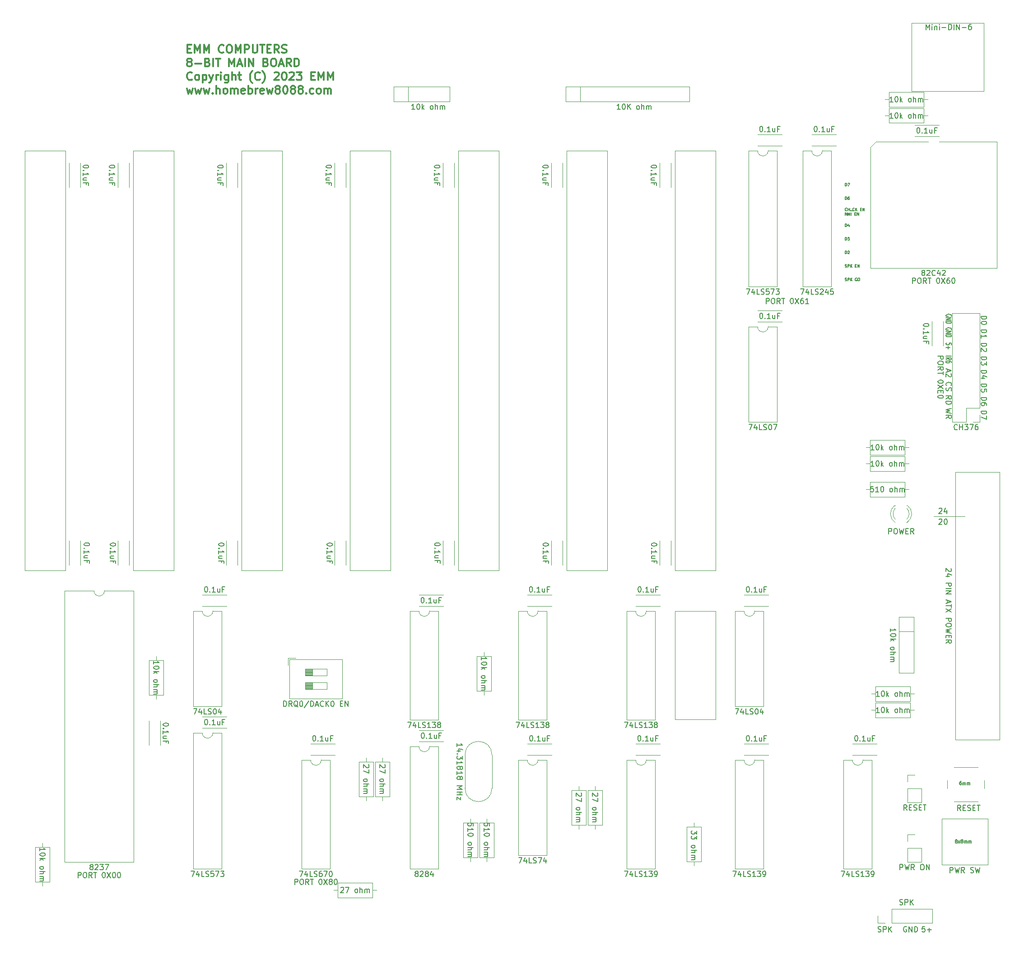
<source format=gbr>
G04 #@! TF.GenerationSoftware,KiCad,Pcbnew,(5.1.8)-1*
G04 #@! TF.CreationDate,2023-02-21T10:32:56-07:00*
G04 #@! TF.ProjectId,Multi,4d756c74-692e-46b6-9963-61645f706362,rev?*
G04 #@! TF.SameCoordinates,Original*
G04 #@! TF.FileFunction,Legend,Top*
G04 #@! TF.FilePolarity,Positive*
%FSLAX46Y46*%
G04 Gerber Fmt 4.6, Leading zero omitted, Abs format (unit mm)*
G04 Created by KiCad (PCBNEW (5.1.8)-1) date 2023-02-21 10:32:56*
%MOMM*%
%LPD*%
G01*
G04 APERTURE LIST*
%ADD10C,0.150000*%
%ADD11C,0.127000*%
%ADD12C,0.300000*%
%ADD13C,0.120000*%
G04 APERTURE END LIST*
D10*
X9763619Y-180284380D02*
X9763619Y-179284380D01*
X10144571Y-179284380D01*
X10239809Y-179332000D01*
X10287428Y-179379619D01*
X10335047Y-179474857D01*
X10335047Y-179617714D01*
X10287428Y-179712952D01*
X10239809Y-179760571D01*
X10144571Y-179808190D01*
X9763619Y-179808190D01*
X10954095Y-179284380D02*
X11144571Y-179284380D01*
X11239809Y-179332000D01*
X11335047Y-179427238D01*
X11382666Y-179617714D01*
X11382666Y-179951047D01*
X11335047Y-180141523D01*
X11239809Y-180236761D01*
X11144571Y-180284380D01*
X10954095Y-180284380D01*
X10858857Y-180236761D01*
X10763619Y-180141523D01*
X10716000Y-179951047D01*
X10716000Y-179617714D01*
X10763619Y-179427238D01*
X10858857Y-179332000D01*
X10954095Y-179284380D01*
X12382666Y-180284380D02*
X12049333Y-179808190D01*
X11811238Y-180284380D02*
X11811238Y-179284380D01*
X12192190Y-179284380D01*
X12287428Y-179332000D01*
X12335047Y-179379619D01*
X12382666Y-179474857D01*
X12382666Y-179617714D01*
X12335047Y-179712952D01*
X12287428Y-179760571D01*
X12192190Y-179808190D01*
X11811238Y-179808190D01*
X12668380Y-179284380D02*
X13239809Y-179284380D01*
X12954095Y-180284380D02*
X12954095Y-179284380D01*
X14525523Y-179284380D02*
X14620761Y-179284380D01*
X14716000Y-179332000D01*
X14763619Y-179379619D01*
X14811238Y-179474857D01*
X14858857Y-179665333D01*
X14858857Y-179903428D01*
X14811238Y-180093904D01*
X14763619Y-180189142D01*
X14716000Y-180236761D01*
X14620761Y-180284380D01*
X14525523Y-180284380D01*
X14430285Y-180236761D01*
X14382666Y-180189142D01*
X14335047Y-180093904D01*
X14287428Y-179903428D01*
X14287428Y-179665333D01*
X14335047Y-179474857D01*
X14382666Y-179379619D01*
X14430285Y-179332000D01*
X14525523Y-179284380D01*
X15192190Y-179284380D02*
X15858857Y-180284380D01*
X15858857Y-179284380D02*
X15192190Y-180284380D01*
X16382666Y-179712952D02*
X16287428Y-179665333D01*
X16239809Y-179617714D01*
X16192190Y-179522476D01*
X16192190Y-179474857D01*
X16239809Y-179379619D01*
X16287428Y-179332000D01*
X16382666Y-179284380D01*
X16573142Y-179284380D01*
X16668380Y-179332000D01*
X16716000Y-179379619D01*
X16763619Y-179474857D01*
X16763619Y-179522476D01*
X16716000Y-179617714D01*
X16668380Y-179665333D01*
X16573142Y-179712952D01*
X16382666Y-179712952D01*
X16287428Y-179760571D01*
X16239809Y-179808190D01*
X16192190Y-179903428D01*
X16192190Y-180093904D01*
X16239809Y-180189142D01*
X16287428Y-180236761D01*
X16382666Y-180284380D01*
X16573142Y-180284380D01*
X16668380Y-180236761D01*
X16716000Y-180189142D01*
X16763619Y-180093904D01*
X16763619Y-179903428D01*
X16716000Y-179808190D01*
X16668380Y-179760571D01*
X16573142Y-179712952D01*
X17382666Y-179284380D02*
X17477904Y-179284380D01*
X17573142Y-179332000D01*
X17620761Y-179379619D01*
X17668380Y-179474857D01*
X17716000Y-179665333D01*
X17716000Y-179903428D01*
X17668380Y-180093904D01*
X17620761Y-180189142D01*
X17573142Y-180236761D01*
X17477904Y-180284380D01*
X17382666Y-180284380D01*
X17287428Y-180236761D01*
X17239809Y-180189142D01*
X17192190Y-180093904D01*
X17144571Y-179903428D01*
X17144571Y-179665333D01*
X17192190Y-179474857D01*
X17239809Y-179379619D01*
X17287428Y-179332000D01*
X17382666Y-179284380D01*
X-30876380Y-179014380D02*
X-30876380Y-178014380D01*
X-30495428Y-178014380D01*
X-30400190Y-178062000D01*
X-30352571Y-178109619D01*
X-30304952Y-178204857D01*
X-30304952Y-178347714D01*
X-30352571Y-178442952D01*
X-30400190Y-178490571D01*
X-30495428Y-178538190D01*
X-30876380Y-178538190D01*
X-29685904Y-178014380D02*
X-29495428Y-178014380D01*
X-29400190Y-178062000D01*
X-29304952Y-178157238D01*
X-29257333Y-178347714D01*
X-29257333Y-178681047D01*
X-29304952Y-178871523D01*
X-29400190Y-178966761D01*
X-29495428Y-179014380D01*
X-29685904Y-179014380D01*
X-29781142Y-178966761D01*
X-29876380Y-178871523D01*
X-29924000Y-178681047D01*
X-29924000Y-178347714D01*
X-29876380Y-178157238D01*
X-29781142Y-178062000D01*
X-29685904Y-178014380D01*
X-28257333Y-179014380D02*
X-28590666Y-178538190D01*
X-28828761Y-179014380D02*
X-28828761Y-178014380D01*
X-28447809Y-178014380D01*
X-28352571Y-178062000D01*
X-28304952Y-178109619D01*
X-28257333Y-178204857D01*
X-28257333Y-178347714D01*
X-28304952Y-178442952D01*
X-28352571Y-178490571D01*
X-28447809Y-178538190D01*
X-28828761Y-178538190D01*
X-27971619Y-178014380D02*
X-27400190Y-178014380D01*
X-27685904Y-179014380D02*
X-27685904Y-178014380D01*
X-26114476Y-178014380D02*
X-26019238Y-178014380D01*
X-25924000Y-178062000D01*
X-25876380Y-178109619D01*
X-25828761Y-178204857D01*
X-25781142Y-178395333D01*
X-25781142Y-178633428D01*
X-25828761Y-178823904D01*
X-25876380Y-178919142D01*
X-25924000Y-178966761D01*
X-26019238Y-179014380D01*
X-26114476Y-179014380D01*
X-26209714Y-178966761D01*
X-26257333Y-178919142D01*
X-26304952Y-178823904D01*
X-26352571Y-178633428D01*
X-26352571Y-178395333D01*
X-26304952Y-178204857D01*
X-26257333Y-178109619D01*
X-26209714Y-178062000D01*
X-26114476Y-178014380D01*
X-25447809Y-178014380D02*
X-24781142Y-179014380D01*
X-24781142Y-178014380D02*
X-25447809Y-179014380D01*
X-24209714Y-178014380D02*
X-24114476Y-178014380D01*
X-24019238Y-178062000D01*
X-23971619Y-178109619D01*
X-23924000Y-178204857D01*
X-23876380Y-178395333D01*
X-23876380Y-178633428D01*
X-23924000Y-178823904D01*
X-23971619Y-178919142D01*
X-24019238Y-178966761D01*
X-24114476Y-179014380D01*
X-24209714Y-179014380D01*
X-24304952Y-178966761D01*
X-24352571Y-178919142D01*
X-24400190Y-178823904D01*
X-24447809Y-178633428D01*
X-24447809Y-178395333D01*
X-24400190Y-178204857D01*
X-24352571Y-178109619D01*
X-24304952Y-178062000D01*
X-24209714Y-178014380D01*
X-23257333Y-178014380D02*
X-23162095Y-178014380D01*
X-23066857Y-178062000D01*
X-23019238Y-178109619D01*
X-22971619Y-178204857D01*
X-22924000Y-178395333D01*
X-22924000Y-178633428D01*
X-22971619Y-178823904D01*
X-23019238Y-178919142D01*
X-23066857Y-178966761D01*
X-23162095Y-179014380D01*
X-23257333Y-179014380D01*
X-23352571Y-178966761D01*
X-23400190Y-178919142D01*
X-23447809Y-178823904D01*
X-23495428Y-178633428D01*
X-23495428Y-178395333D01*
X-23447809Y-178204857D01*
X-23400190Y-178109619D01*
X-23352571Y-178062000D01*
X-23257333Y-178014380D01*
X133742285Y-172140571D02*
X133685142Y-172112000D01*
X133656571Y-172083428D01*
X133628000Y-172026285D01*
X133628000Y-171997714D01*
X133656571Y-171940571D01*
X133685142Y-171912000D01*
X133742285Y-171883428D01*
X133856571Y-171883428D01*
X133913714Y-171912000D01*
X133942285Y-171940571D01*
X133970857Y-171997714D01*
X133970857Y-172026285D01*
X133942285Y-172083428D01*
X133913714Y-172112000D01*
X133856571Y-172140571D01*
X133742285Y-172140571D01*
X133685142Y-172169142D01*
X133656571Y-172197714D01*
X133628000Y-172254857D01*
X133628000Y-172369142D01*
X133656571Y-172426285D01*
X133685142Y-172454857D01*
X133742285Y-172483428D01*
X133856571Y-172483428D01*
X133913714Y-172454857D01*
X133942285Y-172426285D01*
X133970857Y-172369142D01*
X133970857Y-172254857D01*
X133942285Y-172197714D01*
X133913714Y-172169142D01*
X133856571Y-172140571D01*
X134170857Y-172483428D02*
X134485142Y-172083428D01*
X134170857Y-172083428D02*
X134485142Y-172483428D01*
X134799428Y-172140571D02*
X134742285Y-172112000D01*
X134713714Y-172083428D01*
X134685142Y-172026285D01*
X134685142Y-171997714D01*
X134713714Y-171940571D01*
X134742285Y-171912000D01*
X134799428Y-171883428D01*
X134913714Y-171883428D01*
X134970857Y-171912000D01*
X134999428Y-171940571D01*
X135028000Y-171997714D01*
X135028000Y-172026285D01*
X134999428Y-172083428D01*
X134970857Y-172112000D01*
X134913714Y-172140571D01*
X134799428Y-172140571D01*
X134742285Y-172169142D01*
X134713714Y-172197714D01*
X134685142Y-172254857D01*
X134685142Y-172369142D01*
X134713714Y-172426285D01*
X134742285Y-172454857D01*
X134799428Y-172483428D01*
X134913714Y-172483428D01*
X134970857Y-172454857D01*
X134999428Y-172426285D01*
X135028000Y-172369142D01*
X135028000Y-172254857D01*
X134999428Y-172197714D01*
X134970857Y-172169142D01*
X134913714Y-172140571D01*
X135285142Y-172483428D02*
X135285142Y-172083428D01*
X135285142Y-172140571D02*
X135313714Y-172112000D01*
X135370857Y-172083428D01*
X135456571Y-172083428D01*
X135513714Y-172112000D01*
X135542285Y-172169142D01*
X135542285Y-172483428D01*
X135542285Y-172169142D02*
X135570857Y-172112000D01*
X135628000Y-172083428D01*
X135713714Y-172083428D01*
X135770857Y-172112000D01*
X135799428Y-172169142D01*
X135799428Y-172483428D01*
X136085142Y-172483428D02*
X136085142Y-172083428D01*
X136085142Y-172140571D02*
X136113714Y-172112000D01*
X136170857Y-172083428D01*
X136256571Y-172083428D01*
X136313714Y-172112000D01*
X136342285Y-172169142D01*
X136342285Y-172483428D01*
X136342285Y-172169142D02*
X136370857Y-172112000D01*
X136428000Y-172083428D01*
X136513714Y-172083428D01*
X136570857Y-172112000D01*
X136599428Y-172169142D01*
X136599428Y-172483428D01*
X134696285Y-160961428D02*
X134582000Y-160961428D01*
X134524857Y-160990000D01*
X134496285Y-161018571D01*
X134439142Y-161104285D01*
X134410571Y-161218571D01*
X134410571Y-161447142D01*
X134439142Y-161504285D01*
X134467714Y-161532857D01*
X134524857Y-161561428D01*
X134639142Y-161561428D01*
X134696285Y-161532857D01*
X134724857Y-161504285D01*
X134753428Y-161447142D01*
X134753428Y-161304285D01*
X134724857Y-161247142D01*
X134696285Y-161218571D01*
X134639142Y-161190000D01*
X134524857Y-161190000D01*
X134467714Y-161218571D01*
X134439142Y-161247142D01*
X134410571Y-161304285D01*
X135010571Y-161561428D02*
X135010571Y-161161428D01*
X135010571Y-161218571D02*
X135039142Y-161190000D01*
X135096285Y-161161428D01*
X135182000Y-161161428D01*
X135239142Y-161190000D01*
X135267714Y-161247142D01*
X135267714Y-161561428D01*
X135267714Y-161247142D02*
X135296285Y-161190000D01*
X135353428Y-161161428D01*
X135439142Y-161161428D01*
X135496285Y-161190000D01*
X135524857Y-161247142D01*
X135524857Y-161561428D01*
X135810571Y-161561428D02*
X135810571Y-161161428D01*
X135810571Y-161218571D02*
X135839142Y-161190000D01*
X135896285Y-161161428D01*
X135982000Y-161161428D01*
X136039142Y-161190000D01*
X136067714Y-161247142D01*
X136067714Y-161561428D01*
X136067714Y-161247142D02*
X136096285Y-161190000D01*
X136153428Y-161161428D01*
X136239142Y-161161428D01*
X136296285Y-161190000D01*
X136324857Y-161247142D01*
X136324857Y-161561428D01*
D11*
X112979502Y-49251809D02*
X112979502Y-48743809D01*
X113100454Y-48743809D01*
X113173026Y-48768000D01*
X113221407Y-48816380D01*
X113245597Y-48864761D01*
X113269788Y-48961523D01*
X113269788Y-49034095D01*
X113245597Y-49130857D01*
X113221407Y-49179238D01*
X113173026Y-49227619D01*
X113100454Y-49251809D01*
X112979502Y-49251809D01*
X113439121Y-48743809D02*
X113777788Y-48743809D01*
X113560073Y-49251809D01*
X112979502Y-51791809D02*
X112979502Y-51283809D01*
X113100454Y-51283809D01*
X113173026Y-51308000D01*
X113221407Y-51356380D01*
X113245597Y-51404761D01*
X113269788Y-51501523D01*
X113269788Y-51574095D01*
X113245597Y-51670857D01*
X113221407Y-51719238D01*
X113173026Y-51767619D01*
X113100454Y-51791809D01*
X112979502Y-51791809D01*
X113705216Y-51283809D02*
X113608454Y-51283809D01*
X113560073Y-51308000D01*
X113535883Y-51332190D01*
X113487502Y-51404761D01*
X113463311Y-51501523D01*
X113463311Y-51695047D01*
X113487502Y-51743428D01*
X113511692Y-51767619D01*
X113560073Y-51791809D01*
X113656835Y-51791809D01*
X113705216Y-51767619D01*
X113729407Y-51743428D01*
X113753597Y-51695047D01*
X113753597Y-51574095D01*
X113729407Y-51525714D01*
X113705216Y-51501523D01*
X113656835Y-51477333D01*
X113560073Y-51477333D01*
X113511692Y-51501523D01*
X113487502Y-51525714D01*
X113463311Y-51574095D01*
X112979502Y-56871809D02*
X112979502Y-56363809D01*
X113100454Y-56363809D01*
X113173026Y-56388000D01*
X113221407Y-56436380D01*
X113245597Y-56484761D01*
X113269788Y-56581523D01*
X113269788Y-56654095D01*
X113245597Y-56750857D01*
X113221407Y-56799238D01*
X113173026Y-56847619D01*
X113100454Y-56871809D01*
X112979502Y-56871809D01*
X113705216Y-56533142D02*
X113705216Y-56871809D01*
X113584264Y-56339619D02*
X113463311Y-56702476D01*
X113777788Y-56702476D01*
X112979502Y-59411809D02*
X112979502Y-58903809D01*
X113100454Y-58903809D01*
X113173026Y-58928000D01*
X113221407Y-58976380D01*
X113245597Y-59024761D01*
X113269788Y-59121523D01*
X113269788Y-59194095D01*
X113245597Y-59290857D01*
X113221407Y-59339238D01*
X113173026Y-59387619D01*
X113100454Y-59411809D01*
X112979502Y-59411809D01*
X113439121Y-58903809D02*
X113753597Y-58903809D01*
X113584264Y-59097333D01*
X113656835Y-59097333D01*
X113705216Y-59121523D01*
X113729407Y-59145714D01*
X113753597Y-59194095D01*
X113753597Y-59315047D01*
X113729407Y-59363428D01*
X113705216Y-59387619D01*
X113656835Y-59411809D01*
X113511692Y-59411809D01*
X113463311Y-59387619D01*
X113439121Y-59363428D01*
X112979502Y-61951809D02*
X112979502Y-61443809D01*
X113100454Y-61443809D01*
X113173026Y-61468000D01*
X113221407Y-61516380D01*
X113245597Y-61564761D01*
X113269788Y-61661523D01*
X113269788Y-61734095D01*
X113245597Y-61830857D01*
X113221407Y-61879238D01*
X113173026Y-61927619D01*
X113100454Y-61951809D01*
X112979502Y-61951809D01*
X113463311Y-61492190D02*
X113487502Y-61468000D01*
X113535883Y-61443809D01*
X113656835Y-61443809D01*
X113705216Y-61468000D01*
X113729407Y-61492190D01*
X113753597Y-61540571D01*
X113753597Y-61588952D01*
X113729407Y-61661523D01*
X113439121Y-61951809D01*
X113753597Y-61951809D01*
X112955311Y-64467619D02*
X113027883Y-64491809D01*
X113148835Y-64491809D01*
X113197216Y-64467619D01*
X113221407Y-64443428D01*
X113245597Y-64395047D01*
X113245597Y-64346666D01*
X113221407Y-64298285D01*
X113197216Y-64274095D01*
X113148835Y-64249904D01*
X113052073Y-64225714D01*
X113003692Y-64201523D01*
X112979502Y-64177333D01*
X112955311Y-64128952D01*
X112955311Y-64080571D01*
X112979502Y-64032190D01*
X113003692Y-64008000D01*
X113052073Y-63983809D01*
X113173026Y-63983809D01*
X113245597Y-64008000D01*
X113463311Y-64491809D02*
X113463311Y-63983809D01*
X113656835Y-63983809D01*
X113705216Y-64008000D01*
X113729407Y-64032190D01*
X113753597Y-64080571D01*
X113753597Y-64153142D01*
X113729407Y-64201523D01*
X113705216Y-64225714D01*
X113656835Y-64249904D01*
X113463311Y-64249904D01*
X113971311Y-64491809D02*
X113971311Y-63983809D01*
X114261597Y-64491809D02*
X114043883Y-64201523D01*
X114261597Y-63983809D02*
X113971311Y-64274095D01*
X114866359Y-64225714D02*
X115035692Y-64225714D01*
X115108264Y-64491809D02*
X114866359Y-64491809D01*
X114866359Y-63983809D01*
X115108264Y-63983809D01*
X115325978Y-64491809D02*
X115325978Y-63983809D01*
X115616264Y-64491809D01*
X115616264Y-63983809D01*
X112955311Y-67007619D02*
X113027883Y-67031809D01*
X113148835Y-67031809D01*
X113197216Y-67007619D01*
X113221407Y-66983428D01*
X113245597Y-66935047D01*
X113245597Y-66886666D01*
X113221407Y-66838285D01*
X113197216Y-66814095D01*
X113148835Y-66789904D01*
X113052073Y-66765714D01*
X113003692Y-66741523D01*
X112979502Y-66717333D01*
X112955311Y-66668952D01*
X112955311Y-66620571D01*
X112979502Y-66572190D01*
X113003692Y-66548000D01*
X113052073Y-66523809D01*
X113173026Y-66523809D01*
X113245597Y-66548000D01*
X113463311Y-67031809D02*
X113463311Y-66523809D01*
X113656835Y-66523809D01*
X113705216Y-66548000D01*
X113729407Y-66572190D01*
X113753597Y-66620571D01*
X113753597Y-66693142D01*
X113729407Y-66741523D01*
X113705216Y-66765714D01*
X113656835Y-66789904D01*
X113463311Y-66789904D01*
X113971311Y-67031809D02*
X113971311Y-66523809D01*
X114261597Y-67031809D02*
X114043883Y-66741523D01*
X114261597Y-66523809D02*
X113971311Y-66814095D01*
X115132454Y-66548000D02*
X115084073Y-66523809D01*
X115011502Y-66523809D01*
X114938930Y-66548000D01*
X114890550Y-66596380D01*
X114866359Y-66644761D01*
X114842169Y-66741523D01*
X114842169Y-66814095D01*
X114866359Y-66910857D01*
X114890550Y-66959238D01*
X114938930Y-67007619D01*
X115011502Y-67031809D01*
X115059883Y-67031809D01*
X115132454Y-67007619D01*
X115156645Y-66983428D01*
X115156645Y-66814095D01*
X115059883Y-66814095D01*
X115471121Y-66523809D02*
X115567883Y-66523809D01*
X115616264Y-66548000D01*
X115664645Y-66596380D01*
X115688835Y-66693142D01*
X115688835Y-66862476D01*
X115664645Y-66959238D01*
X115616264Y-67007619D01*
X115567883Y-67031809D01*
X115471121Y-67031809D01*
X115422740Y-67007619D01*
X115374359Y-66959238D01*
X115350169Y-66862476D01*
X115350169Y-66693142D01*
X115374359Y-66596380D01*
X115422740Y-66548000D01*
X115471121Y-66523809D01*
X113269788Y-53838928D02*
X113245597Y-53863119D01*
X113173026Y-53887309D01*
X113124645Y-53887309D01*
X113052073Y-53863119D01*
X113003692Y-53814738D01*
X112979502Y-53766357D01*
X112955311Y-53669595D01*
X112955311Y-53597023D01*
X112979502Y-53500261D01*
X113003692Y-53451880D01*
X113052073Y-53403500D01*
X113124645Y-53379309D01*
X113173026Y-53379309D01*
X113245597Y-53403500D01*
X113269788Y-53427690D01*
X113487502Y-53887309D02*
X113487502Y-53379309D01*
X113487502Y-53621214D02*
X113777788Y-53621214D01*
X113777788Y-53887309D02*
X113777788Y-53379309D01*
X113898740Y-53935690D02*
X114285788Y-53935690D01*
X114697026Y-53838928D02*
X114672835Y-53863119D01*
X114600264Y-53887309D01*
X114551883Y-53887309D01*
X114479311Y-53863119D01*
X114430930Y-53814738D01*
X114406740Y-53766357D01*
X114382550Y-53669595D01*
X114382550Y-53597023D01*
X114406740Y-53500261D01*
X114430930Y-53451880D01*
X114479311Y-53403500D01*
X114551883Y-53379309D01*
X114600264Y-53379309D01*
X114672835Y-53403500D01*
X114697026Y-53427690D01*
X114914740Y-53887309D02*
X114914740Y-53379309D01*
X115205026Y-53887309D02*
X114987311Y-53597023D01*
X115205026Y-53379309D02*
X114914740Y-53669595D01*
X115809788Y-53621214D02*
X115979121Y-53621214D01*
X116051692Y-53887309D02*
X115809788Y-53887309D01*
X115809788Y-53379309D01*
X116051692Y-53379309D01*
X116269407Y-53887309D02*
X116269407Y-53379309D01*
X116559692Y-53887309D01*
X116559692Y-53379309D01*
X112979502Y-54776309D02*
X112979502Y-54268309D01*
X113269788Y-54776309D01*
X113269788Y-54268309D01*
X113511692Y-54776309D02*
X113511692Y-54268309D01*
X113681026Y-54631166D01*
X113850359Y-54268309D01*
X113850359Y-54776309D01*
X114092264Y-54776309D02*
X114092264Y-54268309D01*
X114721216Y-54510214D02*
X114890550Y-54510214D01*
X114963121Y-54776309D02*
X114721216Y-54776309D01*
X114721216Y-54268309D01*
X114963121Y-54268309D01*
X115180835Y-54776309D02*
X115180835Y-54268309D01*
X115471121Y-54776309D01*
X115471121Y-54268309D01*
D10*
X127889047Y-188174380D02*
X127412857Y-188174380D01*
X127365238Y-188650571D01*
X127412857Y-188602952D01*
X127508095Y-188555333D01*
X127746190Y-188555333D01*
X127841428Y-188602952D01*
X127889047Y-188650571D01*
X127936666Y-188745809D01*
X127936666Y-188983904D01*
X127889047Y-189079142D01*
X127841428Y-189126761D01*
X127746190Y-189174380D01*
X127508095Y-189174380D01*
X127412857Y-189126761D01*
X127365238Y-189079142D01*
X128365238Y-188793428D02*
X129127142Y-188793428D01*
X128746190Y-189174380D02*
X128746190Y-188412476D01*
X124460095Y-188222000D02*
X124364857Y-188174380D01*
X124222000Y-188174380D01*
X124079142Y-188222000D01*
X123983904Y-188317238D01*
X123936285Y-188412476D01*
X123888666Y-188602952D01*
X123888666Y-188745809D01*
X123936285Y-188936285D01*
X123983904Y-189031523D01*
X124079142Y-189126761D01*
X124222000Y-189174380D01*
X124317238Y-189174380D01*
X124460095Y-189126761D01*
X124507714Y-189079142D01*
X124507714Y-188745809D01*
X124317238Y-188745809D01*
X124936285Y-189174380D02*
X124936285Y-188174380D01*
X125507714Y-189174380D01*
X125507714Y-188174380D01*
X125983904Y-189174380D02*
X125983904Y-188174380D01*
X126222000Y-188174380D01*
X126364857Y-188222000D01*
X126460095Y-188317238D01*
X126507714Y-188412476D01*
X126555333Y-188602952D01*
X126555333Y-188745809D01*
X126507714Y-188936285D01*
X126460095Y-189031523D01*
X126364857Y-189126761D01*
X126222000Y-189174380D01*
X125983904Y-189174380D01*
X119110285Y-189126761D02*
X119253142Y-189174380D01*
X119491238Y-189174380D01*
X119586476Y-189126761D01*
X119634095Y-189079142D01*
X119681714Y-188983904D01*
X119681714Y-188888666D01*
X119634095Y-188793428D01*
X119586476Y-188745809D01*
X119491238Y-188698190D01*
X119300761Y-188650571D01*
X119205523Y-188602952D01*
X119157904Y-188555333D01*
X119110285Y-188460095D01*
X119110285Y-188364857D01*
X119157904Y-188269619D01*
X119205523Y-188222000D01*
X119300761Y-188174380D01*
X119538857Y-188174380D01*
X119681714Y-188222000D01*
X120110285Y-189174380D02*
X120110285Y-188174380D01*
X120491238Y-188174380D01*
X120586476Y-188222000D01*
X120634095Y-188269619D01*
X120681714Y-188364857D01*
X120681714Y-188507714D01*
X120634095Y-188602952D01*
X120586476Y-188650571D01*
X120491238Y-188698190D01*
X120110285Y-188698190D01*
X121110285Y-189174380D02*
X121110285Y-188174380D01*
X121681714Y-189174380D02*
X121253142Y-188602952D01*
X121681714Y-188174380D02*
X121110285Y-188745809D01*
X132786380Y-121016000D02*
X132834000Y-121063619D01*
X132881619Y-121158857D01*
X132881619Y-121396952D01*
X132834000Y-121492190D01*
X132786380Y-121539809D01*
X132691142Y-121587428D01*
X132595904Y-121587428D01*
X132453047Y-121539809D01*
X131881619Y-120968380D01*
X131881619Y-121587428D01*
X132548285Y-122444571D02*
X131881619Y-122444571D01*
X132929238Y-122206476D02*
X132214952Y-121968380D01*
X132214952Y-122587428D01*
X131881619Y-123730285D02*
X132881619Y-123730285D01*
X132881619Y-124111238D01*
X132834000Y-124206476D01*
X132786380Y-124254095D01*
X132691142Y-124301714D01*
X132548285Y-124301714D01*
X132453047Y-124254095D01*
X132405428Y-124206476D01*
X132357809Y-124111238D01*
X132357809Y-123730285D01*
X131881619Y-124730285D02*
X132881619Y-124730285D01*
X131881619Y-125206476D02*
X132881619Y-125206476D01*
X131881619Y-125777904D01*
X132881619Y-125777904D01*
X132167333Y-126968380D02*
X132167333Y-127444571D01*
X131881619Y-126873142D02*
X132881619Y-127206476D01*
X131881619Y-127539809D01*
X132881619Y-127730285D02*
X132881619Y-128301714D01*
X131881619Y-128016000D02*
X132881619Y-128016000D01*
X132881619Y-128539809D02*
X131881619Y-129206476D01*
X132881619Y-129206476D02*
X131881619Y-128539809D01*
X131881619Y-130349333D02*
X132881619Y-130349333D01*
X132881619Y-130730285D01*
X132834000Y-130825523D01*
X132786380Y-130873142D01*
X132691142Y-130920761D01*
X132548285Y-130920761D01*
X132453047Y-130873142D01*
X132405428Y-130825523D01*
X132357809Y-130730285D01*
X132357809Y-130349333D01*
X132881619Y-131539809D02*
X132881619Y-131730285D01*
X132834000Y-131825523D01*
X132738761Y-131920761D01*
X132548285Y-131968380D01*
X132214952Y-131968380D01*
X132024476Y-131920761D01*
X131929238Y-131825523D01*
X131881619Y-131730285D01*
X131881619Y-131539809D01*
X131929238Y-131444571D01*
X132024476Y-131349333D01*
X132214952Y-131301714D01*
X132548285Y-131301714D01*
X132738761Y-131349333D01*
X132834000Y-131444571D01*
X132881619Y-131539809D01*
X132881619Y-132301714D02*
X131881619Y-132539809D01*
X132595904Y-132730285D01*
X131881619Y-132920761D01*
X132881619Y-133158857D01*
X132405428Y-133539809D02*
X132405428Y-133873142D01*
X131881619Y-134016000D02*
X131881619Y-133539809D01*
X132881619Y-133539809D01*
X132881619Y-134016000D01*
X131881619Y-135016000D02*
X132357809Y-134682666D01*
X131881619Y-134444571D02*
X132881619Y-134444571D01*
X132881619Y-134825523D01*
X132834000Y-134920761D01*
X132786380Y-134968380D01*
X132691142Y-135016000D01*
X132548285Y-135016000D01*
X132453047Y-134968380D01*
X132405428Y-134920761D01*
X132357809Y-134825523D01*
X132357809Y-134444571D01*
X132834000Y-73684190D02*
X132881619Y-73623714D01*
X132881619Y-73533000D01*
X132834000Y-73442285D01*
X132738761Y-73381809D01*
X132643523Y-73351571D01*
X132453047Y-73321333D01*
X132310190Y-73321333D01*
X132119714Y-73351571D01*
X132024476Y-73381809D01*
X131929238Y-73442285D01*
X131881619Y-73533000D01*
X131881619Y-73593476D01*
X131929238Y-73684190D01*
X131976857Y-73714428D01*
X132310190Y-73714428D01*
X132310190Y-73593476D01*
X131881619Y-73986571D02*
X132881619Y-73986571D01*
X131881619Y-74349428D01*
X132881619Y-74349428D01*
X131881619Y-74651809D02*
X132881619Y-74651809D01*
X132881619Y-74803000D01*
X132834000Y-74893714D01*
X132738761Y-74954190D01*
X132643523Y-74984428D01*
X132453047Y-75014666D01*
X132310190Y-75014666D01*
X132119714Y-74984428D01*
X132024476Y-74954190D01*
X131929238Y-74893714D01*
X131881619Y-74803000D01*
X131881619Y-74651809D01*
X132834000Y-76224190D02*
X132881619Y-76163714D01*
X132881619Y-76073000D01*
X132834000Y-75982285D01*
X132738761Y-75921809D01*
X132643523Y-75891571D01*
X132453047Y-75861333D01*
X132310190Y-75861333D01*
X132119714Y-75891571D01*
X132024476Y-75921809D01*
X131929238Y-75982285D01*
X131881619Y-76073000D01*
X131881619Y-76133476D01*
X131929238Y-76224190D01*
X131976857Y-76254428D01*
X132310190Y-76254428D01*
X132310190Y-76133476D01*
X131881619Y-76526571D02*
X132881619Y-76526571D01*
X131881619Y-76889428D01*
X132881619Y-76889428D01*
X131881619Y-77191809D02*
X132881619Y-77191809D01*
X132881619Y-77343000D01*
X132834000Y-77433714D01*
X132738761Y-77494190D01*
X132643523Y-77524428D01*
X132453047Y-77554666D01*
X132310190Y-77554666D01*
X132119714Y-77524428D01*
X132024476Y-77494190D01*
X131929238Y-77433714D01*
X131881619Y-77343000D01*
X131881619Y-77191809D01*
X131881619Y-81168119D02*
X132881619Y-81168119D01*
X131881619Y-81833357D02*
X132357809Y-81621690D01*
X131881619Y-81470500D02*
X132881619Y-81470500D01*
X132881619Y-81712404D01*
X132834000Y-81772880D01*
X132786380Y-81803119D01*
X132691142Y-81833357D01*
X132548285Y-81833357D01*
X132453047Y-81803119D01*
X132405428Y-81772880D01*
X132357809Y-81712404D01*
X132357809Y-81470500D01*
X132881619Y-82377642D02*
X132881619Y-82256690D01*
X132834000Y-82196214D01*
X132786380Y-82165976D01*
X132643523Y-82105500D01*
X132453047Y-82075261D01*
X132072095Y-82075261D01*
X131976857Y-82105500D01*
X131929238Y-82135738D01*
X131881619Y-82196214D01*
X131881619Y-82317166D01*
X131929238Y-82377642D01*
X131976857Y-82407880D01*
X132072095Y-82438119D01*
X132310190Y-82438119D01*
X132405428Y-82407880D01*
X132453047Y-82377642D01*
X132500666Y-82317166D01*
X132500666Y-82196214D01*
X132453047Y-82135738D01*
X132405428Y-82105500D01*
X132310190Y-82075261D01*
X138485619Y-83843904D02*
X139485619Y-83843904D01*
X139485619Y-84082000D01*
X139438000Y-84224857D01*
X139342761Y-84320095D01*
X139247523Y-84367714D01*
X139057047Y-84415333D01*
X138914190Y-84415333D01*
X138723714Y-84367714D01*
X138628476Y-84320095D01*
X138533238Y-84224857D01*
X138485619Y-84082000D01*
X138485619Y-83843904D01*
X139152285Y-85272476D02*
X138485619Y-85272476D01*
X139533238Y-85034380D02*
X138818952Y-84796285D01*
X138818952Y-85415333D01*
X138485619Y-81303904D02*
X139485619Y-81303904D01*
X139485619Y-81542000D01*
X139438000Y-81684857D01*
X139342761Y-81780095D01*
X139247523Y-81827714D01*
X139057047Y-81875333D01*
X138914190Y-81875333D01*
X138723714Y-81827714D01*
X138628476Y-81780095D01*
X138533238Y-81684857D01*
X138485619Y-81542000D01*
X138485619Y-81303904D01*
X139485619Y-82208666D02*
X139485619Y-82827714D01*
X139104666Y-82494380D01*
X139104666Y-82637238D01*
X139057047Y-82732476D01*
X139009428Y-82780095D01*
X138914190Y-82827714D01*
X138676095Y-82827714D01*
X138580857Y-82780095D01*
X138533238Y-82732476D01*
X138485619Y-82637238D01*
X138485619Y-82351523D01*
X138533238Y-82256285D01*
X138580857Y-82208666D01*
X132881619Y-91019428D02*
X131881619Y-91257523D01*
X132595904Y-91448000D01*
X131881619Y-91638476D01*
X132881619Y-91876571D01*
X131881619Y-92828952D02*
X132357809Y-92495619D01*
X131881619Y-92257523D02*
X132881619Y-92257523D01*
X132881619Y-92638476D01*
X132834000Y-92733714D01*
X132786380Y-92781333D01*
X132691142Y-92828952D01*
X132548285Y-92828952D01*
X132453047Y-92781333D01*
X132405428Y-92733714D01*
X132357809Y-92638476D01*
X132357809Y-92257523D01*
X138485619Y-88923904D02*
X139485619Y-88923904D01*
X139485619Y-89162000D01*
X139438000Y-89304857D01*
X139342761Y-89400095D01*
X139247523Y-89447714D01*
X139057047Y-89495333D01*
X138914190Y-89495333D01*
X138723714Y-89447714D01*
X138628476Y-89400095D01*
X138533238Y-89304857D01*
X138485619Y-89162000D01*
X138485619Y-88923904D01*
X139485619Y-90352476D02*
X139485619Y-90162000D01*
X139438000Y-90066761D01*
X139390380Y-90019142D01*
X139247523Y-89923904D01*
X139057047Y-89876285D01*
X138676095Y-89876285D01*
X138580857Y-89923904D01*
X138533238Y-89971523D01*
X138485619Y-90066761D01*
X138485619Y-90257238D01*
X138533238Y-90352476D01*
X138580857Y-90400095D01*
X138676095Y-90447714D01*
X138914190Y-90447714D01*
X139009428Y-90400095D01*
X139057047Y-90352476D01*
X139104666Y-90257238D01*
X139104666Y-90066761D01*
X139057047Y-89971523D01*
X139009428Y-89923904D01*
X138914190Y-89876285D01*
X138485619Y-76223904D02*
X139485619Y-76223904D01*
X139485619Y-76462000D01*
X139438000Y-76604857D01*
X139342761Y-76700095D01*
X139247523Y-76747714D01*
X139057047Y-76795333D01*
X138914190Y-76795333D01*
X138723714Y-76747714D01*
X138628476Y-76700095D01*
X138533238Y-76604857D01*
X138485619Y-76462000D01*
X138485619Y-76223904D01*
X138485619Y-77747714D02*
X138485619Y-77176285D01*
X138485619Y-77462000D02*
X139485619Y-77462000D01*
X139342761Y-77366761D01*
X139247523Y-77271523D01*
X139199904Y-77176285D01*
X138485619Y-86383904D02*
X139485619Y-86383904D01*
X139485619Y-86622000D01*
X139438000Y-86764857D01*
X139342761Y-86860095D01*
X139247523Y-86907714D01*
X139057047Y-86955333D01*
X138914190Y-86955333D01*
X138723714Y-86907714D01*
X138628476Y-86860095D01*
X138533238Y-86764857D01*
X138485619Y-86622000D01*
X138485619Y-86383904D01*
X139485619Y-87860095D02*
X139485619Y-87383904D01*
X139009428Y-87336285D01*
X139057047Y-87383904D01*
X139104666Y-87479142D01*
X139104666Y-87717238D01*
X139057047Y-87812476D01*
X139009428Y-87860095D01*
X138914190Y-87907714D01*
X138676095Y-87907714D01*
X138580857Y-87860095D01*
X138533238Y-87812476D01*
X138485619Y-87717238D01*
X138485619Y-87479142D01*
X138533238Y-87383904D01*
X138580857Y-87336285D01*
X138485619Y-78763904D02*
X139485619Y-78763904D01*
X139485619Y-79002000D01*
X139438000Y-79144857D01*
X139342761Y-79240095D01*
X139247523Y-79287714D01*
X139057047Y-79335333D01*
X138914190Y-79335333D01*
X138723714Y-79287714D01*
X138628476Y-79240095D01*
X138533238Y-79144857D01*
X138485619Y-79002000D01*
X138485619Y-78763904D01*
X139390380Y-79716285D02*
X139438000Y-79763904D01*
X139485619Y-79859142D01*
X139485619Y-80097238D01*
X139438000Y-80192476D01*
X139390380Y-80240095D01*
X139295142Y-80287714D01*
X139199904Y-80287714D01*
X139057047Y-80240095D01*
X138485619Y-79668666D01*
X138485619Y-80287714D01*
X138485619Y-91463904D02*
X139485619Y-91463904D01*
X139485619Y-91702000D01*
X139438000Y-91844857D01*
X139342761Y-91940095D01*
X139247523Y-91987714D01*
X139057047Y-92035333D01*
X138914190Y-92035333D01*
X138723714Y-91987714D01*
X138628476Y-91940095D01*
X138533238Y-91844857D01*
X138485619Y-91702000D01*
X138485619Y-91463904D01*
X139485619Y-92368666D02*
X139485619Y-93035333D01*
X138485619Y-92606761D01*
X131881619Y-89217523D02*
X132357809Y-88884190D01*
X131881619Y-88646095D02*
X132881619Y-88646095D01*
X132881619Y-89027047D01*
X132834000Y-89122285D01*
X132786380Y-89169904D01*
X132691142Y-89217523D01*
X132548285Y-89217523D01*
X132453047Y-89169904D01*
X132405428Y-89122285D01*
X132357809Y-89027047D01*
X132357809Y-88646095D01*
X131881619Y-89646095D02*
X132881619Y-89646095D01*
X132881619Y-89884190D01*
X132834000Y-90027047D01*
X132738761Y-90122285D01*
X132643523Y-90169904D01*
X132453047Y-90217523D01*
X132310190Y-90217523D01*
X132119714Y-90169904D01*
X132024476Y-90122285D01*
X131929238Y-90027047D01*
X131881619Y-89884190D01*
X131881619Y-89646095D01*
X132881619Y-79006095D02*
X132881619Y-78703714D01*
X132405428Y-78673476D01*
X132453047Y-78703714D01*
X132500666Y-78764190D01*
X132500666Y-78915380D01*
X132453047Y-78975857D01*
X132405428Y-79006095D01*
X132310190Y-79036333D01*
X132072095Y-79036333D01*
X131976857Y-79006095D01*
X131929238Y-78975857D01*
X131881619Y-78915380D01*
X131881619Y-78764190D01*
X131929238Y-78703714D01*
X131976857Y-78673476D01*
X132262571Y-79308476D02*
X132262571Y-79792285D01*
X131881619Y-79550380D02*
X132643523Y-79550380D01*
X138485619Y-73683904D02*
X139485619Y-73683904D01*
X139485619Y-73922000D01*
X139438000Y-74064857D01*
X139342761Y-74160095D01*
X139247523Y-74207714D01*
X139057047Y-74255333D01*
X138914190Y-74255333D01*
X138723714Y-74207714D01*
X138628476Y-74160095D01*
X138533238Y-74064857D01*
X138485619Y-73922000D01*
X138485619Y-73683904D01*
X139485619Y-74874380D02*
X139485619Y-74969619D01*
X139438000Y-75064857D01*
X139390380Y-75112476D01*
X139295142Y-75160095D01*
X139104666Y-75207714D01*
X138866571Y-75207714D01*
X138676095Y-75160095D01*
X138580857Y-75112476D01*
X138533238Y-75064857D01*
X138485619Y-74969619D01*
X138485619Y-74874380D01*
X138533238Y-74779142D01*
X138580857Y-74731523D01*
X138676095Y-74683904D01*
X138866571Y-74636285D01*
X139104666Y-74636285D01*
X139295142Y-74683904D01*
X139390380Y-74731523D01*
X139438000Y-74779142D01*
X139485619Y-74874380D01*
X132167333Y-83613714D02*
X132167333Y-84089904D01*
X131881619Y-83518476D02*
X132881619Y-83851809D01*
X131881619Y-84185142D01*
X132786380Y-84470857D02*
X132834000Y-84518476D01*
X132881619Y-84613714D01*
X132881619Y-84851809D01*
X132834000Y-84947047D01*
X132786380Y-84994666D01*
X132691142Y-85042285D01*
X132595904Y-85042285D01*
X132453047Y-84994666D01*
X131881619Y-84423238D01*
X131881619Y-85042285D01*
X131976857Y-86701333D02*
X131929238Y-86653714D01*
X131881619Y-86510857D01*
X131881619Y-86415619D01*
X131929238Y-86272761D01*
X132024476Y-86177523D01*
X132119714Y-86129904D01*
X132310190Y-86082285D01*
X132453047Y-86082285D01*
X132643523Y-86129904D01*
X132738761Y-86177523D01*
X132834000Y-86272761D01*
X132881619Y-86415619D01*
X132881619Y-86510857D01*
X132834000Y-86653714D01*
X132786380Y-86701333D01*
X131929238Y-87082285D02*
X131881619Y-87225142D01*
X131881619Y-87463238D01*
X131929238Y-87558476D01*
X131976857Y-87606095D01*
X132072095Y-87653714D01*
X132167333Y-87653714D01*
X132262571Y-87606095D01*
X132310190Y-87558476D01*
X132357809Y-87463238D01*
X132405428Y-87272761D01*
X132453047Y-87177523D01*
X132500666Y-87129904D01*
X132595904Y-87082285D01*
X132691142Y-87082285D01*
X132786380Y-87129904D01*
X132834000Y-87177523D01*
X132881619Y-87272761D01*
X132881619Y-87510857D01*
X132834000Y-87653714D01*
D12*
X-10369857Y-23499857D02*
X-9869857Y-23499857D01*
X-9655571Y-24285571D02*
X-10369857Y-24285571D01*
X-10369857Y-22785571D01*
X-9655571Y-22785571D01*
X-9012714Y-24285571D02*
X-9012714Y-22785571D01*
X-8512714Y-23857000D01*
X-8012714Y-22785571D01*
X-8012714Y-24285571D01*
X-7298428Y-24285571D02*
X-7298428Y-22785571D01*
X-6798428Y-23857000D01*
X-6298428Y-22785571D01*
X-6298428Y-24285571D01*
X-3584142Y-24142714D02*
X-3655571Y-24214142D01*
X-3869857Y-24285571D01*
X-4012714Y-24285571D01*
X-4227000Y-24214142D01*
X-4369857Y-24071285D01*
X-4441285Y-23928428D01*
X-4512714Y-23642714D01*
X-4512714Y-23428428D01*
X-4441285Y-23142714D01*
X-4369857Y-22999857D01*
X-4227000Y-22857000D01*
X-4012714Y-22785571D01*
X-3869857Y-22785571D01*
X-3655571Y-22857000D01*
X-3584142Y-22928428D01*
X-2655571Y-22785571D02*
X-2369857Y-22785571D01*
X-2227000Y-22857000D01*
X-2084142Y-22999857D01*
X-2012714Y-23285571D01*
X-2012714Y-23785571D01*
X-2084142Y-24071285D01*
X-2227000Y-24214142D01*
X-2369857Y-24285571D01*
X-2655571Y-24285571D01*
X-2798428Y-24214142D01*
X-2941285Y-24071285D01*
X-3012714Y-23785571D01*
X-3012714Y-23285571D01*
X-2941285Y-22999857D01*
X-2798428Y-22857000D01*
X-2655571Y-22785571D01*
X-1369857Y-24285571D02*
X-1369857Y-22785571D01*
X-869857Y-23857000D01*
X-369857Y-22785571D01*
X-369857Y-24285571D01*
X344428Y-24285571D02*
X344428Y-22785571D01*
X915857Y-22785571D01*
X1058714Y-22857000D01*
X1130142Y-22928428D01*
X1201571Y-23071285D01*
X1201571Y-23285571D01*
X1130142Y-23428428D01*
X1058714Y-23499857D01*
X915857Y-23571285D01*
X344428Y-23571285D01*
X1844428Y-22785571D02*
X1844428Y-23999857D01*
X1915857Y-24142714D01*
X1987285Y-24214142D01*
X2130142Y-24285571D01*
X2415857Y-24285571D01*
X2558714Y-24214142D01*
X2630142Y-24142714D01*
X2701571Y-23999857D01*
X2701571Y-22785571D01*
X3201571Y-22785571D02*
X4058714Y-22785571D01*
X3630142Y-24285571D02*
X3630142Y-22785571D01*
X4558714Y-23499857D02*
X5058714Y-23499857D01*
X5273000Y-24285571D02*
X4558714Y-24285571D01*
X4558714Y-22785571D01*
X5273000Y-22785571D01*
X6773000Y-24285571D02*
X6273000Y-23571285D01*
X5915857Y-24285571D02*
X5915857Y-22785571D01*
X6487285Y-22785571D01*
X6630142Y-22857000D01*
X6701571Y-22928428D01*
X6773000Y-23071285D01*
X6773000Y-23285571D01*
X6701571Y-23428428D01*
X6630142Y-23499857D01*
X6487285Y-23571285D01*
X5915857Y-23571285D01*
X7344428Y-24214142D02*
X7558714Y-24285571D01*
X7915857Y-24285571D01*
X8058714Y-24214142D01*
X8130142Y-24142714D01*
X8201571Y-23999857D01*
X8201571Y-23857000D01*
X8130142Y-23714142D01*
X8058714Y-23642714D01*
X7915857Y-23571285D01*
X7630142Y-23499857D01*
X7487285Y-23428428D01*
X7415857Y-23357000D01*
X7344428Y-23214142D01*
X7344428Y-23071285D01*
X7415857Y-22928428D01*
X7487285Y-22857000D01*
X7630142Y-22785571D01*
X7987285Y-22785571D01*
X8201571Y-22857000D01*
X-10155571Y-25978428D02*
X-10298428Y-25907000D01*
X-10369857Y-25835571D01*
X-10441285Y-25692714D01*
X-10441285Y-25621285D01*
X-10369857Y-25478428D01*
X-10298428Y-25407000D01*
X-10155571Y-25335571D01*
X-9869857Y-25335571D01*
X-9727000Y-25407000D01*
X-9655571Y-25478428D01*
X-9584142Y-25621285D01*
X-9584142Y-25692714D01*
X-9655571Y-25835571D01*
X-9727000Y-25907000D01*
X-9869857Y-25978428D01*
X-10155571Y-25978428D01*
X-10298428Y-26049857D01*
X-10369857Y-26121285D01*
X-10441285Y-26264142D01*
X-10441285Y-26549857D01*
X-10369857Y-26692714D01*
X-10298428Y-26764142D01*
X-10155571Y-26835571D01*
X-9869857Y-26835571D01*
X-9727000Y-26764142D01*
X-9655571Y-26692714D01*
X-9584142Y-26549857D01*
X-9584142Y-26264142D01*
X-9655571Y-26121285D01*
X-9727000Y-26049857D01*
X-9869857Y-25978428D01*
X-8941285Y-26264142D02*
X-7798428Y-26264142D01*
X-6584142Y-26049857D02*
X-6369857Y-26121285D01*
X-6298428Y-26192714D01*
X-6227000Y-26335571D01*
X-6227000Y-26549857D01*
X-6298428Y-26692714D01*
X-6369857Y-26764142D01*
X-6512714Y-26835571D01*
X-7084142Y-26835571D01*
X-7084142Y-25335571D01*
X-6584142Y-25335571D01*
X-6441285Y-25407000D01*
X-6369857Y-25478428D01*
X-6298428Y-25621285D01*
X-6298428Y-25764142D01*
X-6369857Y-25907000D01*
X-6441285Y-25978428D01*
X-6584142Y-26049857D01*
X-7084142Y-26049857D01*
X-5584142Y-26835571D02*
X-5584142Y-25335571D01*
X-5084142Y-25335571D02*
X-4227000Y-25335571D01*
X-4655571Y-26835571D02*
X-4655571Y-25335571D01*
X-2584142Y-26835571D02*
X-2584142Y-25335571D01*
X-2084142Y-26407000D01*
X-1584142Y-25335571D01*
X-1584142Y-26835571D01*
X-941285Y-26407000D02*
X-227000Y-26407000D01*
X-1084142Y-26835571D02*
X-584142Y-25335571D01*
X-84142Y-26835571D01*
X415857Y-26835571D02*
X415857Y-25335571D01*
X1130142Y-26835571D02*
X1130142Y-25335571D01*
X1987285Y-26835571D01*
X1987285Y-25335571D01*
X4344428Y-26049857D02*
X4558714Y-26121285D01*
X4630142Y-26192714D01*
X4701571Y-26335571D01*
X4701571Y-26549857D01*
X4630142Y-26692714D01*
X4558714Y-26764142D01*
X4415857Y-26835571D01*
X3844428Y-26835571D01*
X3844428Y-25335571D01*
X4344428Y-25335571D01*
X4487285Y-25407000D01*
X4558714Y-25478428D01*
X4630142Y-25621285D01*
X4630142Y-25764142D01*
X4558714Y-25907000D01*
X4487285Y-25978428D01*
X4344428Y-26049857D01*
X3844428Y-26049857D01*
X5630142Y-25335571D02*
X5915857Y-25335571D01*
X6058714Y-25407000D01*
X6201571Y-25549857D01*
X6273000Y-25835571D01*
X6273000Y-26335571D01*
X6201571Y-26621285D01*
X6058714Y-26764142D01*
X5915857Y-26835571D01*
X5630142Y-26835571D01*
X5487285Y-26764142D01*
X5344428Y-26621285D01*
X5272999Y-26335571D01*
X5272999Y-25835571D01*
X5344428Y-25549857D01*
X5487285Y-25407000D01*
X5630142Y-25335571D01*
X6844428Y-26407000D02*
X7558714Y-26407000D01*
X6701571Y-26835571D02*
X7201571Y-25335571D01*
X7701571Y-26835571D01*
X9058714Y-26835571D02*
X8558714Y-26121285D01*
X8201571Y-26835571D02*
X8201571Y-25335571D01*
X8773000Y-25335571D01*
X8915857Y-25407000D01*
X8987285Y-25478428D01*
X9058714Y-25621285D01*
X9058714Y-25835571D01*
X8987285Y-25978428D01*
X8915857Y-26049857D01*
X8773000Y-26121285D01*
X8201571Y-26121285D01*
X9701571Y-26835571D02*
X9701571Y-25335571D01*
X10058714Y-25335571D01*
X10273000Y-25407000D01*
X10415857Y-25549857D01*
X10487285Y-25692714D01*
X10558714Y-25978428D01*
X10558714Y-26192714D01*
X10487285Y-26478428D01*
X10415857Y-26621285D01*
X10273000Y-26764142D01*
X10058714Y-26835571D01*
X9701571Y-26835571D01*
X-9512714Y-29242714D02*
X-9584142Y-29314142D01*
X-9798428Y-29385571D01*
X-9941285Y-29385571D01*
X-10155571Y-29314142D01*
X-10298428Y-29171285D01*
X-10369857Y-29028428D01*
X-10441285Y-28742714D01*
X-10441285Y-28528428D01*
X-10369857Y-28242714D01*
X-10298428Y-28099857D01*
X-10155571Y-27957000D01*
X-9941285Y-27885571D01*
X-9798428Y-27885571D01*
X-9584142Y-27957000D01*
X-9512714Y-28028428D01*
X-8655571Y-29385571D02*
X-8798428Y-29314142D01*
X-8869857Y-29242714D01*
X-8941285Y-29099857D01*
X-8941285Y-28671285D01*
X-8869857Y-28528428D01*
X-8798428Y-28457000D01*
X-8655571Y-28385571D01*
X-8441285Y-28385571D01*
X-8298428Y-28457000D01*
X-8227000Y-28528428D01*
X-8155571Y-28671285D01*
X-8155571Y-29099857D01*
X-8227000Y-29242714D01*
X-8298428Y-29314142D01*
X-8441285Y-29385571D01*
X-8655571Y-29385571D01*
X-7512714Y-28385571D02*
X-7512714Y-29885571D01*
X-7512714Y-28457000D02*
X-7369857Y-28385571D01*
X-7084142Y-28385571D01*
X-6941285Y-28457000D01*
X-6869857Y-28528428D01*
X-6798428Y-28671285D01*
X-6798428Y-29099857D01*
X-6869857Y-29242714D01*
X-6941285Y-29314142D01*
X-7084142Y-29385571D01*
X-7369857Y-29385571D01*
X-7512714Y-29314142D01*
X-6298428Y-28385571D02*
X-5941285Y-29385571D01*
X-5584142Y-28385571D02*
X-5941285Y-29385571D01*
X-6084142Y-29742714D01*
X-6155571Y-29814142D01*
X-6298428Y-29885571D01*
X-5012714Y-29385571D02*
X-5012714Y-28385571D01*
X-5012714Y-28671285D02*
X-4941285Y-28528428D01*
X-4869857Y-28457000D01*
X-4727000Y-28385571D01*
X-4584142Y-28385571D01*
X-4084142Y-29385571D02*
X-4084142Y-28385571D01*
X-4084142Y-27885571D02*
X-4155571Y-27957000D01*
X-4084142Y-28028428D01*
X-4012714Y-27957000D01*
X-4084142Y-27885571D01*
X-4084142Y-28028428D01*
X-2727000Y-28385571D02*
X-2727000Y-29599857D01*
X-2798428Y-29742714D01*
X-2869857Y-29814142D01*
X-3012714Y-29885571D01*
X-3227000Y-29885571D01*
X-3369857Y-29814142D01*
X-2727000Y-29314142D02*
X-2869857Y-29385571D01*
X-3155571Y-29385571D01*
X-3298428Y-29314142D01*
X-3369857Y-29242714D01*
X-3441285Y-29099857D01*
X-3441285Y-28671285D01*
X-3369857Y-28528428D01*
X-3298428Y-28457000D01*
X-3155571Y-28385571D01*
X-2869857Y-28385571D01*
X-2727000Y-28457000D01*
X-2012714Y-29385571D02*
X-2012714Y-27885571D01*
X-1369857Y-29385571D02*
X-1369857Y-28599857D01*
X-1441285Y-28457000D01*
X-1584142Y-28385571D01*
X-1798428Y-28385571D01*
X-1941285Y-28457000D01*
X-2012714Y-28528428D01*
X-869857Y-28385571D02*
X-298428Y-28385571D01*
X-655571Y-27885571D02*
X-655571Y-29171285D01*
X-584142Y-29314142D01*
X-441285Y-29385571D01*
X-298428Y-29385571D01*
X1772999Y-29957000D02*
X1701571Y-29885571D01*
X1558714Y-29671285D01*
X1487285Y-29528428D01*
X1415857Y-29314142D01*
X1344428Y-28957000D01*
X1344428Y-28671285D01*
X1415857Y-28314142D01*
X1487285Y-28099857D01*
X1558714Y-27957000D01*
X1701571Y-27742714D01*
X1772999Y-27671285D01*
X3201571Y-29242714D02*
X3130142Y-29314142D01*
X2915857Y-29385571D01*
X2772999Y-29385571D01*
X2558714Y-29314142D01*
X2415857Y-29171285D01*
X2344428Y-29028428D01*
X2272999Y-28742714D01*
X2272999Y-28528428D01*
X2344428Y-28242714D01*
X2415857Y-28099857D01*
X2558714Y-27957000D01*
X2772999Y-27885571D01*
X2915857Y-27885571D01*
X3130142Y-27957000D01*
X3201571Y-28028428D01*
X3701571Y-29957000D02*
X3772999Y-29885571D01*
X3915857Y-29671285D01*
X3987285Y-29528428D01*
X4058714Y-29314142D01*
X4130142Y-28957000D01*
X4130142Y-28671285D01*
X4058714Y-28314142D01*
X3987285Y-28099857D01*
X3915857Y-27957000D01*
X3772999Y-27742714D01*
X3701571Y-27671285D01*
X5915857Y-28028428D02*
X5987285Y-27957000D01*
X6130142Y-27885571D01*
X6487285Y-27885571D01*
X6630142Y-27957000D01*
X6701571Y-28028428D01*
X6772999Y-28171285D01*
X6772999Y-28314142D01*
X6701571Y-28528428D01*
X5844428Y-29385571D01*
X6772999Y-29385571D01*
X7701571Y-27885571D02*
X7844428Y-27885571D01*
X7987285Y-27957000D01*
X8058714Y-28028428D01*
X8130142Y-28171285D01*
X8201571Y-28457000D01*
X8201571Y-28814142D01*
X8130142Y-29099857D01*
X8058714Y-29242714D01*
X7987285Y-29314142D01*
X7844428Y-29385571D01*
X7701571Y-29385571D01*
X7558714Y-29314142D01*
X7487285Y-29242714D01*
X7415857Y-29099857D01*
X7344428Y-28814142D01*
X7344428Y-28457000D01*
X7415857Y-28171285D01*
X7487285Y-28028428D01*
X7558714Y-27957000D01*
X7701571Y-27885571D01*
X8773000Y-28028428D02*
X8844428Y-27957000D01*
X8987285Y-27885571D01*
X9344428Y-27885571D01*
X9487285Y-27957000D01*
X9558714Y-28028428D01*
X9630142Y-28171285D01*
X9630142Y-28314142D01*
X9558714Y-28528428D01*
X8701571Y-29385571D01*
X9630142Y-29385571D01*
X10130142Y-27885571D02*
X11058714Y-27885571D01*
X10558714Y-28457000D01*
X10773000Y-28457000D01*
X10915857Y-28528428D01*
X10987285Y-28599857D01*
X11058714Y-28742714D01*
X11058714Y-29099857D01*
X10987285Y-29242714D01*
X10915857Y-29314142D01*
X10773000Y-29385571D01*
X10344428Y-29385571D01*
X10201571Y-29314142D01*
X10130142Y-29242714D01*
X12844428Y-28599857D02*
X13344428Y-28599857D01*
X13558714Y-29385571D02*
X12844428Y-29385571D01*
X12844428Y-27885571D01*
X13558714Y-27885571D01*
X14201571Y-29385571D02*
X14201571Y-27885571D01*
X14701571Y-28957000D01*
X15201571Y-27885571D01*
X15201571Y-29385571D01*
X15915857Y-29385571D02*
X15915857Y-27885571D01*
X16415857Y-28957000D01*
X16915857Y-27885571D01*
X16915857Y-29385571D01*
X-10512714Y-30935571D02*
X-10227000Y-31935571D01*
X-9941285Y-31221285D01*
X-9655571Y-31935571D01*
X-9369857Y-30935571D01*
X-8941285Y-30935571D02*
X-8655571Y-31935571D01*
X-8369857Y-31221285D01*
X-8084142Y-31935571D01*
X-7798428Y-30935571D01*
X-7369857Y-30935571D02*
X-7084142Y-31935571D01*
X-6798428Y-31221285D01*
X-6512714Y-31935571D01*
X-6227000Y-30935571D01*
X-5655571Y-31792714D02*
X-5584142Y-31864142D01*
X-5655571Y-31935571D01*
X-5727000Y-31864142D01*
X-5655571Y-31792714D01*
X-5655571Y-31935571D01*
X-4941285Y-31935571D02*
X-4941285Y-30435571D01*
X-4298428Y-31935571D02*
X-4298428Y-31149857D01*
X-4369857Y-31007000D01*
X-4512714Y-30935571D01*
X-4727000Y-30935571D01*
X-4869857Y-31007000D01*
X-4941285Y-31078428D01*
X-3369857Y-31935571D02*
X-3512714Y-31864142D01*
X-3584142Y-31792714D01*
X-3655571Y-31649857D01*
X-3655571Y-31221285D01*
X-3584142Y-31078428D01*
X-3512714Y-31007000D01*
X-3369857Y-30935571D01*
X-3155571Y-30935571D01*
X-3012714Y-31007000D01*
X-2941285Y-31078428D01*
X-2869857Y-31221285D01*
X-2869857Y-31649857D01*
X-2941285Y-31792714D01*
X-3012714Y-31864142D01*
X-3155571Y-31935571D01*
X-3369857Y-31935571D01*
X-2227000Y-31935571D02*
X-2227000Y-30935571D01*
X-2227000Y-31078428D02*
X-2155571Y-31007000D01*
X-2012714Y-30935571D01*
X-1798428Y-30935571D01*
X-1655571Y-31007000D01*
X-1584142Y-31149857D01*
X-1584142Y-31935571D01*
X-1584142Y-31149857D02*
X-1512714Y-31007000D01*
X-1369857Y-30935571D01*
X-1155571Y-30935571D01*
X-1012714Y-31007000D01*
X-941285Y-31149857D01*
X-941285Y-31935571D01*
X344428Y-31864142D02*
X201571Y-31935571D01*
X-84142Y-31935571D01*
X-227000Y-31864142D01*
X-298428Y-31721285D01*
X-298428Y-31149857D01*
X-227000Y-31007000D01*
X-84142Y-30935571D01*
X201571Y-30935571D01*
X344428Y-31007000D01*
X415857Y-31149857D01*
X415857Y-31292714D01*
X-298428Y-31435571D01*
X1058714Y-31935571D02*
X1058714Y-30435571D01*
X1058714Y-31007000D02*
X1201571Y-30935571D01*
X1487285Y-30935571D01*
X1630142Y-31007000D01*
X1701571Y-31078428D01*
X1772999Y-31221285D01*
X1772999Y-31649857D01*
X1701571Y-31792714D01*
X1630142Y-31864142D01*
X1487285Y-31935571D01*
X1201571Y-31935571D01*
X1058714Y-31864142D01*
X2415857Y-31935571D02*
X2415857Y-30935571D01*
X2415857Y-31221285D02*
X2487285Y-31078428D01*
X2558714Y-31007000D01*
X2701571Y-30935571D01*
X2844428Y-30935571D01*
X3915857Y-31864142D02*
X3772999Y-31935571D01*
X3487285Y-31935571D01*
X3344428Y-31864142D01*
X3272999Y-31721285D01*
X3272999Y-31149857D01*
X3344428Y-31007000D01*
X3487285Y-30935571D01*
X3772999Y-30935571D01*
X3915857Y-31007000D01*
X3987285Y-31149857D01*
X3987285Y-31292714D01*
X3272999Y-31435571D01*
X4487285Y-30935571D02*
X4772999Y-31935571D01*
X5058714Y-31221285D01*
X5344428Y-31935571D01*
X5630142Y-30935571D01*
X6415857Y-31078428D02*
X6272999Y-31007000D01*
X6201571Y-30935571D01*
X6130142Y-30792714D01*
X6130142Y-30721285D01*
X6201571Y-30578428D01*
X6272999Y-30507000D01*
X6415857Y-30435571D01*
X6701571Y-30435571D01*
X6844428Y-30507000D01*
X6915857Y-30578428D01*
X6987285Y-30721285D01*
X6987285Y-30792714D01*
X6915857Y-30935571D01*
X6844428Y-31007000D01*
X6701571Y-31078428D01*
X6415857Y-31078428D01*
X6272999Y-31149857D01*
X6201571Y-31221285D01*
X6130142Y-31364142D01*
X6130142Y-31649857D01*
X6201571Y-31792714D01*
X6272999Y-31864142D01*
X6415857Y-31935571D01*
X6701571Y-31935571D01*
X6844428Y-31864142D01*
X6915857Y-31792714D01*
X6987285Y-31649857D01*
X6987285Y-31364142D01*
X6915857Y-31221285D01*
X6844428Y-31149857D01*
X6701571Y-31078428D01*
X7915857Y-30435571D02*
X8058714Y-30435571D01*
X8201571Y-30507000D01*
X8272999Y-30578428D01*
X8344428Y-30721285D01*
X8415857Y-31007000D01*
X8415857Y-31364142D01*
X8344428Y-31649857D01*
X8272999Y-31792714D01*
X8201571Y-31864142D01*
X8058714Y-31935571D01*
X7915857Y-31935571D01*
X7772999Y-31864142D01*
X7701571Y-31792714D01*
X7630142Y-31649857D01*
X7558714Y-31364142D01*
X7558714Y-31007000D01*
X7630142Y-30721285D01*
X7701571Y-30578428D01*
X7772999Y-30507000D01*
X7915857Y-30435571D01*
X9272999Y-31078428D02*
X9130142Y-31007000D01*
X9058714Y-30935571D01*
X8987285Y-30792714D01*
X8987285Y-30721285D01*
X9058714Y-30578428D01*
X9130142Y-30507000D01*
X9272999Y-30435571D01*
X9558714Y-30435571D01*
X9701571Y-30507000D01*
X9772999Y-30578428D01*
X9844428Y-30721285D01*
X9844428Y-30792714D01*
X9772999Y-30935571D01*
X9701571Y-31007000D01*
X9558714Y-31078428D01*
X9272999Y-31078428D01*
X9130142Y-31149857D01*
X9058714Y-31221285D01*
X8987285Y-31364142D01*
X8987285Y-31649857D01*
X9058714Y-31792714D01*
X9130142Y-31864142D01*
X9272999Y-31935571D01*
X9558714Y-31935571D01*
X9701571Y-31864142D01*
X9772999Y-31792714D01*
X9844428Y-31649857D01*
X9844428Y-31364142D01*
X9772999Y-31221285D01*
X9701571Y-31149857D01*
X9558714Y-31078428D01*
X10701571Y-31078428D02*
X10558714Y-31007000D01*
X10487285Y-30935571D01*
X10415857Y-30792714D01*
X10415857Y-30721285D01*
X10487285Y-30578428D01*
X10558714Y-30507000D01*
X10701571Y-30435571D01*
X10987285Y-30435571D01*
X11130142Y-30507000D01*
X11201571Y-30578428D01*
X11272999Y-30721285D01*
X11272999Y-30792714D01*
X11201571Y-30935571D01*
X11130142Y-31007000D01*
X10987285Y-31078428D01*
X10701571Y-31078428D01*
X10558714Y-31149857D01*
X10487285Y-31221285D01*
X10415857Y-31364142D01*
X10415857Y-31649857D01*
X10487285Y-31792714D01*
X10558714Y-31864142D01*
X10701571Y-31935571D01*
X10987285Y-31935571D01*
X11130142Y-31864142D01*
X11201571Y-31792714D01*
X11272999Y-31649857D01*
X11272999Y-31364142D01*
X11201571Y-31221285D01*
X11130142Y-31149857D01*
X10987285Y-31078428D01*
X11915857Y-31792714D02*
X11987285Y-31864142D01*
X11915857Y-31935571D01*
X11844428Y-31864142D01*
X11915857Y-31792714D01*
X11915857Y-31935571D01*
X13272999Y-31864142D02*
X13130142Y-31935571D01*
X12844428Y-31935571D01*
X12701571Y-31864142D01*
X12630142Y-31792714D01*
X12558714Y-31649857D01*
X12558714Y-31221285D01*
X12630142Y-31078428D01*
X12701571Y-31007000D01*
X12844428Y-30935571D01*
X13130142Y-30935571D01*
X13272999Y-31007000D01*
X14130142Y-31935571D02*
X13987285Y-31864142D01*
X13915857Y-31792714D01*
X13844428Y-31649857D01*
X13844428Y-31221285D01*
X13915857Y-31078428D01*
X13987285Y-31007000D01*
X14130142Y-30935571D01*
X14344428Y-30935571D01*
X14487285Y-31007000D01*
X14558714Y-31078428D01*
X14630142Y-31221285D01*
X14630142Y-31649857D01*
X14558714Y-31792714D01*
X14487285Y-31864142D01*
X14344428Y-31935571D01*
X14130142Y-31935571D01*
X15273000Y-31935571D02*
X15273000Y-30935571D01*
X15273000Y-31078428D02*
X15344428Y-31007000D01*
X15487285Y-30935571D01*
X15701571Y-30935571D01*
X15844428Y-31007000D01*
X15915857Y-31149857D01*
X15915857Y-31935571D01*
X15915857Y-31149857D02*
X15987285Y-31007000D01*
X16130142Y-30935571D01*
X16344428Y-30935571D01*
X16487285Y-31007000D01*
X16558714Y-31149857D01*
X16558714Y-31935571D01*
D13*
G04 #@! TO.C,SW2*
X8766000Y-138042000D02*
X18666000Y-138042000D01*
X8766000Y-145422000D02*
X18666000Y-145422000D01*
X8766000Y-138042000D02*
X8766000Y-145422000D01*
X18666000Y-138042000D02*
X18666000Y-145422000D01*
X8526000Y-137802000D02*
X9910000Y-137802000D01*
X8526000Y-137802000D02*
X8526000Y-139185000D01*
X11686000Y-139827000D02*
X11686000Y-141097000D01*
X11686000Y-141097000D02*
X15746000Y-141097000D01*
X15746000Y-141097000D02*
X15746000Y-139827000D01*
X15746000Y-139827000D02*
X11686000Y-139827000D01*
X11686000Y-139947000D02*
X13039333Y-139947000D01*
X11686000Y-140067000D02*
X13039333Y-140067000D01*
X11686000Y-140187000D02*
X13039333Y-140187000D01*
X11686000Y-140307000D02*
X13039333Y-140307000D01*
X11686000Y-140427000D02*
X13039333Y-140427000D01*
X11686000Y-140547000D02*
X13039333Y-140547000D01*
X11686000Y-140667000D02*
X13039333Y-140667000D01*
X11686000Y-140787000D02*
X13039333Y-140787000D01*
X11686000Y-140907000D02*
X13039333Y-140907000D01*
X11686000Y-141027000D02*
X13039333Y-141027000D01*
X13039333Y-139827000D02*
X13039333Y-141097000D01*
X11686000Y-142367000D02*
X11686000Y-143637000D01*
X11686000Y-143637000D02*
X15746000Y-143637000D01*
X15746000Y-143637000D02*
X15746000Y-142367000D01*
X15746000Y-142367000D02*
X11686000Y-142367000D01*
X11686000Y-142487000D02*
X13039333Y-142487000D01*
X11686000Y-142607000D02*
X13039333Y-142607000D01*
X11686000Y-142727000D02*
X13039333Y-142727000D01*
X11686000Y-142847000D02*
X13039333Y-142847000D01*
X11686000Y-142967000D02*
X13039333Y-142967000D01*
X11686000Y-143087000D02*
X13039333Y-143087000D01*
X11686000Y-143207000D02*
X13039333Y-143207000D01*
X11686000Y-143327000D02*
X13039333Y-143327000D01*
X11686000Y-143447000D02*
X13039333Y-143447000D01*
X11686000Y-143567000D02*
X13039333Y-143567000D01*
X13039333Y-142367000D02*
X13039333Y-143637000D01*
G04 #@! TO.C,J12*
X124654000Y-159706000D02*
X125984000Y-159706000D01*
X124654000Y-161036000D02*
X124654000Y-159706000D01*
X124654000Y-162306000D02*
X127314000Y-162306000D01*
X127314000Y-162306000D02*
X127314000Y-164906000D01*
X124654000Y-162306000D02*
X124654000Y-164906000D01*
X124654000Y-164906000D02*
X127314000Y-164906000D01*
G04 #@! TO.C,J8*
X60706000Y-42672000D02*
X60706000Y-121412000D01*
X68326000Y-42672000D02*
X60706000Y-42672000D01*
X68326000Y-121412000D02*
X68326000Y-42672000D01*
X60706000Y-121412000D02*
X68326000Y-121412000D01*
G04 #@! TO.C,J1*
X-40894000Y-42672000D02*
X-40894000Y-121412000D01*
X-33274000Y-42672000D02*
X-40894000Y-42672000D01*
X-33274000Y-121412000D02*
X-33274000Y-42672000D01*
X-40894000Y-121412000D02*
X-33274000Y-121412000D01*
G04 #@! TO.C,J7*
X40386000Y-121412000D02*
X48006000Y-121412000D01*
X48006000Y-121412000D02*
X48006000Y-42672000D01*
X48006000Y-42672000D02*
X40386000Y-42672000D01*
X40386000Y-42672000D02*
X40386000Y-121412000D01*
G04 #@! TO.C,J11*
X-254000Y-42672000D02*
X-254000Y-121412000D01*
X7366000Y-42672000D02*
X-254000Y-42672000D01*
X7366000Y-121412000D02*
X7366000Y-42672000D01*
X-254000Y-121412000D02*
X7366000Y-121412000D01*
G04 #@! TO.C,J9*
X81026000Y-42672000D02*
X81026000Y-121412000D01*
X88646000Y-42672000D02*
X81026000Y-42672000D01*
X88646000Y-121412000D02*
X88646000Y-42672000D01*
X81026000Y-121412000D02*
X88646000Y-121412000D01*
G04 #@! TO.C,J5*
X-20574000Y-42672000D02*
X-20574000Y-121412000D01*
X-12954000Y-42672000D02*
X-20574000Y-42672000D01*
X-12954000Y-121412000D02*
X-12954000Y-42672000D01*
X-20574000Y-121412000D02*
X-12954000Y-121412000D01*
G04 #@! TO.C,J4*
X20066000Y-42672000D02*
X20066000Y-121412000D01*
X27686000Y-42672000D02*
X20066000Y-42672000D01*
X27686000Y-121412000D02*
X27686000Y-42672000D01*
X20066000Y-121412000D02*
X27686000Y-121412000D01*
G04 #@! TO.C,C19*
X-977000Y-115800000D02*
X-962000Y-115800000D01*
X-3102000Y-115800000D02*
X-3087000Y-115800000D01*
X-977000Y-120340000D02*
X-962000Y-120340000D01*
X-3102000Y-120340000D02*
X-3087000Y-120340000D01*
X-962000Y-120340000D02*
X-962000Y-115800000D01*
X-3102000Y-120340000D02*
X-3102000Y-115800000D01*
G04 #@! TO.C,C18*
X19343000Y-115800000D02*
X19358000Y-115800000D01*
X17218000Y-115800000D02*
X17233000Y-115800000D01*
X19343000Y-120340000D02*
X19358000Y-120340000D01*
X17218000Y-120340000D02*
X17233000Y-120340000D01*
X19358000Y-120340000D02*
X19358000Y-115800000D01*
X17218000Y-120340000D02*
X17218000Y-115800000D01*
G04 #@! TO.C,C17*
X-21297000Y-115800000D02*
X-21282000Y-115800000D01*
X-23422000Y-115800000D02*
X-23407000Y-115800000D01*
X-21297000Y-120340000D02*
X-21282000Y-120340000D01*
X-23422000Y-120340000D02*
X-23407000Y-120340000D01*
X-21282000Y-120340000D02*
X-21282000Y-115800000D01*
X-23422000Y-120340000D02*
X-23422000Y-115800000D01*
G04 #@! TO.C,C16*
X-23407000Y-49474000D02*
X-23422000Y-49474000D01*
X-21282000Y-49474000D02*
X-21297000Y-49474000D01*
X-23407000Y-44934000D02*
X-23422000Y-44934000D01*
X-21282000Y-44934000D02*
X-21297000Y-44934000D01*
X-23422000Y-44934000D02*
X-23422000Y-49474000D01*
X-21282000Y-44934000D02*
X-21282000Y-49474000D01*
G04 #@! TO.C,C15*
X17233000Y-49474000D02*
X17218000Y-49474000D01*
X19358000Y-49474000D02*
X19343000Y-49474000D01*
X17233000Y-44934000D02*
X17218000Y-44934000D01*
X19358000Y-44934000D02*
X19343000Y-44934000D01*
X17218000Y-44934000D02*
X17218000Y-49474000D01*
X19358000Y-44934000D02*
X19358000Y-49474000D01*
G04 #@! TO.C,C14*
X-3087000Y-49474000D02*
X-3102000Y-49474000D01*
X-962000Y-49474000D02*
X-977000Y-49474000D01*
X-3087000Y-44934000D02*
X-3102000Y-44934000D01*
X-962000Y-44934000D02*
X-977000Y-44934000D01*
X-3102000Y-44934000D02*
X-3102000Y-49474000D01*
X-962000Y-44934000D02*
X-962000Y-49474000D01*
G04 #@! TO.C,U65*
X-3954000Y-151832000D02*
X-5604000Y-151832000D01*
X-3954000Y-177352000D02*
X-3954000Y-151832000D01*
X-9254000Y-177352000D02*
X-3954000Y-177352000D01*
X-9254000Y-151832000D02*
X-9254000Y-177352000D01*
X-7604000Y-151832000D02*
X-9254000Y-151832000D01*
X-5604000Y-151832000D02*
G75*
G02*
X-7604000Y-151832000I-1000000J0D01*
G01*
G04 #@! TO.C,U64*
X16366000Y-156912000D02*
X14716000Y-156912000D01*
X16366000Y-177352000D02*
X16366000Y-156912000D01*
X11066000Y-177352000D02*
X16366000Y-177352000D01*
X11066000Y-156912000D02*
X11066000Y-177352000D01*
X12716000Y-156912000D02*
X11066000Y-156912000D01*
X14716000Y-156912000D02*
G75*
G02*
X12716000Y-156912000I-1000000J0D01*
G01*
G04 #@! TO.C,U63*
X-3954000Y-128972000D02*
X-5604000Y-128972000D01*
X-3954000Y-146872000D02*
X-3954000Y-128972000D01*
X-9254000Y-146872000D02*
X-3954000Y-146872000D01*
X-9254000Y-128972000D02*
X-9254000Y-146872000D01*
X-7604000Y-128972000D02*
X-9254000Y-128972000D01*
X-5604000Y-128972000D02*
G75*
G02*
X-7604000Y-128972000I-1000000J0D01*
G01*
G04 #@! TO.C,U61*
X-20464000Y-125162000D02*
X-25924000Y-125162000D01*
X-20464000Y-176082000D02*
X-20464000Y-125162000D01*
X-33384000Y-176082000D02*
X-20464000Y-176082000D01*
X-33384000Y-125162000D02*
X-33384000Y-176082000D01*
X-27924000Y-125162000D02*
X-33384000Y-125162000D01*
X-25924000Y-125162000D02*
G75*
G02*
X-27924000Y-125162000I-1000000J0D01*
G01*
G04 #@! TO.C,U20*
X100186000Y-75632000D02*
X98536000Y-75632000D01*
X100186000Y-93532000D02*
X100186000Y-75632000D01*
X94886000Y-93532000D02*
X100186000Y-93532000D01*
X94886000Y-75632000D02*
X94886000Y-93532000D01*
X96536000Y-75632000D02*
X94886000Y-75632000D01*
X98536000Y-75632000D02*
G75*
G02*
X96536000Y-75632000I-1000000J0D01*
G01*
G04 #@! TO.C,R63*
X25122000Y-181356000D02*
X24352000Y-181356000D01*
X17042000Y-181356000D02*
X17812000Y-181356000D01*
X24352000Y-179986000D02*
X17812000Y-179986000D01*
X24352000Y-182726000D02*
X24352000Y-179986000D01*
X17812000Y-182726000D02*
X24352000Y-182726000D01*
X17812000Y-179986000D02*
X17812000Y-182726000D01*
G04 #@! TO.C,R62*
X-16256000Y-145518000D02*
X-16256000Y-144748000D01*
X-16256000Y-137438000D02*
X-16256000Y-138208000D01*
X-14886000Y-144748000D02*
X-14886000Y-138208000D01*
X-17626000Y-144748000D02*
X-14886000Y-144748000D01*
X-17626000Y-138208000D02*
X-17626000Y-144748000D01*
X-14886000Y-138208000D02*
X-17626000Y-138208000D01*
G04 #@! TO.C,R61*
X-37592000Y-180570000D02*
X-37592000Y-179800000D01*
X-37592000Y-172490000D02*
X-37592000Y-173260000D01*
X-36222000Y-179800000D02*
X-36222000Y-173260000D01*
X-38962000Y-179800000D02*
X-36222000Y-179800000D01*
X-38962000Y-173260000D02*
X-38962000Y-179800000D01*
X-36222000Y-173260000D02*
X-38962000Y-173260000D01*
G04 #@! TO.C,C65*
X-3024000Y-150915000D02*
X-3024000Y-150930000D01*
X-3024000Y-148790000D02*
X-3024000Y-148805000D01*
X-7564000Y-150915000D02*
X-7564000Y-150930000D01*
X-7564000Y-148790000D02*
X-7564000Y-148805000D01*
X-7564000Y-150930000D02*
X-3024000Y-150930000D01*
X-7564000Y-148790000D02*
X-3024000Y-148790000D01*
G04 #@! TO.C,C64*
X17296000Y-155995000D02*
X17296000Y-156010000D01*
X17296000Y-153870000D02*
X17296000Y-153885000D01*
X12756000Y-155995000D02*
X12756000Y-156010000D01*
X12756000Y-153870000D02*
X12756000Y-153885000D01*
X12756000Y-156010000D02*
X17296000Y-156010000D01*
X12756000Y-153870000D02*
X17296000Y-153870000D01*
G04 #@! TO.C,C63*
X-3024000Y-128055000D02*
X-3024000Y-128070000D01*
X-3024000Y-125930000D02*
X-3024000Y-125945000D01*
X-7564000Y-128055000D02*
X-7564000Y-128070000D01*
X-7564000Y-125930000D02*
X-7564000Y-125945000D01*
X-7564000Y-128070000D02*
X-3024000Y-128070000D01*
X-7564000Y-125930000D02*
X-3024000Y-125930000D01*
G04 #@! TO.C,C1*
X-17580000Y-154122000D02*
X-17580000Y-149582000D01*
X-15440000Y-154122000D02*
X-15440000Y-149582000D01*
X-17580000Y-154122000D02*
X-17565000Y-154122000D01*
X-15455000Y-154122000D02*
X-15440000Y-154122000D01*
X-17580000Y-149582000D02*
X-17565000Y-149582000D01*
X-15455000Y-149582000D02*
X-15440000Y-149582000D01*
G04 #@! TO.C,U2*
X106696000Y-42612000D02*
X105046000Y-42612000D01*
X105046000Y-42612000D02*
X105046000Y-68132000D01*
X105046000Y-68132000D02*
X110346000Y-68132000D01*
X110346000Y-68132000D02*
X110346000Y-42612000D01*
X110346000Y-42612000D02*
X108696000Y-42612000D01*
X108696000Y-42612000D02*
G75*
G02*
X106696000Y-42612000I-1000000J0D01*
G01*
G04 #@! TO.C,C13*
X114356000Y-153870000D02*
X118896000Y-153870000D01*
X114356000Y-156010000D02*
X118896000Y-156010000D01*
X114356000Y-153870000D02*
X114356000Y-153885000D01*
X114356000Y-155995000D02*
X114356000Y-156010000D01*
X118896000Y-153870000D02*
X118896000Y-153885000D01*
X118896000Y-155995000D02*
X118896000Y-156010000D01*
G04 #@! TO.C,C11*
X106736000Y-39570000D02*
X111276000Y-39570000D01*
X106736000Y-41710000D02*
X111276000Y-41710000D01*
X106736000Y-39570000D02*
X106736000Y-39585000D01*
X106736000Y-41695000D02*
X106736000Y-41710000D01*
X111276000Y-39570000D02*
X111276000Y-39585000D01*
X111276000Y-41695000D02*
X111276000Y-41710000D01*
G04 #@! TO.C,RN3*
X125860000Y-130132000D02*
X123060000Y-130132000D01*
X123060000Y-130132000D02*
X123060000Y-140632000D01*
X123060000Y-140632000D02*
X125860000Y-140632000D01*
X125860000Y-140632000D02*
X125860000Y-130132000D01*
X125860000Y-132842000D02*
X123060000Y-132842000D01*
G04 #@! TO.C,U1*
X114316000Y-156912000D02*
X112666000Y-156912000D01*
X112666000Y-156912000D02*
X112666000Y-177352000D01*
X112666000Y-177352000D02*
X117966000Y-177352000D01*
X117966000Y-177352000D02*
X117966000Y-156912000D01*
X117966000Y-156912000D02*
X116316000Y-156912000D01*
X116316000Y-156912000D02*
G75*
G02*
X114316000Y-156912000I-1000000J0D01*
G01*
G04 #@! TO.C,RN1*
X30988000Y-30604000D02*
X30988000Y-33404000D01*
X38778000Y-30604000D02*
X28278000Y-30604000D01*
X38778000Y-33404000D02*
X38778000Y-30604000D01*
X28278000Y-33404000D02*
X38778000Y-33404000D01*
X28278000Y-30604000D02*
X28278000Y-33404000D01*
G04 #@! TO.C,R13*
X117634000Y-99976000D02*
X117634000Y-102716000D01*
X117634000Y-102716000D02*
X124174000Y-102716000D01*
X124174000Y-102716000D02*
X124174000Y-99976000D01*
X124174000Y-99976000D02*
X117634000Y-99976000D01*
X116864000Y-101346000D02*
X117634000Y-101346000D01*
X124944000Y-101346000D02*
X124174000Y-101346000D01*
G04 #@! TO.C,R12*
X117634000Y-96928000D02*
X117634000Y-99668000D01*
X117634000Y-99668000D02*
X124174000Y-99668000D01*
X124174000Y-99668000D02*
X124174000Y-96928000D01*
X124174000Y-96928000D02*
X117634000Y-96928000D01*
X116864000Y-98298000D02*
X117634000Y-98298000D01*
X124944000Y-98298000D02*
X124174000Y-98298000D01*
G04 #@! TO.C,RN2*
X63246000Y-30604000D02*
X63246000Y-33404000D01*
X83736000Y-30604000D02*
X60536000Y-30604000D01*
X83736000Y-33404000D02*
X83736000Y-30604000D01*
X60536000Y-33404000D02*
X83736000Y-33404000D01*
X60536000Y-30604000D02*
X60536000Y-33404000D01*
G04 #@! TO.C,R9*
X121190000Y-34670000D02*
X121190000Y-37410000D01*
X121190000Y-37410000D02*
X127730000Y-37410000D01*
X127730000Y-37410000D02*
X127730000Y-34670000D01*
X127730000Y-34670000D02*
X121190000Y-34670000D01*
X120420000Y-36040000D02*
X121190000Y-36040000D01*
X128500000Y-36040000D02*
X127730000Y-36040000D01*
G04 #@! TO.C,R8*
X121190000Y-31650000D02*
X121190000Y-34390000D01*
X121190000Y-34390000D02*
X127730000Y-34390000D01*
X127730000Y-34390000D02*
X127730000Y-31650000D01*
X127730000Y-31650000D02*
X121190000Y-31650000D01*
X120420000Y-33020000D02*
X121190000Y-33020000D01*
X128500000Y-33020000D02*
X127730000Y-33020000D01*
G04 #@! TO.C,R7*
X125190000Y-148944000D02*
X125190000Y-146204000D01*
X125190000Y-146204000D02*
X118650000Y-146204000D01*
X118650000Y-146204000D02*
X118650000Y-148944000D01*
X118650000Y-148944000D02*
X125190000Y-148944000D01*
X125960000Y-147574000D02*
X125190000Y-147574000D01*
X117880000Y-147574000D02*
X118650000Y-147574000D01*
G04 #@! TO.C,R6*
X43842000Y-143986000D02*
X46582000Y-143986000D01*
X46582000Y-143986000D02*
X46582000Y-137446000D01*
X46582000Y-137446000D02*
X43842000Y-137446000D01*
X43842000Y-137446000D02*
X43842000Y-143986000D01*
X45212000Y-144756000D02*
X45212000Y-143986000D01*
X45212000Y-136676000D02*
X45212000Y-137446000D01*
G04 #@! TO.C,C10*
X129247000Y-79192000D02*
X129232000Y-79192000D01*
X131372000Y-79192000D02*
X131357000Y-79192000D01*
X129247000Y-74652000D02*
X129232000Y-74652000D01*
X131372000Y-74652000D02*
X131357000Y-74652000D01*
X129232000Y-74652000D02*
X129232000Y-79192000D01*
X131372000Y-74652000D02*
X131372000Y-79192000D01*
G04 #@! TO.C,C9*
X126040000Y-37792000D02*
X130580000Y-37792000D01*
X126040000Y-39932000D02*
X130580000Y-39932000D01*
X126040000Y-37792000D02*
X126040000Y-37807000D01*
X126040000Y-39917000D02*
X126040000Y-39932000D01*
X130580000Y-37792000D02*
X130580000Y-37807000D01*
X130580000Y-39917000D02*
X130580000Y-39932000D01*
G04 #@! TO.C,R4*
X44042000Y-168688000D02*
X41302000Y-168688000D01*
X41302000Y-168688000D02*
X41302000Y-175228000D01*
X41302000Y-175228000D02*
X44042000Y-175228000D01*
X44042000Y-175228000D02*
X44042000Y-168688000D01*
X42672000Y-167918000D02*
X42672000Y-168688000D01*
X42672000Y-175998000D02*
X42672000Y-175228000D01*
G04 #@! TO.C,R2*
X47090000Y-168688000D02*
X44350000Y-168688000D01*
X44350000Y-168688000D02*
X44350000Y-175228000D01*
X44350000Y-175228000D02*
X47090000Y-175228000D01*
X47090000Y-175228000D02*
X47090000Y-168688000D01*
X45720000Y-167918000D02*
X45720000Y-168688000D01*
X45720000Y-175998000D02*
X45720000Y-175228000D01*
G04 #@! TO.C,R18*
X27532000Y-157258000D02*
X24792000Y-157258000D01*
X24792000Y-157258000D02*
X24792000Y-163798000D01*
X24792000Y-163798000D02*
X27532000Y-163798000D01*
X27532000Y-163798000D02*
X27532000Y-157258000D01*
X26162000Y-156488000D02*
X26162000Y-157258000D01*
X26162000Y-164568000D02*
X26162000Y-163798000D01*
G04 #@! TO.C,R17*
X64362000Y-162592000D02*
X61622000Y-162592000D01*
X61622000Y-162592000D02*
X61622000Y-169132000D01*
X61622000Y-169132000D02*
X64362000Y-169132000D01*
X64362000Y-169132000D02*
X64362000Y-162592000D01*
X62992000Y-161822000D02*
X62992000Y-162592000D01*
X62992000Y-169902000D02*
X62992000Y-169132000D01*
G04 #@! TO.C,R14*
X24484000Y-157258000D02*
X21744000Y-157258000D01*
X21744000Y-157258000D02*
X21744000Y-163798000D01*
X21744000Y-163798000D02*
X24484000Y-163798000D01*
X24484000Y-163798000D02*
X24484000Y-157258000D01*
X23114000Y-156488000D02*
X23114000Y-157258000D01*
X23114000Y-164568000D02*
X23114000Y-163798000D01*
G04 #@! TO.C,R5*
X118650000Y-143156000D02*
X118650000Y-145896000D01*
X118650000Y-145896000D02*
X125190000Y-145896000D01*
X125190000Y-145896000D02*
X125190000Y-143156000D01*
X125190000Y-143156000D02*
X118650000Y-143156000D01*
X117880000Y-144526000D02*
X118650000Y-144526000D01*
X125960000Y-144526000D02*
X125190000Y-144526000D01*
G04 #@! TO.C,R3*
X67410000Y-162592000D02*
X64670000Y-162592000D01*
X64670000Y-162592000D02*
X64670000Y-169132000D01*
X64670000Y-169132000D02*
X67410000Y-169132000D01*
X67410000Y-169132000D02*
X67410000Y-162592000D01*
X66040000Y-161822000D02*
X66040000Y-162592000D01*
X66040000Y-169902000D02*
X66040000Y-169132000D01*
G04 #@! TO.C,U3*
X84582000Y-168680000D02*
X84582000Y-169450000D01*
X84582000Y-176760000D02*
X84582000Y-175990000D01*
X83212000Y-169450000D02*
X83212000Y-175990000D01*
X85952000Y-169450000D02*
X83212000Y-169450000D01*
X85952000Y-175990000D02*
X85952000Y-169450000D01*
X83212000Y-175990000D02*
X85952000Y-175990000D01*
G04 #@! TO.C,J6*
X124654000Y-170882000D02*
X125984000Y-170882000D01*
X124654000Y-172212000D02*
X124654000Y-170882000D01*
X124654000Y-173482000D02*
X127314000Y-173482000D01*
X127314000Y-173482000D02*
X127314000Y-176082000D01*
X124654000Y-173482000D02*
X124654000Y-176082000D01*
X124654000Y-176082000D02*
X127314000Y-176082000D01*
G04 #@! TO.C,J3*
X119066000Y-187512000D02*
X119066000Y-186182000D01*
X120396000Y-187512000D02*
X119066000Y-187512000D01*
X121666000Y-187512000D02*
X121666000Y-184852000D01*
X121666000Y-184852000D02*
X129346000Y-184852000D01*
X121666000Y-187512000D02*
X129346000Y-187512000D01*
X129346000Y-187512000D02*
X129346000Y-184852000D01*
G04 #@! TO.C,C1*
X101116000Y-74715000D02*
X101116000Y-74730000D01*
X101116000Y-72590000D02*
X101116000Y-72605000D01*
X96576000Y-74715000D02*
X96576000Y-74730000D01*
X96576000Y-72590000D02*
X96576000Y-72605000D01*
X96576000Y-74730000D02*
X101116000Y-74730000D01*
X96576000Y-72590000D02*
X101116000Y-72590000D01*
G04 #@! TO.C,U117*
X77326000Y-156912000D02*
X75676000Y-156912000D01*
X77326000Y-177352000D02*
X77326000Y-156912000D01*
X72026000Y-177352000D02*
X77326000Y-177352000D01*
X72026000Y-156912000D02*
X72026000Y-177352000D01*
X73676000Y-156912000D02*
X72026000Y-156912000D01*
X75676000Y-156912000D02*
G75*
G02*
X73676000Y-156912000I-1000000J0D01*
G01*
G04 #@! TO.C,J10*
X88646000Y-149352000D02*
X88646000Y-129032000D01*
X81026000Y-149352000D02*
X81026000Y-129032000D01*
X88646000Y-129032000D02*
X81026000Y-129032000D01*
X81026000Y-149352000D02*
X88646000Y-149352000D01*
G04 #@! TO.C,SW1*
X139084000Y-162258000D02*
X139084000Y-160758000D01*
X137834000Y-158258000D02*
X133334000Y-158258000D01*
X132084000Y-160758000D02*
X132084000Y-162258000D01*
X133334000Y-164758000D02*
X137834000Y-164758000D01*
G04 #@! TO.C,R1*
X116864000Y-106172000D02*
X117634000Y-106172000D01*
X124944000Y-106172000D02*
X124174000Y-106172000D01*
X117634000Y-107542000D02*
X124174000Y-107542000D01*
X117634000Y-104802000D02*
X117634000Y-107542000D01*
X124174000Y-104802000D02*
X117634000Y-104802000D01*
X124174000Y-107542000D02*
X124174000Y-104802000D01*
G04 #@! TO.C,D1*
X122364000Y-109184000D02*
X122208000Y-109184000D01*
X124680000Y-109184000D02*
X124524000Y-109184000D01*
X122364163Y-111785130D02*
G75*
G02*
X122364000Y-109703039I1079837J1041130D01*
G01*
X124523837Y-111785130D02*
G75*
G03*
X124524000Y-109703039I-1079837J1041130D01*
G01*
X122365392Y-112416335D02*
G75*
G02*
X122208484Y-109184000I1078608J1672335D01*
G01*
X124522608Y-112416335D02*
G75*
G03*
X124679516Y-109184000I-1078608J1672335D01*
G01*
G04 #@! TO.C,C7*
X101116000Y-41695000D02*
X101116000Y-41710000D01*
X101116000Y-39570000D02*
X101116000Y-39585000D01*
X96576000Y-41695000D02*
X96576000Y-41710000D01*
X96576000Y-39570000D02*
X96576000Y-39585000D01*
X96576000Y-41710000D02*
X101116000Y-41710000D01*
X96576000Y-39570000D02*
X101116000Y-39570000D01*
G04 #@! TO.C,8x8mm1*
X139700000Y-176610000D02*
X131064000Y-176610000D01*
X131064000Y-167974000D02*
X139700000Y-167974000D01*
X139700000Y-167974000D02*
X139700000Y-176610000D01*
X131064000Y-167974000D02*
X131064000Y-176610000D01*
G04 #@! TO.C,ATXPOWER1*
X135382000Y-111252000D02*
X129540000Y-111252000D01*
X133636000Y-153152000D02*
X141886000Y-153152000D01*
X133636000Y-152902000D02*
X133636000Y-153152000D01*
X133636000Y-102902000D02*
X133636000Y-152902000D01*
X141886000Y-152902000D02*
X141886000Y-153152000D01*
X141886000Y-102902000D02*
X141886000Y-152902000D01*
X133636000Y-102902000D02*
X141886000Y-102902000D01*
G04 #@! TO.C,C29*
X37538000Y-120340000D02*
X37538000Y-115800000D01*
X39678000Y-120340000D02*
X39678000Y-115800000D01*
X37538000Y-120340000D02*
X37553000Y-120340000D01*
X39663000Y-120340000D02*
X39678000Y-120340000D01*
X37538000Y-115800000D02*
X37553000Y-115800000D01*
X39663000Y-115800000D02*
X39678000Y-115800000D01*
G04 #@! TO.C,C28*
X57858000Y-120340000D02*
X57858000Y-115800000D01*
X59998000Y-120340000D02*
X59998000Y-115800000D01*
X57858000Y-120340000D02*
X57873000Y-120340000D01*
X59983000Y-120340000D02*
X59998000Y-120340000D01*
X57858000Y-115800000D02*
X57873000Y-115800000D01*
X59983000Y-115800000D02*
X59998000Y-115800000D01*
G04 #@! TO.C,C27*
X-32566000Y-120340000D02*
X-32566000Y-115800000D01*
X-30426000Y-120340000D02*
X-30426000Y-115800000D01*
X-32566000Y-120340000D02*
X-32551000Y-120340000D01*
X-30441000Y-120340000D02*
X-30426000Y-120340000D01*
X-32566000Y-115800000D02*
X-32551000Y-115800000D01*
X-30441000Y-115800000D02*
X-30426000Y-115800000D01*
G04 #@! TO.C,C26*
X78178000Y-120340000D02*
X78178000Y-115800000D01*
X80318000Y-120340000D02*
X80318000Y-115800000D01*
X78178000Y-120340000D02*
X78193000Y-120340000D01*
X80303000Y-120340000D02*
X80318000Y-120340000D01*
X78178000Y-115800000D02*
X78193000Y-115800000D01*
X80303000Y-115800000D02*
X80318000Y-115800000D01*
G04 #@! TO.C,C25*
X39678000Y-44934000D02*
X39678000Y-49474000D01*
X37538000Y-44934000D02*
X37538000Y-49474000D01*
X39678000Y-44934000D02*
X39663000Y-44934000D01*
X37553000Y-44934000D02*
X37538000Y-44934000D01*
X39678000Y-49474000D02*
X39663000Y-49474000D01*
X37553000Y-49474000D02*
X37538000Y-49474000D01*
G04 #@! TO.C,C24*
X-30426000Y-44934000D02*
X-30426000Y-49474000D01*
X-32566000Y-44934000D02*
X-32566000Y-49474000D01*
X-30426000Y-44934000D02*
X-30441000Y-44934000D01*
X-32551000Y-44934000D02*
X-32566000Y-44934000D01*
X-30426000Y-49474000D02*
X-30441000Y-49474000D01*
X-32551000Y-49474000D02*
X-32566000Y-49474000D01*
G04 #@! TO.C,C23*
X80318000Y-44934000D02*
X80318000Y-49474000D01*
X78178000Y-44934000D02*
X78178000Y-49474000D01*
X80318000Y-44934000D02*
X80303000Y-44934000D01*
X78193000Y-44934000D02*
X78178000Y-44934000D01*
X80318000Y-49474000D02*
X80303000Y-49474000D01*
X78193000Y-49474000D02*
X78178000Y-49474000D01*
G04 #@! TO.C,C22*
X59998000Y-44934000D02*
X59998000Y-49474000D01*
X57858000Y-44934000D02*
X57858000Y-49474000D01*
X59998000Y-44934000D02*
X59983000Y-44934000D01*
X57873000Y-44934000D02*
X57858000Y-44934000D01*
X59998000Y-49474000D02*
X59983000Y-49474000D01*
X57873000Y-49474000D02*
X57858000Y-49474000D01*
G04 #@! TO.C,J2*
X125425200Y-18669000D02*
X132181600Y-18669000D01*
X132181600Y-18669000D02*
X138938000Y-18669000D01*
X125425200Y-18669000D02*
X125425200Y-31470600D01*
X138938000Y-18669000D02*
X138938000Y-31470600D01*
X125425200Y-31470600D02*
X138938000Y-31470600D01*
G04 #@! TO.C,U17*
X97646000Y-156912000D02*
X95996000Y-156912000D01*
X97646000Y-177352000D02*
X97646000Y-156912000D01*
X92346000Y-177352000D02*
X97646000Y-177352000D01*
X92346000Y-156912000D02*
X92346000Y-177352000D01*
X93996000Y-156912000D02*
X92346000Y-156912000D01*
X95996000Y-156912000D02*
G75*
G02*
X93996000Y-156912000I-1000000J0D01*
G01*
G04 #@! TO.C,CH376*
X138236000Y-73092000D02*
X133036000Y-73092000D01*
X138236000Y-90932000D02*
X138236000Y-73092000D01*
X133036000Y-93532000D02*
X133036000Y-73092000D01*
X138236000Y-90932000D02*
X135636000Y-90932000D01*
X135636000Y-90932000D02*
X135636000Y-93532000D01*
X135636000Y-93532000D02*
X133036000Y-93532000D01*
X138236000Y-92202000D02*
X138236000Y-93532000D01*
X138236000Y-93532000D02*
X136906000Y-93532000D01*
G04 #@! TO.C,U9*
X33036000Y-128972000D02*
X31386000Y-128972000D01*
X31386000Y-128972000D02*
X31386000Y-149412000D01*
X31386000Y-149412000D02*
X36686000Y-149412000D01*
X36686000Y-149412000D02*
X36686000Y-128972000D01*
X36686000Y-128972000D02*
X35036000Y-128972000D01*
X35036000Y-128972000D02*
G75*
G02*
X33036000Y-128972000I-1000000J0D01*
G01*
G04 #@! TO.C,U11*
X36686000Y-154372000D02*
X35036000Y-154372000D01*
X36686000Y-177352000D02*
X36686000Y-154372000D01*
X31386000Y-177352000D02*
X36686000Y-177352000D01*
X31386000Y-154372000D02*
X31386000Y-177352000D01*
X33036000Y-154372000D02*
X31386000Y-154372000D01*
X35036000Y-154372000D02*
G75*
G02*
X33036000Y-154372000I-1000000J0D01*
G01*
G04 #@! TO.C,U12*
X57006000Y-128972000D02*
X55356000Y-128972000D01*
X57006000Y-149412000D02*
X57006000Y-128972000D01*
X51706000Y-149412000D02*
X57006000Y-149412000D01*
X51706000Y-128972000D02*
X51706000Y-149412000D01*
X53356000Y-128972000D02*
X51706000Y-128972000D01*
X55356000Y-128972000D02*
G75*
G02*
X53356000Y-128972000I-1000000J0D01*
G01*
G04 #@! TO.C,U13*
X77326000Y-128972000D02*
X75676000Y-128972000D01*
X77326000Y-149412000D02*
X77326000Y-128972000D01*
X72026000Y-149412000D02*
X77326000Y-149412000D01*
X72026000Y-128972000D02*
X72026000Y-149412000D01*
X73676000Y-128972000D02*
X72026000Y-128972000D01*
X75676000Y-128972000D02*
G75*
G02*
X73676000Y-128972000I-1000000J0D01*
G01*
G04 #@! TO.C,U14*
X57006000Y-156912000D02*
X55356000Y-156912000D01*
X57006000Y-174812000D02*
X57006000Y-156912000D01*
X51706000Y-174812000D02*
X57006000Y-174812000D01*
X51706000Y-156912000D02*
X51706000Y-174812000D01*
X53356000Y-156912000D02*
X51706000Y-156912000D01*
X55356000Y-156912000D02*
G75*
G02*
X53356000Y-156912000I-1000000J0D01*
G01*
G04 #@! TO.C,U15*
X100186000Y-42612000D02*
X98536000Y-42612000D01*
X100186000Y-68132000D02*
X100186000Y-42612000D01*
X94886000Y-68132000D02*
X100186000Y-68132000D01*
X94886000Y-42612000D02*
X94886000Y-68132000D01*
X96536000Y-42612000D02*
X94886000Y-42612000D01*
X98536000Y-42612000D02*
G75*
G02*
X96536000Y-42612000I-1000000J0D01*
G01*
G04 #@! TO.C,U16*
X97646000Y-128972000D02*
X95996000Y-128972000D01*
X97646000Y-146872000D02*
X97646000Y-128972000D01*
X92346000Y-146872000D02*
X97646000Y-146872000D01*
X92346000Y-128972000D02*
X92346000Y-146872000D01*
X93996000Y-128972000D02*
X92346000Y-128972000D01*
X95996000Y-128972000D02*
G75*
G02*
X93996000Y-128972000I-1000000J0D01*
G01*
G04 #@! TO.C,Y2*
X46721000Y-162219000D02*
X46721000Y-155969000D01*
X41671000Y-162219000D02*
X41671000Y-155969000D01*
X46721000Y-162219000D02*
G75*
G02*
X41671000Y-162219000I-2525000J0D01*
G01*
X46721000Y-155969000D02*
G75*
G03*
X41671000Y-155969000I-2525000J0D01*
G01*
G04 #@! TO.C,U19*
X141390000Y-40982000D02*
X130540000Y-40982000D01*
X141390000Y-64682000D02*
X141390000Y-40982000D01*
X117690000Y-64682000D02*
X141390000Y-64682000D01*
X117690000Y-41982000D02*
X117690000Y-64682000D01*
X118690000Y-40982000D02*
X117690000Y-41982000D01*
X128540000Y-40982000D02*
X118690000Y-40982000D01*
G04 #@! TO.C,C1*
X37616000Y-128055000D02*
X37616000Y-128070000D01*
X37616000Y-125930000D02*
X37616000Y-125945000D01*
X33076000Y-128055000D02*
X33076000Y-128070000D01*
X33076000Y-125930000D02*
X33076000Y-125945000D01*
X33076000Y-128070000D02*
X37616000Y-128070000D01*
X33076000Y-125930000D02*
X37616000Y-125930000D01*
G04 #@! TO.C,C2*
X53396000Y-125930000D02*
X57936000Y-125930000D01*
X53396000Y-128070000D02*
X57936000Y-128070000D01*
X53396000Y-125930000D02*
X53396000Y-125945000D01*
X53396000Y-128055000D02*
X53396000Y-128070000D01*
X57936000Y-125930000D02*
X57936000Y-125945000D01*
X57936000Y-128055000D02*
X57936000Y-128070000D01*
G04 #@! TO.C,C3*
X98576000Y-155995000D02*
X98576000Y-156010000D01*
X98576000Y-153870000D02*
X98576000Y-153885000D01*
X94036000Y-155995000D02*
X94036000Y-156010000D01*
X94036000Y-153870000D02*
X94036000Y-153885000D01*
X94036000Y-156010000D02*
X98576000Y-156010000D01*
X94036000Y-153870000D02*
X98576000Y-153870000D01*
G04 #@! TO.C,C4*
X53396000Y-153870000D02*
X57936000Y-153870000D01*
X53396000Y-156010000D02*
X57936000Y-156010000D01*
X53396000Y-153870000D02*
X53396000Y-153885000D01*
X53396000Y-155995000D02*
X53396000Y-156010000D01*
X57936000Y-153870000D02*
X57936000Y-153885000D01*
X57936000Y-155995000D02*
X57936000Y-156010000D01*
G04 #@! TO.C,C5*
X94036000Y-125930000D02*
X98576000Y-125930000D01*
X94036000Y-128070000D02*
X98576000Y-128070000D01*
X94036000Y-125930000D02*
X94036000Y-125945000D01*
X94036000Y-128055000D02*
X94036000Y-128070000D01*
X98576000Y-125930000D02*
X98576000Y-125945000D01*
X98576000Y-128055000D02*
X98576000Y-128070000D01*
G04 #@! TO.C,C6*
X78256000Y-155995000D02*
X78256000Y-156010000D01*
X78256000Y-153870000D02*
X78256000Y-153885000D01*
X73716000Y-155995000D02*
X73716000Y-156010000D01*
X73716000Y-153870000D02*
X73716000Y-153885000D01*
X73716000Y-156010000D02*
X78256000Y-156010000D01*
X73716000Y-153870000D02*
X78256000Y-153870000D01*
G04 #@! TO.C,C8*
X73716000Y-125930000D02*
X78256000Y-125930000D01*
X73716000Y-128070000D02*
X78256000Y-128070000D01*
X73716000Y-125930000D02*
X73716000Y-125945000D01*
X73716000Y-128055000D02*
X73716000Y-128070000D01*
X78256000Y-125930000D02*
X78256000Y-125945000D01*
X78256000Y-128055000D02*
X78256000Y-128070000D01*
G04 #@! TO.C,C12*
X37616000Y-153455000D02*
X37616000Y-153470000D01*
X37616000Y-151330000D02*
X37616000Y-151345000D01*
X33076000Y-153455000D02*
X33076000Y-153470000D01*
X33076000Y-151330000D02*
X33076000Y-151345000D01*
X33076000Y-153470000D02*
X37616000Y-153470000D01*
X33076000Y-151330000D02*
X37616000Y-151330000D01*
G04 #@! TO.C,SW2*
D10*
X7668380Y-146874380D02*
X7668380Y-145874380D01*
X7906476Y-145874380D01*
X8049333Y-145922000D01*
X8144571Y-146017238D01*
X8192190Y-146112476D01*
X8239809Y-146302952D01*
X8239809Y-146445809D01*
X8192190Y-146636285D01*
X8144571Y-146731523D01*
X8049333Y-146826761D01*
X7906476Y-146874380D01*
X7668380Y-146874380D01*
X9239809Y-146874380D02*
X8906476Y-146398190D01*
X8668380Y-146874380D02*
X8668380Y-145874380D01*
X9049333Y-145874380D01*
X9144571Y-145922000D01*
X9192190Y-145969619D01*
X9239809Y-146064857D01*
X9239809Y-146207714D01*
X9192190Y-146302952D01*
X9144571Y-146350571D01*
X9049333Y-146398190D01*
X8668380Y-146398190D01*
X10335047Y-146969619D02*
X10239809Y-146922000D01*
X10144571Y-146826761D01*
X10001714Y-146683904D01*
X9906476Y-146636285D01*
X9811238Y-146636285D01*
X9858857Y-146874380D02*
X9763619Y-146826761D01*
X9668380Y-146731523D01*
X9620761Y-146541047D01*
X9620761Y-146207714D01*
X9668380Y-146017238D01*
X9763619Y-145922000D01*
X9858857Y-145874380D01*
X10049333Y-145874380D01*
X10144571Y-145922000D01*
X10239809Y-146017238D01*
X10287428Y-146207714D01*
X10287428Y-146541047D01*
X10239809Y-146731523D01*
X10144571Y-146826761D01*
X10049333Y-146874380D01*
X9858857Y-146874380D01*
X10906476Y-145874380D02*
X11001714Y-145874380D01*
X11096952Y-145922000D01*
X11144571Y-145969619D01*
X11192190Y-146064857D01*
X11239809Y-146255333D01*
X11239809Y-146493428D01*
X11192190Y-146683904D01*
X11144571Y-146779142D01*
X11096952Y-146826761D01*
X11001714Y-146874380D01*
X10906476Y-146874380D01*
X10811238Y-146826761D01*
X10763619Y-146779142D01*
X10716000Y-146683904D01*
X10668380Y-146493428D01*
X10668380Y-146255333D01*
X10716000Y-146064857D01*
X10763619Y-145969619D01*
X10811238Y-145922000D01*
X10906476Y-145874380D01*
X12382666Y-145826761D02*
X11525523Y-147112476D01*
X12716000Y-146874380D02*
X12716000Y-145874380D01*
X12954095Y-145874380D01*
X13096952Y-145922000D01*
X13192190Y-146017238D01*
X13239809Y-146112476D01*
X13287428Y-146302952D01*
X13287428Y-146445809D01*
X13239809Y-146636285D01*
X13192190Y-146731523D01*
X13096952Y-146826761D01*
X12954095Y-146874380D01*
X12716000Y-146874380D01*
X13668380Y-146588666D02*
X14144571Y-146588666D01*
X13573142Y-146874380D02*
X13906476Y-145874380D01*
X14239809Y-146874380D01*
X15144571Y-146779142D02*
X15096952Y-146826761D01*
X14954095Y-146874380D01*
X14858857Y-146874380D01*
X14716000Y-146826761D01*
X14620761Y-146731523D01*
X14573142Y-146636285D01*
X14525523Y-146445809D01*
X14525523Y-146302952D01*
X14573142Y-146112476D01*
X14620761Y-146017238D01*
X14716000Y-145922000D01*
X14858857Y-145874380D01*
X14954095Y-145874380D01*
X15096952Y-145922000D01*
X15144571Y-145969619D01*
X15573142Y-146874380D02*
X15573142Y-145874380D01*
X16144571Y-146874380D02*
X15716000Y-146302952D01*
X16144571Y-145874380D02*
X15573142Y-146445809D01*
X16763619Y-145874380D02*
X16858857Y-145874380D01*
X16954095Y-145922000D01*
X17001714Y-145969619D01*
X17049333Y-146064857D01*
X17096952Y-146255333D01*
X17096952Y-146493428D01*
X17049333Y-146683904D01*
X17001714Y-146779142D01*
X16954095Y-146826761D01*
X16858857Y-146874380D01*
X16763619Y-146874380D01*
X16668380Y-146826761D01*
X16620761Y-146779142D01*
X16573142Y-146683904D01*
X16525523Y-146493428D01*
X16525523Y-146255333D01*
X16573142Y-146064857D01*
X16620761Y-145969619D01*
X16668380Y-145922000D01*
X16763619Y-145874380D01*
X18287428Y-146350571D02*
X18620761Y-146350571D01*
X18763619Y-146874380D02*
X18287428Y-146874380D01*
X18287428Y-145874380D01*
X18763619Y-145874380D01*
X19192190Y-146874380D02*
X19192190Y-145874380D01*
X19763619Y-146874380D01*
X19763619Y-145874380D01*
G04 #@! TO.C,J12*
X124531619Y-166358380D02*
X124198285Y-165882190D01*
X123960190Y-166358380D02*
X123960190Y-165358380D01*
X124341142Y-165358380D01*
X124436380Y-165406000D01*
X124484000Y-165453619D01*
X124531619Y-165548857D01*
X124531619Y-165691714D01*
X124484000Y-165786952D01*
X124436380Y-165834571D01*
X124341142Y-165882190D01*
X123960190Y-165882190D01*
X124960190Y-165834571D02*
X125293523Y-165834571D01*
X125436380Y-166358380D02*
X124960190Y-166358380D01*
X124960190Y-165358380D01*
X125436380Y-165358380D01*
X125817333Y-166310761D02*
X125960190Y-166358380D01*
X126198285Y-166358380D01*
X126293523Y-166310761D01*
X126341142Y-166263142D01*
X126388761Y-166167904D01*
X126388761Y-166072666D01*
X126341142Y-165977428D01*
X126293523Y-165929809D01*
X126198285Y-165882190D01*
X126007809Y-165834571D01*
X125912571Y-165786952D01*
X125864952Y-165739333D01*
X125817333Y-165644095D01*
X125817333Y-165548857D01*
X125864952Y-165453619D01*
X125912571Y-165406000D01*
X126007809Y-165358380D01*
X126245904Y-165358380D01*
X126388761Y-165406000D01*
X126817333Y-165834571D02*
X127150666Y-165834571D01*
X127293523Y-166358380D02*
X126817333Y-166358380D01*
X126817333Y-165358380D01*
X127293523Y-165358380D01*
X127579238Y-165358380D02*
X128150666Y-165358380D01*
X127864952Y-166358380D02*
X127864952Y-165358380D01*
G04 #@! TO.C,*
G04 #@! TO.C,C19*
X-3516380Y-116467142D02*
X-3516380Y-116562380D01*
X-3563999Y-116657619D01*
X-3611619Y-116705238D01*
X-3706857Y-116752857D01*
X-3897333Y-116800476D01*
X-4135428Y-116800476D01*
X-4325904Y-116752857D01*
X-4421142Y-116705238D01*
X-4468761Y-116657619D01*
X-4516380Y-116562380D01*
X-4516380Y-116467142D01*
X-4468761Y-116371904D01*
X-4421142Y-116324285D01*
X-4325904Y-116276666D01*
X-4135428Y-116229047D01*
X-3897333Y-116229047D01*
X-3706857Y-116276666D01*
X-3611619Y-116324285D01*
X-3563999Y-116371904D01*
X-3516380Y-116467142D01*
X-4421142Y-117229047D02*
X-4468761Y-117276666D01*
X-4516380Y-117229047D01*
X-4468761Y-117181428D01*
X-4421142Y-117229047D01*
X-4516380Y-117229047D01*
X-4516380Y-118229047D02*
X-4516380Y-117657619D01*
X-4516380Y-117943333D02*
X-3516380Y-117943333D01*
X-3659238Y-117848095D01*
X-3754476Y-117752857D01*
X-3802095Y-117657619D01*
X-3849714Y-119086190D02*
X-4516380Y-119086190D01*
X-3849714Y-118657619D02*
X-4373523Y-118657619D01*
X-4468761Y-118705238D01*
X-4516380Y-118800476D01*
X-4516380Y-118943333D01*
X-4468761Y-119038571D01*
X-4421142Y-119086190D01*
X-3992571Y-119895714D02*
X-3992571Y-119562380D01*
X-4516380Y-119562380D02*
X-3516380Y-119562380D01*
X-3516380Y-120038571D01*
G04 #@! TO.C,C18*
X16803619Y-116467142D02*
X16803619Y-116562380D01*
X16756000Y-116657619D01*
X16708380Y-116705238D01*
X16613142Y-116752857D01*
X16422666Y-116800476D01*
X16184571Y-116800476D01*
X15994095Y-116752857D01*
X15898857Y-116705238D01*
X15851238Y-116657619D01*
X15803619Y-116562380D01*
X15803619Y-116467142D01*
X15851238Y-116371904D01*
X15898857Y-116324285D01*
X15994095Y-116276666D01*
X16184571Y-116229047D01*
X16422666Y-116229047D01*
X16613142Y-116276666D01*
X16708380Y-116324285D01*
X16756000Y-116371904D01*
X16803619Y-116467142D01*
X15898857Y-117229047D02*
X15851238Y-117276666D01*
X15803619Y-117229047D01*
X15851238Y-117181428D01*
X15898857Y-117229047D01*
X15803619Y-117229047D01*
X15803619Y-118229047D02*
X15803619Y-117657619D01*
X15803619Y-117943333D02*
X16803619Y-117943333D01*
X16660761Y-117848095D01*
X16565523Y-117752857D01*
X16517904Y-117657619D01*
X16470285Y-119086190D02*
X15803619Y-119086190D01*
X16470285Y-118657619D02*
X15946476Y-118657619D01*
X15851238Y-118705238D01*
X15803619Y-118800476D01*
X15803619Y-118943333D01*
X15851238Y-119038571D01*
X15898857Y-119086190D01*
X16327428Y-119895714D02*
X16327428Y-119562380D01*
X15803619Y-119562380D02*
X16803619Y-119562380D01*
X16803619Y-120038571D01*
G04 #@! TO.C,C17*
X-23836380Y-116467142D02*
X-23836380Y-116562380D01*
X-23884000Y-116657619D01*
X-23931619Y-116705238D01*
X-24026857Y-116752857D01*
X-24217333Y-116800476D01*
X-24455428Y-116800476D01*
X-24645904Y-116752857D01*
X-24741142Y-116705238D01*
X-24788761Y-116657619D01*
X-24836380Y-116562380D01*
X-24836380Y-116467142D01*
X-24788761Y-116371904D01*
X-24741142Y-116324285D01*
X-24645904Y-116276666D01*
X-24455428Y-116229047D01*
X-24217333Y-116229047D01*
X-24026857Y-116276666D01*
X-23931619Y-116324285D01*
X-23884000Y-116371904D01*
X-23836380Y-116467142D01*
X-24741142Y-117229047D02*
X-24788761Y-117276666D01*
X-24836380Y-117229047D01*
X-24788761Y-117181428D01*
X-24741142Y-117229047D01*
X-24836380Y-117229047D01*
X-24836380Y-118229047D02*
X-24836380Y-117657619D01*
X-24836380Y-117943333D02*
X-23836380Y-117943333D01*
X-23979238Y-117848095D01*
X-24074476Y-117752857D01*
X-24122095Y-117657619D01*
X-24169714Y-119086190D02*
X-24836380Y-119086190D01*
X-24169714Y-118657619D02*
X-24693523Y-118657619D01*
X-24788761Y-118705238D01*
X-24836380Y-118800476D01*
X-24836380Y-118943333D01*
X-24788761Y-119038571D01*
X-24741142Y-119086190D01*
X-24312571Y-119895714D02*
X-24312571Y-119562380D01*
X-24836380Y-119562380D02*
X-23836380Y-119562380D01*
X-23836380Y-120038571D01*
G04 #@! TO.C,C16*
X-24004380Y-45561142D02*
X-24004380Y-45656380D01*
X-24052000Y-45751619D01*
X-24099619Y-45799238D01*
X-24194857Y-45846857D01*
X-24385333Y-45894476D01*
X-24623428Y-45894476D01*
X-24813904Y-45846857D01*
X-24909142Y-45799238D01*
X-24956761Y-45751619D01*
X-25004380Y-45656380D01*
X-25004380Y-45561142D01*
X-24956761Y-45465904D01*
X-24909142Y-45418285D01*
X-24813904Y-45370666D01*
X-24623428Y-45323047D01*
X-24385333Y-45323047D01*
X-24194857Y-45370666D01*
X-24099619Y-45418285D01*
X-24052000Y-45465904D01*
X-24004380Y-45561142D01*
X-24909142Y-46323047D02*
X-24956761Y-46370666D01*
X-25004380Y-46323047D01*
X-24956761Y-46275428D01*
X-24909142Y-46323047D01*
X-25004380Y-46323047D01*
X-25004380Y-47323047D02*
X-25004380Y-46751619D01*
X-25004380Y-47037333D02*
X-24004380Y-47037333D01*
X-24147238Y-46942095D01*
X-24242476Y-46846857D01*
X-24290095Y-46751619D01*
X-24337714Y-48180190D02*
X-25004380Y-48180190D01*
X-24337714Y-47751619D02*
X-24861523Y-47751619D01*
X-24956761Y-47799238D01*
X-25004380Y-47894476D01*
X-25004380Y-48037333D01*
X-24956761Y-48132571D01*
X-24909142Y-48180190D01*
X-24480571Y-48989714D02*
X-24480571Y-48656380D01*
X-25004380Y-48656380D02*
X-24004380Y-48656380D01*
X-24004380Y-49132571D01*
G04 #@! TO.C,C15*
X16635619Y-45561142D02*
X16635619Y-45656380D01*
X16588000Y-45751619D01*
X16540380Y-45799238D01*
X16445142Y-45846857D01*
X16254666Y-45894476D01*
X16016571Y-45894476D01*
X15826095Y-45846857D01*
X15730857Y-45799238D01*
X15683238Y-45751619D01*
X15635619Y-45656380D01*
X15635619Y-45561142D01*
X15683238Y-45465904D01*
X15730857Y-45418285D01*
X15826095Y-45370666D01*
X16016571Y-45323047D01*
X16254666Y-45323047D01*
X16445142Y-45370666D01*
X16540380Y-45418285D01*
X16588000Y-45465904D01*
X16635619Y-45561142D01*
X15730857Y-46323047D02*
X15683238Y-46370666D01*
X15635619Y-46323047D01*
X15683238Y-46275428D01*
X15730857Y-46323047D01*
X15635619Y-46323047D01*
X15635619Y-47323047D02*
X15635619Y-46751619D01*
X15635619Y-47037333D02*
X16635619Y-47037333D01*
X16492761Y-46942095D01*
X16397523Y-46846857D01*
X16349904Y-46751619D01*
X16302285Y-48180190D02*
X15635619Y-48180190D01*
X16302285Y-47751619D02*
X15778476Y-47751619D01*
X15683238Y-47799238D01*
X15635619Y-47894476D01*
X15635619Y-48037333D01*
X15683238Y-48132571D01*
X15730857Y-48180190D01*
X16159428Y-48989714D02*
X16159428Y-48656380D01*
X15635619Y-48656380D02*
X16635619Y-48656380D01*
X16635619Y-49132571D01*
G04 #@! TO.C,C14*
X-3684380Y-45561142D02*
X-3684380Y-45656380D01*
X-3731999Y-45751619D01*
X-3779619Y-45799238D01*
X-3874857Y-45846857D01*
X-4065333Y-45894476D01*
X-4303428Y-45894476D01*
X-4493904Y-45846857D01*
X-4589142Y-45799238D01*
X-4636761Y-45751619D01*
X-4684380Y-45656380D01*
X-4684380Y-45561142D01*
X-4636761Y-45465904D01*
X-4589142Y-45418285D01*
X-4493904Y-45370666D01*
X-4303428Y-45323047D01*
X-4065333Y-45323047D01*
X-3874857Y-45370666D01*
X-3779619Y-45418285D01*
X-3731999Y-45465904D01*
X-3684380Y-45561142D01*
X-4589142Y-46323047D02*
X-4636761Y-46370666D01*
X-4684380Y-46323047D01*
X-4636761Y-46275428D01*
X-4589142Y-46323047D01*
X-4684380Y-46323047D01*
X-4684380Y-47323047D02*
X-4684380Y-46751619D01*
X-4684380Y-47037333D02*
X-3684380Y-47037333D01*
X-3827238Y-46942095D01*
X-3922476Y-46846857D01*
X-3970095Y-46751619D01*
X-4017714Y-48180190D02*
X-4684380Y-48180190D01*
X-4017714Y-47751619D02*
X-4541523Y-47751619D01*
X-4636761Y-47799238D01*
X-4684380Y-47894476D01*
X-4684380Y-48037333D01*
X-4636761Y-48132571D01*
X-4589142Y-48180190D01*
X-4160571Y-48989714D02*
X-4160571Y-48656380D01*
X-4684380Y-48656380D02*
X-3684380Y-48656380D01*
X-3684380Y-49132571D01*
G04 #@! TO.C,U65*
X-9723047Y-177804380D02*
X-9056380Y-177804380D01*
X-9484952Y-178804380D01*
X-8246857Y-178137714D02*
X-8246857Y-178804380D01*
X-8484952Y-177756761D02*
X-8723047Y-178471047D01*
X-8103999Y-178471047D01*
X-7246857Y-178804380D02*
X-7723047Y-178804380D01*
X-7723047Y-177804380D01*
X-6961142Y-178756761D02*
X-6818285Y-178804380D01*
X-6580190Y-178804380D01*
X-6484952Y-178756761D01*
X-6437333Y-178709142D01*
X-6389714Y-178613904D01*
X-6389714Y-178518666D01*
X-6437333Y-178423428D01*
X-6484952Y-178375809D01*
X-6580190Y-178328190D01*
X-6770666Y-178280571D01*
X-6865904Y-178232952D01*
X-6913523Y-178185333D01*
X-6961142Y-178090095D01*
X-6961142Y-177994857D01*
X-6913523Y-177899619D01*
X-6865904Y-177852000D01*
X-6770666Y-177804380D01*
X-6532571Y-177804380D01*
X-6389714Y-177852000D01*
X-5484952Y-177804380D02*
X-5961142Y-177804380D01*
X-6008761Y-178280571D01*
X-5961142Y-178232952D01*
X-5865904Y-178185333D01*
X-5627809Y-178185333D01*
X-5532571Y-178232952D01*
X-5484952Y-178280571D01*
X-5437333Y-178375809D01*
X-5437333Y-178613904D01*
X-5484952Y-178709142D01*
X-5532571Y-178756761D01*
X-5627809Y-178804380D01*
X-5865904Y-178804380D01*
X-5961142Y-178756761D01*
X-6008761Y-178709142D01*
X-5104000Y-177804380D02*
X-4437333Y-177804380D01*
X-4865904Y-178804380D01*
X-4151619Y-177804380D02*
X-3532571Y-177804380D01*
X-3865904Y-178185333D01*
X-3723047Y-178185333D01*
X-3627809Y-178232952D01*
X-3580190Y-178280571D01*
X-3532571Y-178375809D01*
X-3532571Y-178613904D01*
X-3580190Y-178709142D01*
X-3627809Y-178756761D01*
X-3723047Y-178804380D01*
X-4008761Y-178804380D01*
X-4104000Y-178756761D01*
X-4151619Y-178709142D01*
G04 #@! TO.C,U64*
X10596952Y-177804380D02*
X11263619Y-177804380D01*
X10835047Y-178804380D01*
X12073142Y-178137714D02*
X12073142Y-178804380D01*
X11835047Y-177756761D02*
X11596952Y-178471047D01*
X12216000Y-178471047D01*
X13073142Y-178804380D02*
X12596952Y-178804380D01*
X12596952Y-177804380D01*
X13358857Y-178756761D02*
X13501714Y-178804380D01*
X13739809Y-178804380D01*
X13835047Y-178756761D01*
X13882666Y-178709142D01*
X13930285Y-178613904D01*
X13930285Y-178518666D01*
X13882666Y-178423428D01*
X13835047Y-178375809D01*
X13739809Y-178328190D01*
X13549333Y-178280571D01*
X13454095Y-178232952D01*
X13406476Y-178185333D01*
X13358857Y-178090095D01*
X13358857Y-177994857D01*
X13406476Y-177899619D01*
X13454095Y-177852000D01*
X13549333Y-177804380D01*
X13787428Y-177804380D01*
X13930285Y-177852000D01*
X14787428Y-177804380D02*
X14596952Y-177804380D01*
X14501714Y-177852000D01*
X14454095Y-177899619D01*
X14358857Y-178042476D01*
X14311238Y-178232952D01*
X14311238Y-178613904D01*
X14358857Y-178709142D01*
X14406476Y-178756761D01*
X14501714Y-178804380D01*
X14692190Y-178804380D01*
X14787428Y-178756761D01*
X14835047Y-178709142D01*
X14882666Y-178613904D01*
X14882666Y-178375809D01*
X14835047Y-178280571D01*
X14787428Y-178232952D01*
X14692190Y-178185333D01*
X14501714Y-178185333D01*
X14406476Y-178232952D01*
X14358857Y-178280571D01*
X14311238Y-178375809D01*
X15216000Y-177804380D02*
X15882666Y-177804380D01*
X15454095Y-178804380D01*
X16454095Y-177804380D02*
X16549333Y-177804380D01*
X16644571Y-177852000D01*
X16692190Y-177899619D01*
X16739809Y-177994857D01*
X16787428Y-178185333D01*
X16787428Y-178423428D01*
X16739809Y-178613904D01*
X16692190Y-178709142D01*
X16644571Y-178756761D01*
X16549333Y-178804380D01*
X16454095Y-178804380D01*
X16358857Y-178756761D01*
X16311238Y-178709142D01*
X16263619Y-178613904D01*
X16216000Y-178423428D01*
X16216000Y-178185333D01*
X16263619Y-177994857D01*
X16311238Y-177899619D01*
X16358857Y-177852000D01*
X16454095Y-177804380D01*
G04 #@! TO.C,U63*
X-9246857Y-147324380D02*
X-8580190Y-147324380D01*
X-9008761Y-148324380D01*
X-7770666Y-147657714D02*
X-7770666Y-148324380D01*
X-8008761Y-147276761D02*
X-8246857Y-147991047D01*
X-7627809Y-147991047D01*
X-6770666Y-148324380D02*
X-7246857Y-148324380D01*
X-7246857Y-147324380D01*
X-6484952Y-148276761D02*
X-6342095Y-148324380D01*
X-6104000Y-148324380D01*
X-6008761Y-148276761D01*
X-5961142Y-148229142D01*
X-5913523Y-148133904D01*
X-5913523Y-148038666D01*
X-5961142Y-147943428D01*
X-6008761Y-147895809D01*
X-6104000Y-147848190D01*
X-6294476Y-147800571D01*
X-6389714Y-147752952D01*
X-6437333Y-147705333D01*
X-6484952Y-147610095D01*
X-6484952Y-147514857D01*
X-6437333Y-147419619D01*
X-6389714Y-147372000D01*
X-6294476Y-147324380D01*
X-6056380Y-147324380D01*
X-5913523Y-147372000D01*
X-5294476Y-147324380D02*
X-5199238Y-147324380D01*
X-5104000Y-147372000D01*
X-5056380Y-147419619D01*
X-5008761Y-147514857D01*
X-4961142Y-147705333D01*
X-4961142Y-147943428D01*
X-5008761Y-148133904D01*
X-5056380Y-148229142D01*
X-5104000Y-148276761D01*
X-5199238Y-148324380D01*
X-5294476Y-148324380D01*
X-5389714Y-148276761D01*
X-5437333Y-148229142D01*
X-5484952Y-148133904D01*
X-5532571Y-147943428D01*
X-5532571Y-147705333D01*
X-5484952Y-147514857D01*
X-5437333Y-147419619D01*
X-5389714Y-147372000D01*
X-5294476Y-147324380D01*
X-4104000Y-147657714D02*
X-4104000Y-148324380D01*
X-4342095Y-147276761D02*
X-4580190Y-147991047D01*
X-3961142Y-147991047D01*
G04 #@! TO.C,U61*
X-28447809Y-176962952D02*
X-28543047Y-176915333D01*
X-28590666Y-176867714D01*
X-28638285Y-176772476D01*
X-28638285Y-176724857D01*
X-28590666Y-176629619D01*
X-28543047Y-176582000D01*
X-28447809Y-176534380D01*
X-28257333Y-176534380D01*
X-28162095Y-176582000D01*
X-28114476Y-176629619D01*
X-28066857Y-176724857D01*
X-28066857Y-176772476D01*
X-28114476Y-176867714D01*
X-28162095Y-176915333D01*
X-28257333Y-176962952D01*
X-28447809Y-176962952D01*
X-28543047Y-177010571D01*
X-28590666Y-177058190D01*
X-28638285Y-177153428D01*
X-28638285Y-177343904D01*
X-28590666Y-177439142D01*
X-28543047Y-177486761D01*
X-28447809Y-177534380D01*
X-28257333Y-177534380D01*
X-28162095Y-177486761D01*
X-28114476Y-177439142D01*
X-28066857Y-177343904D01*
X-28066857Y-177153428D01*
X-28114476Y-177058190D01*
X-28162095Y-177010571D01*
X-28257333Y-176962952D01*
X-27685904Y-176629619D02*
X-27638285Y-176582000D01*
X-27543047Y-176534380D01*
X-27304952Y-176534380D01*
X-27209714Y-176582000D01*
X-27162095Y-176629619D01*
X-27114476Y-176724857D01*
X-27114476Y-176820095D01*
X-27162095Y-176962952D01*
X-27733523Y-177534380D01*
X-27114476Y-177534380D01*
X-26781142Y-176534380D02*
X-26162095Y-176534380D01*
X-26495428Y-176915333D01*
X-26352571Y-176915333D01*
X-26257333Y-176962952D01*
X-26209714Y-177010571D01*
X-26162095Y-177105809D01*
X-26162095Y-177343904D01*
X-26209714Y-177439142D01*
X-26257333Y-177486761D01*
X-26352571Y-177534380D01*
X-26638285Y-177534380D01*
X-26733523Y-177486761D01*
X-26781142Y-177439142D01*
X-25828761Y-176534380D02*
X-25162095Y-176534380D01*
X-25590666Y-177534380D01*
G04 #@! TO.C,U20*
X94893142Y-93984380D02*
X95559809Y-93984380D01*
X95131238Y-94984380D01*
X96369333Y-94317714D02*
X96369333Y-94984380D01*
X96131238Y-93936761D02*
X95893142Y-94651047D01*
X96512190Y-94651047D01*
X97369333Y-94984380D02*
X96893142Y-94984380D01*
X96893142Y-93984380D01*
X97655047Y-94936761D02*
X97797904Y-94984380D01*
X98036000Y-94984380D01*
X98131238Y-94936761D01*
X98178857Y-94889142D01*
X98226476Y-94793904D01*
X98226476Y-94698666D01*
X98178857Y-94603428D01*
X98131238Y-94555809D01*
X98036000Y-94508190D01*
X97845523Y-94460571D01*
X97750285Y-94412952D01*
X97702666Y-94365333D01*
X97655047Y-94270095D01*
X97655047Y-94174857D01*
X97702666Y-94079619D01*
X97750285Y-94032000D01*
X97845523Y-93984380D01*
X98083619Y-93984380D01*
X98226476Y-94032000D01*
X98845523Y-93984380D02*
X98940761Y-93984380D01*
X99036000Y-94032000D01*
X99083619Y-94079619D01*
X99131238Y-94174857D01*
X99178857Y-94365333D01*
X99178857Y-94603428D01*
X99131238Y-94793904D01*
X99083619Y-94889142D01*
X99036000Y-94936761D01*
X98940761Y-94984380D01*
X98845523Y-94984380D01*
X98750285Y-94936761D01*
X98702666Y-94889142D01*
X98655047Y-94793904D01*
X98607428Y-94603428D01*
X98607428Y-94365333D01*
X98655047Y-94174857D01*
X98702666Y-94079619D01*
X98750285Y-94032000D01*
X98845523Y-93984380D01*
X99512190Y-93984380D02*
X100178857Y-93984380D01*
X99750285Y-94984380D01*
G04 #@! TO.C,R63*
X18367714Y-180903619D02*
X18415333Y-180856000D01*
X18510571Y-180808380D01*
X18748666Y-180808380D01*
X18843904Y-180856000D01*
X18891523Y-180903619D01*
X18939142Y-180998857D01*
X18939142Y-181094095D01*
X18891523Y-181236952D01*
X18320095Y-181808380D01*
X18939142Y-181808380D01*
X19272476Y-180808380D02*
X19939142Y-180808380D01*
X19510571Y-181808380D01*
X21224857Y-181808380D02*
X21129619Y-181760761D01*
X21082000Y-181713142D01*
X21034380Y-181617904D01*
X21034380Y-181332190D01*
X21082000Y-181236952D01*
X21129619Y-181189333D01*
X21224857Y-181141714D01*
X21367714Y-181141714D01*
X21462952Y-181189333D01*
X21510571Y-181236952D01*
X21558190Y-181332190D01*
X21558190Y-181617904D01*
X21510571Y-181713142D01*
X21462952Y-181760761D01*
X21367714Y-181808380D01*
X21224857Y-181808380D01*
X21986761Y-181808380D02*
X21986761Y-180808380D01*
X22415333Y-181808380D02*
X22415333Y-181284571D01*
X22367714Y-181189333D01*
X22272476Y-181141714D01*
X22129619Y-181141714D01*
X22034380Y-181189333D01*
X21986761Y-181236952D01*
X22891523Y-181808380D02*
X22891523Y-181141714D01*
X22891523Y-181236952D02*
X22939142Y-181189333D01*
X23034380Y-181141714D01*
X23177238Y-181141714D01*
X23272476Y-181189333D01*
X23320095Y-181284571D01*
X23320095Y-181808380D01*
X23320095Y-181284571D02*
X23367714Y-181189333D01*
X23462952Y-181141714D01*
X23605809Y-181141714D01*
X23701047Y-181189333D01*
X23748666Y-181284571D01*
X23748666Y-181808380D01*
G04 #@! TO.C,R62*
X-16708380Y-138930380D02*
X-16708380Y-138358952D01*
X-16708380Y-138644666D02*
X-15708380Y-138644666D01*
X-15851238Y-138549428D01*
X-15946476Y-138454190D01*
X-15994095Y-138358952D01*
X-15708380Y-139549428D02*
X-15708380Y-139644666D01*
X-15756000Y-139739904D01*
X-15803619Y-139787523D01*
X-15898857Y-139835142D01*
X-16089333Y-139882761D01*
X-16327428Y-139882761D01*
X-16517904Y-139835142D01*
X-16613142Y-139787523D01*
X-16660761Y-139739904D01*
X-16708380Y-139644666D01*
X-16708380Y-139549428D01*
X-16660761Y-139454190D01*
X-16613142Y-139406571D01*
X-16517904Y-139358952D01*
X-16327428Y-139311333D01*
X-16089333Y-139311333D01*
X-15898857Y-139358952D01*
X-15803619Y-139406571D01*
X-15756000Y-139454190D01*
X-15708380Y-139549428D01*
X-16708380Y-140311333D02*
X-15708380Y-140311333D01*
X-16327428Y-140406571D02*
X-16708380Y-140692285D01*
X-16041714Y-140692285D02*
X-16422666Y-140311333D01*
X-16708380Y-142025619D02*
X-16660761Y-141930380D01*
X-16613142Y-141882761D01*
X-16517904Y-141835142D01*
X-16232190Y-141835142D01*
X-16136952Y-141882761D01*
X-16089333Y-141930380D01*
X-16041714Y-142025619D01*
X-16041714Y-142168476D01*
X-16089333Y-142263714D01*
X-16136952Y-142311333D01*
X-16232190Y-142358952D01*
X-16517904Y-142358952D01*
X-16613142Y-142311333D01*
X-16660761Y-142263714D01*
X-16708380Y-142168476D01*
X-16708380Y-142025619D01*
X-16708380Y-142787523D02*
X-15708380Y-142787523D01*
X-16708380Y-143216095D02*
X-16184571Y-143216095D01*
X-16089333Y-143168476D01*
X-16041714Y-143073238D01*
X-16041714Y-142930380D01*
X-16089333Y-142835142D01*
X-16136952Y-142787523D01*
X-16708380Y-143692285D02*
X-16041714Y-143692285D01*
X-16136952Y-143692285D02*
X-16089333Y-143739904D01*
X-16041714Y-143835142D01*
X-16041714Y-143978000D01*
X-16089333Y-144073238D01*
X-16184571Y-144120857D01*
X-16708380Y-144120857D01*
X-16184571Y-144120857D02*
X-16089333Y-144168476D01*
X-16041714Y-144263714D01*
X-16041714Y-144406571D01*
X-16089333Y-144501809D01*
X-16184571Y-144549428D01*
X-16708380Y-144549428D01*
G04 #@! TO.C,R61*
X-38044380Y-173982380D02*
X-38044380Y-173410952D01*
X-38044380Y-173696666D02*
X-37044380Y-173696666D01*
X-37187238Y-173601428D01*
X-37282476Y-173506190D01*
X-37330095Y-173410952D01*
X-37044380Y-174601428D02*
X-37044380Y-174696666D01*
X-37092000Y-174791904D01*
X-37139619Y-174839523D01*
X-37234857Y-174887142D01*
X-37425333Y-174934761D01*
X-37663428Y-174934761D01*
X-37853904Y-174887142D01*
X-37949142Y-174839523D01*
X-37996761Y-174791904D01*
X-38044380Y-174696666D01*
X-38044380Y-174601428D01*
X-37996761Y-174506190D01*
X-37949142Y-174458571D01*
X-37853904Y-174410952D01*
X-37663428Y-174363333D01*
X-37425333Y-174363333D01*
X-37234857Y-174410952D01*
X-37139619Y-174458571D01*
X-37092000Y-174506190D01*
X-37044380Y-174601428D01*
X-38044380Y-175363333D02*
X-37044380Y-175363333D01*
X-37663428Y-175458571D02*
X-38044380Y-175744285D01*
X-37377714Y-175744285D02*
X-37758666Y-175363333D01*
X-38044380Y-177077619D02*
X-37996761Y-176982380D01*
X-37949142Y-176934761D01*
X-37853904Y-176887142D01*
X-37568190Y-176887142D01*
X-37472952Y-176934761D01*
X-37425333Y-176982380D01*
X-37377714Y-177077619D01*
X-37377714Y-177220476D01*
X-37425333Y-177315714D01*
X-37472952Y-177363333D01*
X-37568190Y-177410952D01*
X-37853904Y-177410952D01*
X-37949142Y-177363333D01*
X-37996761Y-177315714D01*
X-38044380Y-177220476D01*
X-38044380Y-177077619D01*
X-38044380Y-177839523D02*
X-37044380Y-177839523D01*
X-38044380Y-178268095D02*
X-37520571Y-178268095D01*
X-37425333Y-178220476D01*
X-37377714Y-178125238D01*
X-37377714Y-177982380D01*
X-37425333Y-177887142D01*
X-37472952Y-177839523D01*
X-38044380Y-178744285D02*
X-37377714Y-178744285D01*
X-37472952Y-178744285D02*
X-37425333Y-178791904D01*
X-37377714Y-178887142D01*
X-37377714Y-179030000D01*
X-37425333Y-179125238D01*
X-37520571Y-179172857D01*
X-38044380Y-179172857D01*
X-37520571Y-179172857D02*
X-37425333Y-179220476D01*
X-37377714Y-179315714D01*
X-37377714Y-179458571D01*
X-37425333Y-179553809D01*
X-37520571Y-179601428D01*
X-38044380Y-179601428D01*
G04 #@! TO.C,C65*
X-6936857Y-149312380D02*
X-6841619Y-149312380D01*
X-6746380Y-149360000D01*
X-6698761Y-149407619D01*
X-6651142Y-149502857D01*
X-6603523Y-149693333D01*
X-6603523Y-149931428D01*
X-6651142Y-150121904D01*
X-6698761Y-150217142D01*
X-6746380Y-150264761D01*
X-6841619Y-150312380D01*
X-6936857Y-150312380D01*
X-7032095Y-150264761D01*
X-7079714Y-150217142D01*
X-7127333Y-150121904D01*
X-7174952Y-149931428D01*
X-7174952Y-149693333D01*
X-7127333Y-149502857D01*
X-7079714Y-149407619D01*
X-7032095Y-149360000D01*
X-6936857Y-149312380D01*
X-6174952Y-150217142D02*
X-6127333Y-150264761D01*
X-6174952Y-150312380D01*
X-6222571Y-150264761D01*
X-6174952Y-150217142D01*
X-6174952Y-150312380D01*
X-5174952Y-150312380D02*
X-5746380Y-150312380D01*
X-5460666Y-150312380D02*
X-5460666Y-149312380D01*
X-5555904Y-149455238D01*
X-5651142Y-149550476D01*
X-5746380Y-149598095D01*
X-4317809Y-149645714D02*
X-4317809Y-150312380D01*
X-4746380Y-149645714D02*
X-4746380Y-150169523D01*
X-4698761Y-150264761D01*
X-4603523Y-150312380D01*
X-4460666Y-150312380D01*
X-4365428Y-150264761D01*
X-4317809Y-150217142D01*
X-3508285Y-149788571D02*
X-3841619Y-149788571D01*
X-3841619Y-150312380D02*
X-3841619Y-149312380D01*
X-3365428Y-149312380D01*
G04 #@! TO.C,C64*
X13343142Y-152360380D02*
X13438380Y-152360380D01*
X13533619Y-152408000D01*
X13581238Y-152455619D01*
X13628857Y-152550857D01*
X13676476Y-152741333D01*
X13676476Y-152979428D01*
X13628857Y-153169904D01*
X13581238Y-153265142D01*
X13533619Y-153312761D01*
X13438380Y-153360380D01*
X13343142Y-153360380D01*
X13247904Y-153312761D01*
X13200285Y-153265142D01*
X13152666Y-153169904D01*
X13105047Y-152979428D01*
X13105047Y-152741333D01*
X13152666Y-152550857D01*
X13200285Y-152455619D01*
X13247904Y-152408000D01*
X13343142Y-152360380D01*
X14105047Y-153265142D02*
X14152666Y-153312761D01*
X14105047Y-153360380D01*
X14057428Y-153312761D01*
X14105047Y-153265142D01*
X14105047Y-153360380D01*
X15105047Y-153360380D02*
X14533619Y-153360380D01*
X14819333Y-153360380D02*
X14819333Y-152360380D01*
X14724095Y-152503238D01*
X14628857Y-152598476D01*
X14533619Y-152646095D01*
X15962190Y-152693714D02*
X15962190Y-153360380D01*
X15533619Y-152693714D02*
X15533619Y-153217523D01*
X15581238Y-153312761D01*
X15676476Y-153360380D01*
X15819333Y-153360380D01*
X15914571Y-153312761D01*
X15962190Y-153265142D01*
X16771714Y-152836571D02*
X16438380Y-152836571D01*
X16438380Y-153360380D02*
X16438380Y-152360380D01*
X16914571Y-152360380D01*
G04 #@! TO.C,C63*
X-6936857Y-124420380D02*
X-6841619Y-124420380D01*
X-6746380Y-124468000D01*
X-6698761Y-124515619D01*
X-6651142Y-124610857D01*
X-6603523Y-124801333D01*
X-6603523Y-125039428D01*
X-6651142Y-125229904D01*
X-6698761Y-125325142D01*
X-6746380Y-125372761D01*
X-6841619Y-125420380D01*
X-6936857Y-125420380D01*
X-7032095Y-125372761D01*
X-7079714Y-125325142D01*
X-7127333Y-125229904D01*
X-7174952Y-125039428D01*
X-7174952Y-124801333D01*
X-7127333Y-124610857D01*
X-7079714Y-124515619D01*
X-7032095Y-124468000D01*
X-6936857Y-124420380D01*
X-6174952Y-125325142D02*
X-6127333Y-125372761D01*
X-6174952Y-125420380D01*
X-6222571Y-125372761D01*
X-6174952Y-125325142D01*
X-6174952Y-125420380D01*
X-5174952Y-125420380D02*
X-5746380Y-125420380D01*
X-5460666Y-125420380D02*
X-5460666Y-124420380D01*
X-5555904Y-124563238D01*
X-5651142Y-124658476D01*
X-5746380Y-124706095D01*
X-4317809Y-124753714D02*
X-4317809Y-125420380D01*
X-4746380Y-124753714D02*
X-4746380Y-125277523D01*
X-4698761Y-125372761D01*
X-4603523Y-125420380D01*
X-4460666Y-125420380D01*
X-4365428Y-125372761D01*
X-4317809Y-125325142D01*
X-3508285Y-124896571D02*
X-3841619Y-124896571D01*
X-3841619Y-125420380D02*
X-3841619Y-124420380D01*
X-3365428Y-124420380D01*
G04 #@! TO.C,C1*
X-13930380Y-150249142D02*
X-13930380Y-150344380D01*
X-13978000Y-150439619D01*
X-14025619Y-150487238D01*
X-14120857Y-150534857D01*
X-14311333Y-150582476D01*
X-14549428Y-150582476D01*
X-14739904Y-150534857D01*
X-14835142Y-150487238D01*
X-14882761Y-150439619D01*
X-14930380Y-150344380D01*
X-14930380Y-150249142D01*
X-14882761Y-150153904D01*
X-14835142Y-150106285D01*
X-14739904Y-150058666D01*
X-14549428Y-150011047D01*
X-14311333Y-150011047D01*
X-14120857Y-150058666D01*
X-14025619Y-150106285D01*
X-13978000Y-150153904D01*
X-13930380Y-150249142D01*
X-14835142Y-151011047D02*
X-14882761Y-151058666D01*
X-14930380Y-151011047D01*
X-14882761Y-150963428D01*
X-14835142Y-151011047D01*
X-14930380Y-151011047D01*
X-14930380Y-152011047D02*
X-14930380Y-151439619D01*
X-14930380Y-151725333D02*
X-13930380Y-151725333D01*
X-14073238Y-151630095D01*
X-14168476Y-151534857D01*
X-14216095Y-151439619D01*
X-14263714Y-152868190D02*
X-14930380Y-152868190D01*
X-14263714Y-152439619D02*
X-14787523Y-152439619D01*
X-14882761Y-152487238D01*
X-14930380Y-152582476D01*
X-14930380Y-152725333D01*
X-14882761Y-152820571D01*
X-14835142Y-152868190D01*
X-14406571Y-153677714D02*
X-14406571Y-153344380D01*
X-14930380Y-153344380D02*
X-13930380Y-153344380D01*
X-13930380Y-153820571D01*
G04 #@! TO.C,U2*
X104576952Y-68584380D02*
X105243619Y-68584380D01*
X104815047Y-69584380D01*
X106053142Y-68917714D02*
X106053142Y-69584380D01*
X105815047Y-68536761D02*
X105576952Y-69251047D01*
X106196000Y-69251047D01*
X107053142Y-69584380D02*
X106576952Y-69584380D01*
X106576952Y-68584380D01*
X107338857Y-69536761D02*
X107481714Y-69584380D01*
X107719809Y-69584380D01*
X107815047Y-69536761D01*
X107862666Y-69489142D01*
X107910285Y-69393904D01*
X107910285Y-69298666D01*
X107862666Y-69203428D01*
X107815047Y-69155809D01*
X107719809Y-69108190D01*
X107529333Y-69060571D01*
X107434095Y-69012952D01*
X107386476Y-68965333D01*
X107338857Y-68870095D01*
X107338857Y-68774857D01*
X107386476Y-68679619D01*
X107434095Y-68632000D01*
X107529333Y-68584380D01*
X107767428Y-68584380D01*
X107910285Y-68632000D01*
X108291238Y-68679619D02*
X108338857Y-68632000D01*
X108434095Y-68584380D01*
X108672190Y-68584380D01*
X108767428Y-68632000D01*
X108815047Y-68679619D01*
X108862666Y-68774857D01*
X108862666Y-68870095D01*
X108815047Y-69012952D01*
X108243619Y-69584380D01*
X108862666Y-69584380D01*
X109719809Y-68917714D02*
X109719809Y-69584380D01*
X109481714Y-68536761D02*
X109243619Y-69251047D01*
X109862666Y-69251047D01*
X110719809Y-68584380D02*
X110243619Y-68584380D01*
X110196000Y-69060571D01*
X110243619Y-69012952D01*
X110338857Y-68965333D01*
X110576952Y-68965333D01*
X110672190Y-69012952D01*
X110719809Y-69060571D01*
X110767428Y-69155809D01*
X110767428Y-69393904D01*
X110719809Y-69489142D01*
X110672190Y-69536761D01*
X110576952Y-69584380D01*
X110338857Y-69584380D01*
X110243619Y-69536761D01*
X110196000Y-69489142D01*
G04 #@! TO.C,C13*
X114983142Y-152360380D02*
X115078380Y-152360380D01*
X115173619Y-152408000D01*
X115221238Y-152455619D01*
X115268857Y-152550857D01*
X115316476Y-152741333D01*
X115316476Y-152979428D01*
X115268857Y-153169904D01*
X115221238Y-153265142D01*
X115173619Y-153312761D01*
X115078380Y-153360380D01*
X114983142Y-153360380D01*
X114887904Y-153312761D01*
X114840285Y-153265142D01*
X114792666Y-153169904D01*
X114745047Y-152979428D01*
X114745047Y-152741333D01*
X114792666Y-152550857D01*
X114840285Y-152455619D01*
X114887904Y-152408000D01*
X114983142Y-152360380D01*
X115745047Y-153265142D02*
X115792666Y-153312761D01*
X115745047Y-153360380D01*
X115697428Y-153312761D01*
X115745047Y-153265142D01*
X115745047Y-153360380D01*
X116745047Y-153360380D02*
X116173619Y-153360380D01*
X116459333Y-153360380D02*
X116459333Y-152360380D01*
X116364095Y-152503238D01*
X116268857Y-152598476D01*
X116173619Y-152646095D01*
X117602190Y-152693714D02*
X117602190Y-153360380D01*
X117173619Y-152693714D02*
X117173619Y-153217523D01*
X117221238Y-153312761D01*
X117316476Y-153360380D01*
X117459333Y-153360380D01*
X117554571Y-153312761D01*
X117602190Y-153265142D01*
X118411714Y-152836571D02*
X118078380Y-152836571D01*
X118078380Y-153360380D02*
X118078380Y-152360380D01*
X118554571Y-152360380D01*
G04 #@! TO.C,C11*
X107363142Y-38060380D02*
X107458380Y-38060380D01*
X107553619Y-38108000D01*
X107601238Y-38155619D01*
X107648857Y-38250857D01*
X107696476Y-38441333D01*
X107696476Y-38679428D01*
X107648857Y-38869904D01*
X107601238Y-38965142D01*
X107553619Y-39012761D01*
X107458380Y-39060380D01*
X107363142Y-39060380D01*
X107267904Y-39012761D01*
X107220285Y-38965142D01*
X107172666Y-38869904D01*
X107125047Y-38679428D01*
X107125047Y-38441333D01*
X107172666Y-38250857D01*
X107220285Y-38155619D01*
X107267904Y-38108000D01*
X107363142Y-38060380D01*
X108125047Y-38965142D02*
X108172666Y-39012761D01*
X108125047Y-39060380D01*
X108077428Y-39012761D01*
X108125047Y-38965142D01*
X108125047Y-39060380D01*
X109125047Y-39060380D02*
X108553619Y-39060380D01*
X108839333Y-39060380D02*
X108839333Y-38060380D01*
X108744095Y-38203238D01*
X108648857Y-38298476D01*
X108553619Y-38346095D01*
X109982190Y-38393714D02*
X109982190Y-39060380D01*
X109553619Y-38393714D02*
X109553619Y-38917523D01*
X109601238Y-39012761D01*
X109696476Y-39060380D01*
X109839333Y-39060380D01*
X109934571Y-39012761D01*
X109982190Y-38965142D01*
X110791714Y-38536571D02*
X110458380Y-38536571D01*
X110458380Y-39060380D02*
X110458380Y-38060380D01*
X110934571Y-38060380D01*
G04 #@! TO.C,RN3*
X121467619Y-132834380D02*
X121467619Y-132262952D01*
X121467619Y-132548666D02*
X122467619Y-132548666D01*
X122324761Y-132453428D01*
X122229523Y-132358190D01*
X122181904Y-132262952D01*
X122467619Y-133453428D02*
X122467619Y-133548666D01*
X122420000Y-133643904D01*
X122372380Y-133691523D01*
X122277142Y-133739142D01*
X122086666Y-133786761D01*
X121848571Y-133786761D01*
X121658095Y-133739142D01*
X121562857Y-133691523D01*
X121515238Y-133643904D01*
X121467619Y-133548666D01*
X121467619Y-133453428D01*
X121515238Y-133358190D01*
X121562857Y-133310571D01*
X121658095Y-133262952D01*
X121848571Y-133215333D01*
X122086666Y-133215333D01*
X122277142Y-133262952D01*
X122372380Y-133310571D01*
X122420000Y-133358190D01*
X122467619Y-133453428D01*
X121467619Y-134215333D02*
X122467619Y-134215333D01*
X121848571Y-134310571D02*
X121467619Y-134596285D01*
X122134285Y-134596285D02*
X121753333Y-134215333D01*
X121467619Y-135929619D02*
X121515238Y-135834380D01*
X121562857Y-135786761D01*
X121658095Y-135739142D01*
X121943809Y-135739142D01*
X122039047Y-135786761D01*
X122086666Y-135834380D01*
X122134285Y-135929619D01*
X122134285Y-136072476D01*
X122086666Y-136167714D01*
X122039047Y-136215333D01*
X121943809Y-136262952D01*
X121658095Y-136262952D01*
X121562857Y-136215333D01*
X121515238Y-136167714D01*
X121467619Y-136072476D01*
X121467619Y-135929619D01*
X121467619Y-136691523D02*
X122467619Y-136691523D01*
X121467619Y-137120095D02*
X121991428Y-137120095D01*
X122086666Y-137072476D01*
X122134285Y-136977238D01*
X122134285Y-136834380D01*
X122086666Y-136739142D01*
X122039047Y-136691523D01*
X121467619Y-137596285D02*
X122134285Y-137596285D01*
X122039047Y-137596285D02*
X122086666Y-137643904D01*
X122134285Y-137739142D01*
X122134285Y-137882000D01*
X122086666Y-137977238D01*
X121991428Y-138024857D01*
X121467619Y-138024857D01*
X121991428Y-138024857D02*
X122086666Y-138072476D01*
X122134285Y-138167714D01*
X122134285Y-138310571D01*
X122086666Y-138405809D01*
X121991428Y-138453428D01*
X121467619Y-138453428D01*
G04 #@! TO.C,U1*
X112196952Y-177804380D02*
X112863619Y-177804380D01*
X112435047Y-178804380D01*
X113673142Y-178137714D02*
X113673142Y-178804380D01*
X113435047Y-177756761D02*
X113196952Y-178471047D01*
X113816000Y-178471047D01*
X114673142Y-178804380D02*
X114196952Y-178804380D01*
X114196952Y-177804380D01*
X114958857Y-178756761D02*
X115101714Y-178804380D01*
X115339809Y-178804380D01*
X115435047Y-178756761D01*
X115482666Y-178709142D01*
X115530285Y-178613904D01*
X115530285Y-178518666D01*
X115482666Y-178423428D01*
X115435047Y-178375809D01*
X115339809Y-178328190D01*
X115149333Y-178280571D01*
X115054095Y-178232952D01*
X115006476Y-178185333D01*
X114958857Y-178090095D01*
X114958857Y-177994857D01*
X115006476Y-177899619D01*
X115054095Y-177852000D01*
X115149333Y-177804380D01*
X115387428Y-177804380D01*
X115530285Y-177852000D01*
X116482666Y-178804380D02*
X115911238Y-178804380D01*
X116196952Y-178804380D02*
X116196952Y-177804380D01*
X116101714Y-177947238D01*
X116006476Y-178042476D01*
X115911238Y-178090095D01*
X116816000Y-177804380D02*
X117435047Y-177804380D01*
X117101714Y-178185333D01*
X117244571Y-178185333D01*
X117339809Y-178232952D01*
X117387428Y-178280571D01*
X117435047Y-178375809D01*
X117435047Y-178613904D01*
X117387428Y-178709142D01*
X117339809Y-178756761D01*
X117244571Y-178804380D01*
X116958857Y-178804380D01*
X116863619Y-178756761D01*
X116816000Y-178709142D01*
X117911238Y-178804380D02*
X118101714Y-178804380D01*
X118196952Y-178756761D01*
X118244571Y-178709142D01*
X118339809Y-178566285D01*
X118387428Y-178375809D01*
X118387428Y-177994857D01*
X118339809Y-177899619D01*
X118292190Y-177852000D01*
X118196952Y-177804380D01*
X118006476Y-177804380D01*
X117911238Y-177852000D01*
X117863619Y-177899619D01*
X117816000Y-177994857D01*
X117816000Y-178232952D01*
X117863619Y-178328190D01*
X117911238Y-178375809D01*
X118006476Y-178423428D01*
X118196952Y-178423428D01*
X118292190Y-178375809D01*
X118339809Y-178328190D01*
X118387428Y-178232952D01*
G04 #@! TO.C,*
X98155619Y-71318380D02*
X98155619Y-70318380D01*
X98536571Y-70318380D01*
X98631809Y-70366000D01*
X98679428Y-70413619D01*
X98727047Y-70508857D01*
X98727047Y-70651714D01*
X98679428Y-70746952D01*
X98631809Y-70794571D01*
X98536571Y-70842190D01*
X98155619Y-70842190D01*
X99346095Y-70318380D02*
X99536571Y-70318380D01*
X99631809Y-70366000D01*
X99727047Y-70461238D01*
X99774666Y-70651714D01*
X99774666Y-70985047D01*
X99727047Y-71175523D01*
X99631809Y-71270761D01*
X99536571Y-71318380D01*
X99346095Y-71318380D01*
X99250857Y-71270761D01*
X99155619Y-71175523D01*
X99108000Y-70985047D01*
X99108000Y-70651714D01*
X99155619Y-70461238D01*
X99250857Y-70366000D01*
X99346095Y-70318380D01*
X100774666Y-71318380D02*
X100441333Y-70842190D01*
X100203238Y-71318380D02*
X100203238Y-70318380D01*
X100584190Y-70318380D01*
X100679428Y-70366000D01*
X100727047Y-70413619D01*
X100774666Y-70508857D01*
X100774666Y-70651714D01*
X100727047Y-70746952D01*
X100679428Y-70794571D01*
X100584190Y-70842190D01*
X100203238Y-70842190D01*
X101060380Y-70318380D02*
X101631809Y-70318380D01*
X101346095Y-71318380D02*
X101346095Y-70318380D01*
X102917523Y-70318380D02*
X103012761Y-70318380D01*
X103108000Y-70366000D01*
X103155619Y-70413619D01*
X103203238Y-70508857D01*
X103250857Y-70699333D01*
X103250857Y-70937428D01*
X103203238Y-71127904D01*
X103155619Y-71223142D01*
X103108000Y-71270761D01*
X103012761Y-71318380D01*
X102917523Y-71318380D01*
X102822285Y-71270761D01*
X102774666Y-71223142D01*
X102727047Y-71127904D01*
X102679428Y-70937428D01*
X102679428Y-70699333D01*
X102727047Y-70508857D01*
X102774666Y-70413619D01*
X102822285Y-70366000D01*
X102917523Y-70318380D01*
X103584190Y-70318380D02*
X104250857Y-71318380D01*
X104250857Y-70318380D02*
X103584190Y-71318380D01*
X105060380Y-70318380D02*
X104869904Y-70318380D01*
X104774666Y-70366000D01*
X104727047Y-70413619D01*
X104631809Y-70556476D01*
X104584190Y-70746952D01*
X104584190Y-71127904D01*
X104631809Y-71223142D01*
X104679428Y-71270761D01*
X104774666Y-71318380D01*
X104965142Y-71318380D01*
X105060380Y-71270761D01*
X105108000Y-71223142D01*
X105155619Y-71127904D01*
X105155619Y-70889809D01*
X105108000Y-70794571D01*
X105060380Y-70746952D01*
X104965142Y-70699333D01*
X104774666Y-70699333D01*
X104679428Y-70746952D01*
X104631809Y-70794571D01*
X104584190Y-70889809D01*
X106108000Y-71318380D02*
X105536571Y-71318380D01*
X105822285Y-71318380D02*
X105822285Y-70318380D01*
X105727047Y-70461238D01*
X105631809Y-70556476D01*
X105536571Y-70604095D01*
X125587619Y-67508380D02*
X125587619Y-66508380D01*
X125968571Y-66508380D01*
X126063809Y-66556000D01*
X126111428Y-66603619D01*
X126159047Y-66698857D01*
X126159047Y-66841714D01*
X126111428Y-66936952D01*
X126063809Y-66984571D01*
X125968571Y-67032190D01*
X125587619Y-67032190D01*
X126778095Y-66508380D02*
X126968571Y-66508380D01*
X127063809Y-66556000D01*
X127159047Y-66651238D01*
X127206666Y-66841714D01*
X127206666Y-67175047D01*
X127159047Y-67365523D01*
X127063809Y-67460761D01*
X126968571Y-67508380D01*
X126778095Y-67508380D01*
X126682857Y-67460761D01*
X126587619Y-67365523D01*
X126540000Y-67175047D01*
X126540000Y-66841714D01*
X126587619Y-66651238D01*
X126682857Y-66556000D01*
X126778095Y-66508380D01*
X128206666Y-67508380D02*
X127873333Y-67032190D01*
X127635238Y-67508380D02*
X127635238Y-66508380D01*
X128016190Y-66508380D01*
X128111428Y-66556000D01*
X128159047Y-66603619D01*
X128206666Y-66698857D01*
X128206666Y-66841714D01*
X128159047Y-66936952D01*
X128111428Y-66984571D01*
X128016190Y-67032190D01*
X127635238Y-67032190D01*
X128492380Y-66508380D02*
X129063809Y-66508380D01*
X128778095Y-67508380D02*
X128778095Y-66508380D01*
X130349523Y-66508380D02*
X130444761Y-66508380D01*
X130540000Y-66556000D01*
X130587619Y-66603619D01*
X130635238Y-66698857D01*
X130682857Y-66889333D01*
X130682857Y-67127428D01*
X130635238Y-67317904D01*
X130587619Y-67413142D01*
X130540000Y-67460761D01*
X130444761Y-67508380D01*
X130349523Y-67508380D01*
X130254285Y-67460761D01*
X130206666Y-67413142D01*
X130159047Y-67317904D01*
X130111428Y-67127428D01*
X130111428Y-66889333D01*
X130159047Y-66698857D01*
X130206666Y-66603619D01*
X130254285Y-66556000D01*
X130349523Y-66508380D01*
X131016190Y-66508380D02*
X131682857Y-67508380D01*
X131682857Y-66508380D02*
X131016190Y-67508380D01*
X132492380Y-66508380D02*
X132301904Y-66508380D01*
X132206666Y-66556000D01*
X132159047Y-66603619D01*
X132063809Y-66746476D01*
X132016190Y-66936952D01*
X132016190Y-67317904D01*
X132063809Y-67413142D01*
X132111428Y-67460761D01*
X132206666Y-67508380D01*
X132397142Y-67508380D01*
X132492380Y-67460761D01*
X132540000Y-67413142D01*
X132587619Y-67317904D01*
X132587619Y-67079809D01*
X132540000Y-66984571D01*
X132492380Y-66936952D01*
X132397142Y-66889333D01*
X132206666Y-66889333D01*
X132111428Y-66936952D01*
X132063809Y-66984571D01*
X132016190Y-67079809D01*
X133206666Y-66508380D02*
X133301904Y-66508380D01*
X133397142Y-66556000D01*
X133444761Y-66603619D01*
X133492380Y-66698857D01*
X133540000Y-66889333D01*
X133540000Y-67127428D01*
X133492380Y-67317904D01*
X133444761Y-67413142D01*
X133397142Y-67460761D01*
X133301904Y-67508380D01*
X133206666Y-67508380D01*
X133111428Y-67460761D01*
X133063809Y-67413142D01*
X133016190Y-67317904D01*
X132968571Y-67127428D01*
X132968571Y-66889333D01*
X133016190Y-66698857D01*
X133063809Y-66603619D01*
X133111428Y-66556000D01*
X133206666Y-66508380D01*
G04 #@! TO.C,RN1*
X32250380Y-34856380D02*
X31678952Y-34856380D01*
X31964666Y-34856380D02*
X31964666Y-33856380D01*
X31869428Y-33999238D01*
X31774190Y-34094476D01*
X31678952Y-34142095D01*
X32869428Y-33856380D02*
X32964666Y-33856380D01*
X33059904Y-33904000D01*
X33107523Y-33951619D01*
X33155142Y-34046857D01*
X33202761Y-34237333D01*
X33202761Y-34475428D01*
X33155142Y-34665904D01*
X33107523Y-34761142D01*
X33059904Y-34808761D01*
X32964666Y-34856380D01*
X32869428Y-34856380D01*
X32774190Y-34808761D01*
X32726571Y-34761142D01*
X32678952Y-34665904D01*
X32631333Y-34475428D01*
X32631333Y-34237333D01*
X32678952Y-34046857D01*
X32726571Y-33951619D01*
X32774190Y-33904000D01*
X32869428Y-33856380D01*
X33631333Y-34856380D02*
X33631333Y-33856380D01*
X33726571Y-34475428D02*
X34012285Y-34856380D01*
X34012285Y-34189714D02*
X33631333Y-34570666D01*
X35345619Y-34856380D02*
X35250380Y-34808761D01*
X35202761Y-34761142D01*
X35155142Y-34665904D01*
X35155142Y-34380190D01*
X35202761Y-34284952D01*
X35250380Y-34237333D01*
X35345619Y-34189714D01*
X35488476Y-34189714D01*
X35583714Y-34237333D01*
X35631333Y-34284952D01*
X35678952Y-34380190D01*
X35678952Y-34665904D01*
X35631333Y-34761142D01*
X35583714Y-34808761D01*
X35488476Y-34856380D01*
X35345619Y-34856380D01*
X36107523Y-34856380D02*
X36107523Y-33856380D01*
X36536095Y-34856380D02*
X36536095Y-34332571D01*
X36488476Y-34237333D01*
X36393238Y-34189714D01*
X36250380Y-34189714D01*
X36155142Y-34237333D01*
X36107523Y-34284952D01*
X37012285Y-34856380D02*
X37012285Y-34189714D01*
X37012285Y-34284952D02*
X37059904Y-34237333D01*
X37155142Y-34189714D01*
X37298000Y-34189714D01*
X37393238Y-34237333D01*
X37440857Y-34332571D01*
X37440857Y-34856380D01*
X37440857Y-34332571D02*
X37488476Y-34237333D01*
X37583714Y-34189714D01*
X37726571Y-34189714D01*
X37821809Y-34237333D01*
X37869428Y-34332571D01*
X37869428Y-34856380D01*
G04 #@! TO.C,R13*
X118356380Y-101798380D02*
X117784952Y-101798380D01*
X118070666Y-101798380D02*
X118070666Y-100798380D01*
X117975428Y-100941238D01*
X117880190Y-101036476D01*
X117784952Y-101084095D01*
X118975428Y-100798380D02*
X119070666Y-100798380D01*
X119165904Y-100846000D01*
X119213523Y-100893619D01*
X119261142Y-100988857D01*
X119308761Y-101179333D01*
X119308761Y-101417428D01*
X119261142Y-101607904D01*
X119213523Y-101703142D01*
X119165904Y-101750761D01*
X119070666Y-101798380D01*
X118975428Y-101798380D01*
X118880190Y-101750761D01*
X118832571Y-101703142D01*
X118784952Y-101607904D01*
X118737333Y-101417428D01*
X118737333Y-101179333D01*
X118784952Y-100988857D01*
X118832571Y-100893619D01*
X118880190Y-100846000D01*
X118975428Y-100798380D01*
X119737333Y-101798380D02*
X119737333Y-100798380D01*
X119832571Y-101417428D02*
X120118285Y-101798380D01*
X120118285Y-101131714D02*
X119737333Y-101512666D01*
X121451619Y-101798380D02*
X121356380Y-101750761D01*
X121308761Y-101703142D01*
X121261142Y-101607904D01*
X121261142Y-101322190D01*
X121308761Y-101226952D01*
X121356380Y-101179333D01*
X121451619Y-101131714D01*
X121594476Y-101131714D01*
X121689714Y-101179333D01*
X121737333Y-101226952D01*
X121784952Y-101322190D01*
X121784952Y-101607904D01*
X121737333Y-101703142D01*
X121689714Y-101750761D01*
X121594476Y-101798380D01*
X121451619Y-101798380D01*
X122213523Y-101798380D02*
X122213523Y-100798380D01*
X122642095Y-101798380D02*
X122642095Y-101274571D01*
X122594476Y-101179333D01*
X122499238Y-101131714D01*
X122356380Y-101131714D01*
X122261142Y-101179333D01*
X122213523Y-101226952D01*
X123118285Y-101798380D02*
X123118285Y-101131714D01*
X123118285Y-101226952D02*
X123165904Y-101179333D01*
X123261142Y-101131714D01*
X123404000Y-101131714D01*
X123499238Y-101179333D01*
X123546857Y-101274571D01*
X123546857Y-101798380D01*
X123546857Y-101274571D02*
X123594476Y-101179333D01*
X123689714Y-101131714D01*
X123832571Y-101131714D01*
X123927809Y-101179333D01*
X123975428Y-101274571D01*
X123975428Y-101798380D01*
G04 #@! TO.C,R12*
X118356380Y-98750380D02*
X117784952Y-98750380D01*
X118070666Y-98750380D02*
X118070666Y-97750380D01*
X117975428Y-97893238D01*
X117880190Y-97988476D01*
X117784952Y-98036095D01*
X118975428Y-97750380D02*
X119070666Y-97750380D01*
X119165904Y-97798000D01*
X119213523Y-97845619D01*
X119261142Y-97940857D01*
X119308761Y-98131333D01*
X119308761Y-98369428D01*
X119261142Y-98559904D01*
X119213523Y-98655142D01*
X119165904Y-98702761D01*
X119070666Y-98750380D01*
X118975428Y-98750380D01*
X118880190Y-98702761D01*
X118832571Y-98655142D01*
X118784952Y-98559904D01*
X118737333Y-98369428D01*
X118737333Y-98131333D01*
X118784952Y-97940857D01*
X118832571Y-97845619D01*
X118880190Y-97798000D01*
X118975428Y-97750380D01*
X119737333Y-98750380D02*
X119737333Y-97750380D01*
X119832571Y-98369428D02*
X120118285Y-98750380D01*
X120118285Y-98083714D02*
X119737333Y-98464666D01*
X121451619Y-98750380D02*
X121356380Y-98702761D01*
X121308761Y-98655142D01*
X121261142Y-98559904D01*
X121261142Y-98274190D01*
X121308761Y-98178952D01*
X121356380Y-98131333D01*
X121451619Y-98083714D01*
X121594476Y-98083714D01*
X121689714Y-98131333D01*
X121737333Y-98178952D01*
X121784952Y-98274190D01*
X121784952Y-98559904D01*
X121737333Y-98655142D01*
X121689714Y-98702761D01*
X121594476Y-98750380D01*
X121451619Y-98750380D01*
X122213523Y-98750380D02*
X122213523Y-97750380D01*
X122642095Y-98750380D02*
X122642095Y-98226571D01*
X122594476Y-98131333D01*
X122499238Y-98083714D01*
X122356380Y-98083714D01*
X122261142Y-98131333D01*
X122213523Y-98178952D01*
X123118285Y-98750380D02*
X123118285Y-98083714D01*
X123118285Y-98178952D02*
X123165904Y-98131333D01*
X123261142Y-98083714D01*
X123404000Y-98083714D01*
X123499238Y-98131333D01*
X123546857Y-98226571D01*
X123546857Y-98750380D01*
X123546857Y-98226571D02*
X123594476Y-98131333D01*
X123689714Y-98083714D01*
X123832571Y-98083714D01*
X123927809Y-98131333D01*
X123975428Y-98226571D01*
X123975428Y-98750380D01*
G04 #@! TO.C,RN2*
X70763142Y-34856380D02*
X70191714Y-34856380D01*
X70477428Y-34856380D02*
X70477428Y-33856380D01*
X70382190Y-33999238D01*
X70286952Y-34094476D01*
X70191714Y-34142095D01*
X71382190Y-33856380D02*
X71477428Y-33856380D01*
X71572666Y-33904000D01*
X71620285Y-33951619D01*
X71667904Y-34046857D01*
X71715523Y-34237333D01*
X71715523Y-34475428D01*
X71667904Y-34665904D01*
X71620285Y-34761142D01*
X71572666Y-34808761D01*
X71477428Y-34856380D01*
X71382190Y-34856380D01*
X71286952Y-34808761D01*
X71239333Y-34761142D01*
X71191714Y-34665904D01*
X71144095Y-34475428D01*
X71144095Y-34237333D01*
X71191714Y-34046857D01*
X71239333Y-33951619D01*
X71286952Y-33904000D01*
X71382190Y-33856380D01*
X72144095Y-34856380D02*
X72144095Y-33856380D01*
X72715523Y-34856380D02*
X72286952Y-34284952D01*
X72715523Y-33856380D02*
X72144095Y-34427809D01*
X74048857Y-34856380D02*
X73953619Y-34808761D01*
X73906000Y-34761142D01*
X73858380Y-34665904D01*
X73858380Y-34380190D01*
X73906000Y-34284952D01*
X73953619Y-34237333D01*
X74048857Y-34189714D01*
X74191714Y-34189714D01*
X74286952Y-34237333D01*
X74334571Y-34284952D01*
X74382190Y-34380190D01*
X74382190Y-34665904D01*
X74334571Y-34761142D01*
X74286952Y-34808761D01*
X74191714Y-34856380D01*
X74048857Y-34856380D01*
X74810761Y-34856380D02*
X74810761Y-33856380D01*
X75239333Y-34856380D02*
X75239333Y-34332571D01*
X75191714Y-34237333D01*
X75096476Y-34189714D01*
X74953619Y-34189714D01*
X74858380Y-34237333D01*
X74810761Y-34284952D01*
X75715523Y-34856380D02*
X75715523Y-34189714D01*
X75715523Y-34284952D02*
X75763142Y-34237333D01*
X75858380Y-34189714D01*
X76001238Y-34189714D01*
X76096476Y-34237333D01*
X76144095Y-34332571D01*
X76144095Y-34856380D01*
X76144095Y-34332571D02*
X76191714Y-34237333D01*
X76286952Y-34189714D01*
X76429809Y-34189714D01*
X76525047Y-34237333D01*
X76572666Y-34332571D01*
X76572666Y-34856380D01*
G04 #@! TO.C,R9*
X121912380Y-36520380D02*
X121340952Y-36520380D01*
X121626666Y-36520380D02*
X121626666Y-35520380D01*
X121531428Y-35663238D01*
X121436190Y-35758476D01*
X121340952Y-35806095D01*
X122531428Y-35520380D02*
X122626666Y-35520380D01*
X122721904Y-35568000D01*
X122769523Y-35615619D01*
X122817142Y-35710857D01*
X122864761Y-35901333D01*
X122864761Y-36139428D01*
X122817142Y-36329904D01*
X122769523Y-36425142D01*
X122721904Y-36472761D01*
X122626666Y-36520380D01*
X122531428Y-36520380D01*
X122436190Y-36472761D01*
X122388571Y-36425142D01*
X122340952Y-36329904D01*
X122293333Y-36139428D01*
X122293333Y-35901333D01*
X122340952Y-35710857D01*
X122388571Y-35615619D01*
X122436190Y-35568000D01*
X122531428Y-35520380D01*
X123293333Y-36520380D02*
X123293333Y-35520380D01*
X123388571Y-36139428D02*
X123674285Y-36520380D01*
X123674285Y-35853714D02*
X123293333Y-36234666D01*
X125007619Y-36520380D02*
X124912380Y-36472761D01*
X124864761Y-36425142D01*
X124817142Y-36329904D01*
X124817142Y-36044190D01*
X124864761Y-35948952D01*
X124912380Y-35901333D01*
X125007619Y-35853714D01*
X125150476Y-35853714D01*
X125245714Y-35901333D01*
X125293333Y-35948952D01*
X125340952Y-36044190D01*
X125340952Y-36329904D01*
X125293333Y-36425142D01*
X125245714Y-36472761D01*
X125150476Y-36520380D01*
X125007619Y-36520380D01*
X125769523Y-36520380D02*
X125769523Y-35520380D01*
X126198095Y-36520380D02*
X126198095Y-35996571D01*
X126150476Y-35901333D01*
X126055238Y-35853714D01*
X125912380Y-35853714D01*
X125817142Y-35901333D01*
X125769523Y-35948952D01*
X126674285Y-36520380D02*
X126674285Y-35853714D01*
X126674285Y-35948952D02*
X126721904Y-35901333D01*
X126817142Y-35853714D01*
X126960000Y-35853714D01*
X127055238Y-35901333D01*
X127102857Y-35996571D01*
X127102857Y-36520380D01*
X127102857Y-35996571D02*
X127150476Y-35901333D01*
X127245714Y-35853714D01*
X127388571Y-35853714D01*
X127483809Y-35901333D01*
X127531428Y-35996571D01*
X127531428Y-36520380D01*
G04 #@! TO.C,R8*
X121912380Y-33472380D02*
X121340952Y-33472380D01*
X121626666Y-33472380D02*
X121626666Y-32472380D01*
X121531428Y-32615238D01*
X121436190Y-32710476D01*
X121340952Y-32758095D01*
X122531428Y-32472380D02*
X122626666Y-32472380D01*
X122721904Y-32520000D01*
X122769523Y-32567619D01*
X122817142Y-32662857D01*
X122864761Y-32853333D01*
X122864761Y-33091428D01*
X122817142Y-33281904D01*
X122769523Y-33377142D01*
X122721904Y-33424761D01*
X122626666Y-33472380D01*
X122531428Y-33472380D01*
X122436190Y-33424761D01*
X122388571Y-33377142D01*
X122340952Y-33281904D01*
X122293333Y-33091428D01*
X122293333Y-32853333D01*
X122340952Y-32662857D01*
X122388571Y-32567619D01*
X122436190Y-32520000D01*
X122531428Y-32472380D01*
X123293333Y-33472380D02*
X123293333Y-32472380D01*
X123388571Y-33091428D02*
X123674285Y-33472380D01*
X123674285Y-32805714D02*
X123293333Y-33186666D01*
X125007619Y-33472380D02*
X124912380Y-33424761D01*
X124864761Y-33377142D01*
X124817142Y-33281904D01*
X124817142Y-32996190D01*
X124864761Y-32900952D01*
X124912380Y-32853333D01*
X125007619Y-32805714D01*
X125150476Y-32805714D01*
X125245714Y-32853333D01*
X125293333Y-32900952D01*
X125340952Y-32996190D01*
X125340952Y-33281904D01*
X125293333Y-33377142D01*
X125245714Y-33424761D01*
X125150476Y-33472380D01*
X125007619Y-33472380D01*
X125769523Y-33472380D02*
X125769523Y-32472380D01*
X126198095Y-33472380D02*
X126198095Y-32948571D01*
X126150476Y-32853333D01*
X126055238Y-32805714D01*
X125912380Y-32805714D01*
X125817142Y-32853333D01*
X125769523Y-32900952D01*
X126674285Y-33472380D02*
X126674285Y-32805714D01*
X126674285Y-32900952D02*
X126721904Y-32853333D01*
X126817142Y-32805714D01*
X126960000Y-32805714D01*
X127055238Y-32853333D01*
X127102857Y-32948571D01*
X127102857Y-33472380D01*
X127102857Y-32948571D02*
X127150476Y-32853333D01*
X127245714Y-32805714D01*
X127388571Y-32805714D01*
X127483809Y-32853333D01*
X127531428Y-32948571D01*
X127531428Y-33472380D01*
G04 #@! TO.C,R7*
X119372380Y-148026380D02*
X118800952Y-148026380D01*
X119086666Y-148026380D02*
X119086666Y-147026380D01*
X118991428Y-147169238D01*
X118896190Y-147264476D01*
X118800952Y-147312095D01*
X119991428Y-147026380D02*
X120086666Y-147026380D01*
X120181904Y-147074000D01*
X120229523Y-147121619D01*
X120277142Y-147216857D01*
X120324761Y-147407333D01*
X120324761Y-147645428D01*
X120277142Y-147835904D01*
X120229523Y-147931142D01*
X120181904Y-147978761D01*
X120086666Y-148026380D01*
X119991428Y-148026380D01*
X119896190Y-147978761D01*
X119848571Y-147931142D01*
X119800952Y-147835904D01*
X119753333Y-147645428D01*
X119753333Y-147407333D01*
X119800952Y-147216857D01*
X119848571Y-147121619D01*
X119896190Y-147074000D01*
X119991428Y-147026380D01*
X120753333Y-148026380D02*
X120753333Y-147026380D01*
X120848571Y-147645428D02*
X121134285Y-148026380D01*
X121134285Y-147359714D02*
X120753333Y-147740666D01*
X122467619Y-148026380D02*
X122372380Y-147978761D01*
X122324761Y-147931142D01*
X122277142Y-147835904D01*
X122277142Y-147550190D01*
X122324761Y-147454952D01*
X122372380Y-147407333D01*
X122467619Y-147359714D01*
X122610476Y-147359714D01*
X122705714Y-147407333D01*
X122753333Y-147454952D01*
X122800952Y-147550190D01*
X122800952Y-147835904D01*
X122753333Y-147931142D01*
X122705714Y-147978761D01*
X122610476Y-148026380D01*
X122467619Y-148026380D01*
X123229523Y-148026380D02*
X123229523Y-147026380D01*
X123658095Y-148026380D02*
X123658095Y-147502571D01*
X123610476Y-147407333D01*
X123515238Y-147359714D01*
X123372380Y-147359714D01*
X123277142Y-147407333D01*
X123229523Y-147454952D01*
X124134285Y-148026380D02*
X124134285Y-147359714D01*
X124134285Y-147454952D02*
X124181904Y-147407333D01*
X124277142Y-147359714D01*
X124420000Y-147359714D01*
X124515238Y-147407333D01*
X124562857Y-147502571D01*
X124562857Y-148026380D01*
X124562857Y-147502571D02*
X124610476Y-147407333D01*
X124705714Y-147359714D01*
X124848571Y-147359714D01*
X124943809Y-147407333D01*
X124991428Y-147502571D01*
X124991428Y-148026380D01*
G04 #@! TO.C,R6*
X44759619Y-138168380D02*
X44759619Y-137596952D01*
X44759619Y-137882666D02*
X45759619Y-137882666D01*
X45616761Y-137787428D01*
X45521523Y-137692190D01*
X45473904Y-137596952D01*
X45759619Y-138787428D02*
X45759619Y-138882666D01*
X45712000Y-138977904D01*
X45664380Y-139025523D01*
X45569142Y-139073142D01*
X45378666Y-139120761D01*
X45140571Y-139120761D01*
X44950095Y-139073142D01*
X44854857Y-139025523D01*
X44807238Y-138977904D01*
X44759619Y-138882666D01*
X44759619Y-138787428D01*
X44807238Y-138692190D01*
X44854857Y-138644571D01*
X44950095Y-138596952D01*
X45140571Y-138549333D01*
X45378666Y-138549333D01*
X45569142Y-138596952D01*
X45664380Y-138644571D01*
X45712000Y-138692190D01*
X45759619Y-138787428D01*
X44759619Y-139549333D02*
X45759619Y-139549333D01*
X45140571Y-139644571D02*
X44759619Y-139930285D01*
X45426285Y-139930285D02*
X45045333Y-139549333D01*
X44759619Y-141263619D02*
X44807238Y-141168380D01*
X44854857Y-141120761D01*
X44950095Y-141073142D01*
X45235809Y-141073142D01*
X45331047Y-141120761D01*
X45378666Y-141168380D01*
X45426285Y-141263619D01*
X45426285Y-141406476D01*
X45378666Y-141501714D01*
X45331047Y-141549333D01*
X45235809Y-141596952D01*
X44950095Y-141596952D01*
X44854857Y-141549333D01*
X44807238Y-141501714D01*
X44759619Y-141406476D01*
X44759619Y-141263619D01*
X44759619Y-142025523D02*
X45759619Y-142025523D01*
X44759619Y-142454095D02*
X45283428Y-142454095D01*
X45378666Y-142406476D01*
X45426285Y-142311238D01*
X45426285Y-142168380D01*
X45378666Y-142073142D01*
X45331047Y-142025523D01*
X44759619Y-142930285D02*
X45426285Y-142930285D01*
X45331047Y-142930285D02*
X45378666Y-142977904D01*
X45426285Y-143073142D01*
X45426285Y-143216000D01*
X45378666Y-143311238D01*
X45283428Y-143358857D01*
X44759619Y-143358857D01*
X45283428Y-143358857D02*
X45378666Y-143406476D01*
X45426285Y-143501714D01*
X45426285Y-143644571D01*
X45378666Y-143739809D01*
X45283428Y-143787428D01*
X44759619Y-143787428D01*
G04 #@! TO.C,C10*
X128649619Y-75279142D02*
X128649619Y-75374380D01*
X128602000Y-75469619D01*
X128554380Y-75517238D01*
X128459142Y-75564857D01*
X128268666Y-75612476D01*
X128030571Y-75612476D01*
X127840095Y-75564857D01*
X127744857Y-75517238D01*
X127697238Y-75469619D01*
X127649619Y-75374380D01*
X127649619Y-75279142D01*
X127697238Y-75183904D01*
X127744857Y-75136285D01*
X127840095Y-75088666D01*
X128030571Y-75041047D01*
X128268666Y-75041047D01*
X128459142Y-75088666D01*
X128554380Y-75136285D01*
X128602000Y-75183904D01*
X128649619Y-75279142D01*
X127744857Y-76041047D02*
X127697238Y-76088666D01*
X127649619Y-76041047D01*
X127697238Y-75993428D01*
X127744857Y-76041047D01*
X127649619Y-76041047D01*
X127649619Y-77041047D02*
X127649619Y-76469619D01*
X127649619Y-76755333D02*
X128649619Y-76755333D01*
X128506761Y-76660095D01*
X128411523Y-76564857D01*
X128363904Y-76469619D01*
X128316285Y-77898190D02*
X127649619Y-77898190D01*
X128316285Y-77469619D02*
X127792476Y-77469619D01*
X127697238Y-77517238D01*
X127649619Y-77612476D01*
X127649619Y-77755333D01*
X127697238Y-77850571D01*
X127744857Y-77898190D01*
X128173428Y-78707714D02*
X128173428Y-78374380D01*
X127649619Y-78374380D02*
X128649619Y-78374380D01*
X128649619Y-78850571D01*
G04 #@! TO.C,C9*
X126627142Y-38314380D02*
X126722380Y-38314380D01*
X126817619Y-38362000D01*
X126865238Y-38409619D01*
X126912857Y-38504857D01*
X126960476Y-38695333D01*
X126960476Y-38933428D01*
X126912857Y-39123904D01*
X126865238Y-39219142D01*
X126817619Y-39266761D01*
X126722380Y-39314380D01*
X126627142Y-39314380D01*
X126531904Y-39266761D01*
X126484285Y-39219142D01*
X126436666Y-39123904D01*
X126389047Y-38933428D01*
X126389047Y-38695333D01*
X126436666Y-38504857D01*
X126484285Y-38409619D01*
X126531904Y-38362000D01*
X126627142Y-38314380D01*
X127389047Y-39219142D02*
X127436666Y-39266761D01*
X127389047Y-39314380D01*
X127341428Y-39266761D01*
X127389047Y-39219142D01*
X127389047Y-39314380D01*
X128389047Y-39314380D02*
X127817619Y-39314380D01*
X128103333Y-39314380D02*
X128103333Y-38314380D01*
X128008095Y-38457238D01*
X127912857Y-38552476D01*
X127817619Y-38600095D01*
X129246190Y-38647714D02*
X129246190Y-39314380D01*
X128817619Y-38647714D02*
X128817619Y-39171523D01*
X128865238Y-39266761D01*
X128960476Y-39314380D01*
X129103333Y-39314380D01*
X129198571Y-39266761D01*
X129246190Y-39219142D01*
X130055714Y-38790571D02*
X129722380Y-38790571D01*
X129722380Y-39314380D02*
X129722380Y-38314380D01*
X130198571Y-38314380D01*
G04 #@! TO.C,R4*
X43219619Y-169291333D02*
X43219619Y-168815142D01*
X42743428Y-168767523D01*
X42791047Y-168815142D01*
X42838666Y-168910380D01*
X42838666Y-169148476D01*
X42791047Y-169243714D01*
X42743428Y-169291333D01*
X42648190Y-169338952D01*
X42410095Y-169338952D01*
X42314857Y-169291333D01*
X42267238Y-169243714D01*
X42219619Y-169148476D01*
X42219619Y-168910380D01*
X42267238Y-168815142D01*
X42314857Y-168767523D01*
X42219619Y-170291333D02*
X42219619Y-169719904D01*
X42219619Y-170005619D02*
X43219619Y-170005619D01*
X43076761Y-169910380D01*
X42981523Y-169815142D01*
X42933904Y-169719904D01*
X43219619Y-170910380D02*
X43219619Y-171005619D01*
X43172000Y-171100857D01*
X43124380Y-171148476D01*
X43029142Y-171196095D01*
X42838666Y-171243714D01*
X42600571Y-171243714D01*
X42410095Y-171196095D01*
X42314857Y-171148476D01*
X42267238Y-171100857D01*
X42219619Y-171005619D01*
X42219619Y-170910380D01*
X42267238Y-170815142D01*
X42314857Y-170767523D01*
X42410095Y-170719904D01*
X42600571Y-170672285D01*
X42838666Y-170672285D01*
X43029142Y-170719904D01*
X43124380Y-170767523D01*
X43172000Y-170815142D01*
X43219619Y-170910380D01*
X42219619Y-172577047D02*
X42267238Y-172481809D01*
X42314857Y-172434190D01*
X42410095Y-172386571D01*
X42695809Y-172386571D01*
X42791047Y-172434190D01*
X42838666Y-172481809D01*
X42886285Y-172577047D01*
X42886285Y-172719904D01*
X42838666Y-172815142D01*
X42791047Y-172862761D01*
X42695809Y-172910380D01*
X42410095Y-172910380D01*
X42314857Y-172862761D01*
X42267238Y-172815142D01*
X42219619Y-172719904D01*
X42219619Y-172577047D01*
X42219619Y-173338952D02*
X43219619Y-173338952D01*
X42219619Y-173767523D02*
X42743428Y-173767523D01*
X42838666Y-173719904D01*
X42886285Y-173624666D01*
X42886285Y-173481809D01*
X42838666Y-173386571D01*
X42791047Y-173338952D01*
X42219619Y-174243714D02*
X42886285Y-174243714D01*
X42791047Y-174243714D02*
X42838666Y-174291333D01*
X42886285Y-174386571D01*
X42886285Y-174529428D01*
X42838666Y-174624666D01*
X42743428Y-174672285D01*
X42219619Y-174672285D01*
X42743428Y-174672285D02*
X42838666Y-174719904D01*
X42886285Y-174815142D01*
X42886285Y-174958000D01*
X42838666Y-175053238D01*
X42743428Y-175100857D01*
X42219619Y-175100857D01*
G04 #@! TO.C,R2*
X46267619Y-169291333D02*
X46267619Y-168815142D01*
X45791428Y-168767523D01*
X45839047Y-168815142D01*
X45886666Y-168910380D01*
X45886666Y-169148476D01*
X45839047Y-169243714D01*
X45791428Y-169291333D01*
X45696190Y-169338952D01*
X45458095Y-169338952D01*
X45362857Y-169291333D01*
X45315238Y-169243714D01*
X45267619Y-169148476D01*
X45267619Y-168910380D01*
X45315238Y-168815142D01*
X45362857Y-168767523D01*
X45267619Y-170291333D02*
X45267619Y-169719904D01*
X45267619Y-170005619D02*
X46267619Y-170005619D01*
X46124761Y-169910380D01*
X46029523Y-169815142D01*
X45981904Y-169719904D01*
X46267619Y-170910380D02*
X46267619Y-171005619D01*
X46220000Y-171100857D01*
X46172380Y-171148476D01*
X46077142Y-171196095D01*
X45886666Y-171243714D01*
X45648571Y-171243714D01*
X45458095Y-171196095D01*
X45362857Y-171148476D01*
X45315238Y-171100857D01*
X45267619Y-171005619D01*
X45267619Y-170910380D01*
X45315238Y-170815142D01*
X45362857Y-170767523D01*
X45458095Y-170719904D01*
X45648571Y-170672285D01*
X45886666Y-170672285D01*
X46077142Y-170719904D01*
X46172380Y-170767523D01*
X46220000Y-170815142D01*
X46267619Y-170910380D01*
X45267619Y-172577047D02*
X45315238Y-172481809D01*
X45362857Y-172434190D01*
X45458095Y-172386571D01*
X45743809Y-172386571D01*
X45839047Y-172434190D01*
X45886666Y-172481809D01*
X45934285Y-172577047D01*
X45934285Y-172719904D01*
X45886666Y-172815142D01*
X45839047Y-172862761D01*
X45743809Y-172910380D01*
X45458095Y-172910380D01*
X45362857Y-172862761D01*
X45315238Y-172815142D01*
X45267619Y-172719904D01*
X45267619Y-172577047D01*
X45267619Y-173338952D02*
X46267619Y-173338952D01*
X45267619Y-173767523D02*
X45791428Y-173767523D01*
X45886666Y-173719904D01*
X45934285Y-173624666D01*
X45934285Y-173481809D01*
X45886666Y-173386571D01*
X45839047Y-173338952D01*
X45267619Y-174243714D02*
X45934285Y-174243714D01*
X45839047Y-174243714D02*
X45886666Y-174291333D01*
X45934285Y-174386571D01*
X45934285Y-174529428D01*
X45886666Y-174624666D01*
X45791428Y-174672285D01*
X45267619Y-174672285D01*
X45791428Y-174672285D02*
X45886666Y-174719904D01*
X45934285Y-174815142D01*
X45934285Y-174958000D01*
X45886666Y-175053238D01*
X45791428Y-175100857D01*
X45267619Y-175100857D01*
G04 #@! TO.C,R18*
X26614380Y-157813714D02*
X26662000Y-157861333D01*
X26709619Y-157956571D01*
X26709619Y-158194666D01*
X26662000Y-158289904D01*
X26614380Y-158337523D01*
X26519142Y-158385142D01*
X26423904Y-158385142D01*
X26281047Y-158337523D01*
X25709619Y-157766095D01*
X25709619Y-158385142D01*
X26709619Y-158718476D02*
X26709619Y-159385142D01*
X25709619Y-158956571D01*
X25709619Y-160670857D02*
X25757238Y-160575619D01*
X25804857Y-160528000D01*
X25900095Y-160480380D01*
X26185809Y-160480380D01*
X26281047Y-160528000D01*
X26328666Y-160575619D01*
X26376285Y-160670857D01*
X26376285Y-160813714D01*
X26328666Y-160908952D01*
X26281047Y-160956571D01*
X26185809Y-161004190D01*
X25900095Y-161004190D01*
X25804857Y-160956571D01*
X25757238Y-160908952D01*
X25709619Y-160813714D01*
X25709619Y-160670857D01*
X25709619Y-161432761D02*
X26709619Y-161432761D01*
X25709619Y-161861333D02*
X26233428Y-161861333D01*
X26328666Y-161813714D01*
X26376285Y-161718476D01*
X26376285Y-161575619D01*
X26328666Y-161480380D01*
X26281047Y-161432761D01*
X25709619Y-162337523D02*
X26376285Y-162337523D01*
X26281047Y-162337523D02*
X26328666Y-162385142D01*
X26376285Y-162480380D01*
X26376285Y-162623238D01*
X26328666Y-162718476D01*
X26233428Y-162766095D01*
X25709619Y-162766095D01*
X26233428Y-162766095D02*
X26328666Y-162813714D01*
X26376285Y-162908952D01*
X26376285Y-163051809D01*
X26328666Y-163147047D01*
X26233428Y-163194666D01*
X25709619Y-163194666D01*
G04 #@! TO.C,R17*
X63444380Y-163147714D02*
X63492000Y-163195333D01*
X63539619Y-163290571D01*
X63539619Y-163528666D01*
X63492000Y-163623904D01*
X63444380Y-163671523D01*
X63349142Y-163719142D01*
X63253904Y-163719142D01*
X63111047Y-163671523D01*
X62539619Y-163100095D01*
X62539619Y-163719142D01*
X63539619Y-164052476D02*
X63539619Y-164719142D01*
X62539619Y-164290571D01*
X62539619Y-166004857D02*
X62587238Y-165909619D01*
X62634857Y-165862000D01*
X62730095Y-165814380D01*
X63015809Y-165814380D01*
X63111047Y-165862000D01*
X63158666Y-165909619D01*
X63206285Y-166004857D01*
X63206285Y-166147714D01*
X63158666Y-166242952D01*
X63111047Y-166290571D01*
X63015809Y-166338190D01*
X62730095Y-166338190D01*
X62634857Y-166290571D01*
X62587238Y-166242952D01*
X62539619Y-166147714D01*
X62539619Y-166004857D01*
X62539619Y-166766761D02*
X63539619Y-166766761D01*
X62539619Y-167195333D02*
X63063428Y-167195333D01*
X63158666Y-167147714D01*
X63206285Y-167052476D01*
X63206285Y-166909619D01*
X63158666Y-166814380D01*
X63111047Y-166766761D01*
X62539619Y-167671523D02*
X63206285Y-167671523D01*
X63111047Y-167671523D02*
X63158666Y-167719142D01*
X63206285Y-167814380D01*
X63206285Y-167957238D01*
X63158666Y-168052476D01*
X63063428Y-168100095D01*
X62539619Y-168100095D01*
X63063428Y-168100095D02*
X63158666Y-168147714D01*
X63206285Y-168242952D01*
X63206285Y-168385809D01*
X63158666Y-168481047D01*
X63063428Y-168528666D01*
X62539619Y-168528666D01*
G04 #@! TO.C,R14*
X23566380Y-157813714D02*
X23614000Y-157861333D01*
X23661619Y-157956571D01*
X23661619Y-158194666D01*
X23614000Y-158289904D01*
X23566380Y-158337523D01*
X23471142Y-158385142D01*
X23375904Y-158385142D01*
X23233047Y-158337523D01*
X22661619Y-157766095D01*
X22661619Y-158385142D01*
X23661619Y-158718476D02*
X23661619Y-159385142D01*
X22661619Y-158956571D01*
X22661619Y-160670857D02*
X22709238Y-160575619D01*
X22756857Y-160528000D01*
X22852095Y-160480380D01*
X23137809Y-160480380D01*
X23233047Y-160528000D01*
X23280666Y-160575619D01*
X23328285Y-160670857D01*
X23328285Y-160813714D01*
X23280666Y-160908952D01*
X23233047Y-160956571D01*
X23137809Y-161004190D01*
X22852095Y-161004190D01*
X22756857Y-160956571D01*
X22709238Y-160908952D01*
X22661619Y-160813714D01*
X22661619Y-160670857D01*
X22661619Y-161432761D02*
X23661619Y-161432761D01*
X22661619Y-161861333D02*
X23185428Y-161861333D01*
X23280666Y-161813714D01*
X23328285Y-161718476D01*
X23328285Y-161575619D01*
X23280666Y-161480380D01*
X23233047Y-161432761D01*
X22661619Y-162337523D02*
X23328285Y-162337523D01*
X23233047Y-162337523D02*
X23280666Y-162385142D01*
X23328285Y-162480380D01*
X23328285Y-162623238D01*
X23280666Y-162718476D01*
X23185428Y-162766095D01*
X22661619Y-162766095D01*
X23185428Y-162766095D02*
X23280666Y-162813714D01*
X23328285Y-162908952D01*
X23328285Y-163051809D01*
X23280666Y-163147047D01*
X23185428Y-163194666D01*
X22661619Y-163194666D01*
G04 #@! TO.C,R5*
X119372380Y-144978380D02*
X118800952Y-144978380D01*
X119086666Y-144978380D02*
X119086666Y-143978380D01*
X118991428Y-144121238D01*
X118896190Y-144216476D01*
X118800952Y-144264095D01*
X119991428Y-143978380D02*
X120086666Y-143978380D01*
X120181904Y-144026000D01*
X120229523Y-144073619D01*
X120277142Y-144168857D01*
X120324761Y-144359333D01*
X120324761Y-144597428D01*
X120277142Y-144787904D01*
X120229523Y-144883142D01*
X120181904Y-144930761D01*
X120086666Y-144978380D01*
X119991428Y-144978380D01*
X119896190Y-144930761D01*
X119848571Y-144883142D01*
X119800952Y-144787904D01*
X119753333Y-144597428D01*
X119753333Y-144359333D01*
X119800952Y-144168857D01*
X119848571Y-144073619D01*
X119896190Y-144026000D01*
X119991428Y-143978380D01*
X120753333Y-144978380D02*
X120753333Y-143978380D01*
X120848571Y-144597428D02*
X121134285Y-144978380D01*
X121134285Y-144311714D02*
X120753333Y-144692666D01*
X122467619Y-144978380D02*
X122372380Y-144930761D01*
X122324761Y-144883142D01*
X122277142Y-144787904D01*
X122277142Y-144502190D01*
X122324761Y-144406952D01*
X122372380Y-144359333D01*
X122467619Y-144311714D01*
X122610476Y-144311714D01*
X122705714Y-144359333D01*
X122753333Y-144406952D01*
X122800952Y-144502190D01*
X122800952Y-144787904D01*
X122753333Y-144883142D01*
X122705714Y-144930761D01*
X122610476Y-144978380D01*
X122467619Y-144978380D01*
X123229523Y-144978380D02*
X123229523Y-143978380D01*
X123658095Y-144978380D02*
X123658095Y-144454571D01*
X123610476Y-144359333D01*
X123515238Y-144311714D01*
X123372380Y-144311714D01*
X123277142Y-144359333D01*
X123229523Y-144406952D01*
X124134285Y-144978380D02*
X124134285Y-144311714D01*
X124134285Y-144406952D02*
X124181904Y-144359333D01*
X124277142Y-144311714D01*
X124420000Y-144311714D01*
X124515238Y-144359333D01*
X124562857Y-144454571D01*
X124562857Y-144978380D01*
X124562857Y-144454571D02*
X124610476Y-144359333D01*
X124705714Y-144311714D01*
X124848571Y-144311714D01*
X124943809Y-144359333D01*
X124991428Y-144454571D01*
X124991428Y-144978380D01*
G04 #@! TO.C,R3*
X66492380Y-163147714D02*
X66540000Y-163195333D01*
X66587619Y-163290571D01*
X66587619Y-163528666D01*
X66540000Y-163623904D01*
X66492380Y-163671523D01*
X66397142Y-163719142D01*
X66301904Y-163719142D01*
X66159047Y-163671523D01*
X65587619Y-163100095D01*
X65587619Y-163719142D01*
X66587619Y-164052476D02*
X66587619Y-164719142D01*
X65587619Y-164290571D01*
X65587619Y-166004857D02*
X65635238Y-165909619D01*
X65682857Y-165862000D01*
X65778095Y-165814380D01*
X66063809Y-165814380D01*
X66159047Y-165862000D01*
X66206666Y-165909619D01*
X66254285Y-166004857D01*
X66254285Y-166147714D01*
X66206666Y-166242952D01*
X66159047Y-166290571D01*
X66063809Y-166338190D01*
X65778095Y-166338190D01*
X65682857Y-166290571D01*
X65635238Y-166242952D01*
X65587619Y-166147714D01*
X65587619Y-166004857D01*
X65587619Y-166766761D02*
X66587619Y-166766761D01*
X65587619Y-167195333D02*
X66111428Y-167195333D01*
X66206666Y-167147714D01*
X66254285Y-167052476D01*
X66254285Y-166909619D01*
X66206666Y-166814380D01*
X66159047Y-166766761D01*
X65587619Y-167671523D02*
X66254285Y-167671523D01*
X66159047Y-167671523D02*
X66206666Y-167719142D01*
X66254285Y-167814380D01*
X66254285Y-167957238D01*
X66206666Y-168052476D01*
X66111428Y-168100095D01*
X65587619Y-168100095D01*
X66111428Y-168100095D02*
X66206666Y-168147714D01*
X66254285Y-168242952D01*
X66254285Y-168385809D01*
X66206666Y-168481047D01*
X66111428Y-168528666D01*
X65587619Y-168528666D01*
G04 #@! TO.C,U3*
X85129619Y-170212095D02*
X85129619Y-170831142D01*
X84748666Y-170497809D01*
X84748666Y-170640666D01*
X84701047Y-170735904D01*
X84653428Y-170783523D01*
X84558190Y-170831142D01*
X84320095Y-170831142D01*
X84224857Y-170783523D01*
X84177238Y-170735904D01*
X84129619Y-170640666D01*
X84129619Y-170354952D01*
X84177238Y-170259714D01*
X84224857Y-170212095D01*
X85129619Y-171164476D02*
X85129619Y-171783523D01*
X84748666Y-171450190D01*
X84748666Y-171593047D01*
X84701047Y-171688285D01*
X84653428Y-171735904D01*
X84558190Y-171783523D01*
X84320095Y-171783523D01*
X84224857Y-171735904D01*
X84177238Y-171688285D01*
X84129619Y-171593047D01*
X84129619Y-171307333D01*
X84177238Y-171212095D01*
X84224857Y-171164476D01*
X84129619Y-173116857D02*
X84177238Y-173021619D01*
X84224857Y-172974000D01*
X84320095Y-172926380D01*
X84605809Y-172926380D01*
X84701047Y-172974000D01*
X84748666Y-173021619D01*
X84796285Y-173116857D01*
X84796285Y-173259714D01*
X84748666Y-173354952D01*
X84701047Y-173402571D01*
X84605809Y-173450190D01*
X84320095Y-173450190D01*
X84224857Y-173402571D01*
X84177238Y-173354952D01*
X84129619Y-173259714D01*
X84129619Y-173116857D01*
X84129619Y-173878761D02*
X85129619Y-173878761D01*
X84129619Y-174307333D02*
X84653428Y-174307333D01*
X84748666Y-174259714D01*
X84796285Y-174164476D01*
X84796285Y-174021619D01*
X84748666Y-173926380D01*
X84701047Y-173878761D01*
X84129619Y-174783523D02*
X84796285Y-174783523D01*
X84701047Y-174783523D02*
X84748666Y-174831142D01*
X84796285Y-174926380D01*
X84796285Y-175069238D01*
X84748666Y-175164476D01*
X84653428Y-175212095D01*
X84129619Y-175212095D01*
X84653428Y-175212095D02*
X84748666Y-175259714D01*
X84796285Y-175354952D01*
X84796285Y-175497809D01*
X84748666Y-175593047D01*
X84653428Y-175640666D01*
X84129619Y-175640666D01*
G04 #@! TO.C,J6*
X123222095Y-177534380D02*
X123222095Y-176534380D01*
X123603047Y-176534380D01*
X123698285Y-176582000D01*
X123745904Y-176629619D01*
X123793523Y-176724857D01*
X123793523Y-176867714D01*
X123745904Y-176962952D01*
X123698285Y-177010571D01*
X123603047Y-177058190D01*
X123222095Y-177058190D01*
X124126857Y-176534380D02*
X124364952Y-177534380D01*
X124555428Y-176820095D01*
X124745904Y-177534380D01*
X124984000Y-176534380D01*
X125936380Y-177534380D02*
X125603047Y-177058190D01*
X125364952Y-177534380D02*
X125364952Y-176534380D01*
X125745904Y-176534380D01*
X125841142Y-176582000D01*
X125888761Y-176629619D01*
X125936380Y-176724857D01*
X125936380Y-176867714D01*
X125888761Y-176962952D01*
X125841142Y-177010571D01*
X125745904Y-177058190D01*
X125364952Y-177058190D01*
X127317333Y-176534380D02*
X127507809Y-176534380D01*
X127603047Y-176582000D01*
X127698285Y-176677238D01*
X127745904Y-176867714D01*
X127745904Y-177201047D01*
X127698285Y-177391523D01*
X127603047Y-177486761D01*
X127507809Y-177534380D01*
X127317333Y-177534380D01*
X127222095Y-177486761D01*
X127126857Y-177391523D01*
X127079238Y-177201047D01*
X127079238Y-176867714D01*
X127126857Y-176677238D01*
X127222095Y-176582000D01*
X127317333Y-176534380D01*
X128174476Y-177534380D02*
X128174476Y-176534380D01*
X128745904Y-177534380D01*
X128745904Y-176534380D01*
G04 #@! TO.C,J3*
X123174285Y-184046761D02*
X123317142Y-184094380D01*
X123555238Y-184094380D01*
X123650476Y-184046761D01*
X123698095Y-183999142D01*
X123745714Y-183903904D01*
X123745714Y-183808666D01*
X123698095Y-183713428D01*
X123650476Y-183665809D01*
X123555238Y-183618190D01*
X123364761Y-183570571D01*
X123269523Y-183522952D01*
X123221904Y-183475333D01*
X123174285Y-183380095D01*
X123174285Y-183284857D01*
X123221904Y-183189619D01*
X123269523Y-183142000D01*
X123364761Y-183094380D01*
X123602857Y-183094380D01*
X123745714Y-183142000D01*
X124174285Y-184094380D02*
X124174285Y-183094380D01*
X124555238Y-183094380D01*
X124650476Y-183142000D01*
X124698095Y-183189619D01*
X124745714Y-183284857D01*
X124745714Y-183427714D01*
X124698095Y-183522952D01*
X124650476Y-183570571D01*
X124555238Y-183618190D01*
X124174285Y-183618190D01*
X125174285Y-184094380D02*
X125174285Y-183094380D01*
X125745714Y-184094380D02*
X125317142Y-183522952D01*
X125745714Y-183094380D02*
X125174285Y-183665809D01*
G04 #@! TO.C,C1*
X97163142Y-73112380D02*
X97258380Y-73112380D01*
X97353619Y-73160000D01*
X97401238Y-73207619D01*
X97448857Y-73302857D01*
X97496476Y-73493333D01*
X97496476Y-73731428D01*
X97448857Y-73921904D01*
X97401238Y-74017142D01*
X97353619Y-74064761D01*
X97258380Y-74112380D01*
X97163142Y-74112380D01*
X97067904Y-74064761D01*
X97020285Y-74017142D01*
X96972666Y-73921904D01*
X96925047Y-73731428D01*
X96925047Y-73493333D01*
X96972666Y-73302857D01*
X97020285Y-73207619D01*
X97067904Y-73160000D01*
X97163142Y-73112380D01*
X97925047Y-74017142D02*
X97972666Y-74064761D01*
X97925047Y-74112380D01*
X97877428Y-74064761D01*
X97925047Y-74017142D01*
X97925047Y-74112380D01*
X98925047Y-74112380D02*
X98353619Y-74112380D01*
X98639333Y-74112380D02*
X98639333Y-73112380D01*
X98544095Y-73255238D01*
X98448857Y-73350476D01*
X98353619Y-73398095D01*
X99782190Y-73445714D02*
X99782190Y-74112380D01*
X99353619Y-73445714D02*
X99353619Y-73969523D01*
X99401238Y-74064761D01*
X99496476Y-74112380D01*
X99639333Y-74112380D01*
X99734571Y-74064761D01*
X99782190Y-74017142D01*
X100591714Y-73588571D02*
X100258380Y-73588571D01*
X100258380Y-74112380D02*
X100258380Y-73112380D01*
X100734571Y-73112380D01*
G04 #@! TO.C,U117*
X71556952Y-177804380D02*
X72223619Y-177804380D01*
X71795047Y-178804380D01*
X73033142Y-178137714D02*
X73033142Y-178804380D01*
X72795047Y-177756761D02*
X72556952Y-178471047D01*
X73176000Y-178471047D01*
X74033142Y-178804380D02*
X73556952Y-178804380D01*
X73556952Y-177804380D01*
X74318857Y-178756761D02*
X74461714Y-178804380D01*
X74699809Y-178804380D01*
X74795047Y-178756761D01*
X74842666Y-178709142D01*
X74890285Y-178613904D01*
X74890285Y-178518666D01*
X74842666Y-178423428D01*
X74795047Y-178375809D01*
X74699809Y-178328190D01*
X74509333Y-178280571D01*
X74414095Y-178232952D01*
X74366476Y-178185333D01*
X74318857Y-178090095D01*
X74318857Y-177994857D01*
X74366476Y-177899619D01*
X74414095Y-177852000D01*
X74509333Y-177804380D01*
X74747428Y-177804380D01*
X74890285Y-177852000D01*
X75842666Y-178804380D02*
X75271238Y-178804380D01*
X75556952Y-178804380D02*
X75556952Y-177804380D01*
X75461714Y-177947238D01*
X75366476Y-178042476D01*
X75271238Y-178090095D01*
X76176000Y-177804380D02*
X76795047Y-177804380D01*
X76461714Y-178185333D01*
X76604571Y-178185333D01*
X76699809Y-178232952D01*
X76747428Y-178280571D01*
X76795047Y-178375809D01*
X76795047Y-178613904D01*
X76747428Y-178709142D01*
X76699809Y-178756761D01*
X76604571Y-178804380D01*
X76318857Y-178804380D01*
X76223619Y-178756761D01*
X76176000Y-178709142D01*
X77271238Y-178804380D02*
X77461714Y-178804380D01*
X77556952Y-178756761D01*
X77604571Y-178709142D01*
X77699809Y-178566285D01*
X77747428Y-178375809D01*
X77747428Y-177994857D01*
X77699809Y-177899619D01*
X77652190Y-177852000D01*
X77556952Y-177804380D01*
X77366476Y-177804380D01*
X77271238Y-177852000D01*
X77223619Y-177899619D01*
X77176000Y-177994857D01*
X77176000Y-178232952D01*
X77223619Y-178328190D01*
X77271238Y-178375809D01*
X77366476Y-178423428D01*
X77556952Y-178423428D01*
X77652190Y-178375809D01*
X77699809Y-178328190D01*
X77747428Y-178232952D01*
G04 #@! TO.C,SW1*
X134631619Y-166410380D02*
X134298285Y-165934190D01*
X134060190Y-166410380D02*
X134060190Y-165410380D01*
X134441142Y-165410380D01*
X134536380Y-165458000D01*
X134584000Y-165505619D01*
X134631619Y-165600857D01*
X134631619Y-165743714D01*
X134584000Y-165838952D01*
X134536380Y-165886571D01*
X134441142Y-165934190D01*
X134060190Y-165934190D01*
X135060190Y-165886571D02*
X135393523Y-165886571D01*
X135536380Y-166410380D02*
X135060190Y-166410380D01*
X135060190Y-165410380D01*
X135536380Y-165410380D01*
X135917333Y-166362761D02*
X136060190Y-166410380D01*
X136298285Y-166410380D01*
X136393523Y-166362761D01*
X136441142Y-166315142D01*
X136488761Y-166219904D01*
X136488761Y-166124666D01*
X136441142Y-166029428D01*
X136393523Y-165981809D01*
X136298285Y-165934190D01*
X136107809Y-165886571D01*
X136012571Y-165838952D01*
X135964952Y-165791333D01*
X135917333Y-165696095D01*
X135917333Y-165600857D01*
X135964952Y-165505619D01*
X136012571Y-165458000D01*
X136107809Y-165410380D01*
X136345904Y-165410380D01*
X136488761Y-165458000D01*
X136917333Y-165886571D02*
X137250666Y-165886571D01*
X137393523Y-166410380D02*
X136917333Y-166410380D01*
X136917333Y-165410380D01*
X137393523Y-165410380D01*
X137679238Y-165410380D02*
X138250666Y-165410380D01*
X137964952Y-166410380D02*
X137964952Y-165410380D01*
G04 #@! TO.C,R1*
X118237333Y-105624380D02*
X117761142Y-105624380D01*
X117713523Y-106100571D01*
X117761142Y-106052952D01*
X117856380Y-106005333D01*
X118094476Y-106005333D01*
X118189714Y-106052952D01*
X118237333Y-106100571D01*
X118284952Y-106195809D01*
X118284952Y-106433904D01*
X118237333Y-106529142D01*
X118189714Y-106576761D01*
X118094476Y-106624380D01*
X117856380Y-106624380D01*
X117761142Y-106576761D01*
X117713523Y-106529142D01*
X119237333Y-106624380D02*
X118665904Y-106624380D01*
X118951619Y-106624380D02*
X118951619Y-105624380D01*
X118856380Y-105767238D01*
X118761142Y-105862476D01*
X118665904Y-105910095D01*
X119856380Y-105624380D02*
X119951619Y-105624380D01*
X120046857Y-105672000D01*
X120094476Y-105719619D01*
X120142095Y-105814857D01*
X120189714Y-106005333D01*
X120189714Y-106243428D01*
X120142095Y-106433904D01*
X120094476Y-106529142D01*
X120046857Y-106576761D01*
X119951619Y-106624380D01*
X119856380Y-106624380D01*
X119761142Y-106576761D01*
X119713523Y-106529142D01*
X119665904Y-106433904D01*
X119618285Y-106243428D01*
X119618285Y-106005333D01*
X119665904Y-105814857D01*
X119713523Y-105719619D01*
X119761142Y-105672000D01*
X119856380Y-105624380D01*
X121523047Y-106624380D02*
X121427809Y-106576761D01*
X121380190Y-106529142D01*
X121332571Y-106433904D01*
X121332571Y-106148190D01*
X121380190Y-106052952D01*
X121427809Y-106005333D01*
X121523047Y-105957714D01*
X121665904Y-105957714D01*
X121761142Y-106005333D01*
X121808761Y-106052952D01*
X121856380Y-106148190D01*
X121856380Y-106433904D01*
X121808761Y-106529142D01*
X121761142Y-106576761D01*
X121665904Y-106624380D01*
X121523047Y-106624380D01*
X122284952Y-106624380D02*
X122284952Y-105624380D01*
X122713523Y-106624380D02*
X122713523Y-106100571D01*
X122665904Y-106005333D01*
X122570666Y-105957714D01*
X122427809Y-105957714D01*
X122332571Y-106005333D01*
X122284952Y-106052952D01*
X123189714Y-106624380D02*
X123189714Y-105957714D01*
X123189714Y-106052952D02*
X123237333Y-106005333D01*
X123332571Y-105957714D01*
X123475428Y-105957714D01*
X123570666Y-106005333D01*
X123618285Y-106100571D01*
X123618285Y-106624380D01*
X123618285Y-106100571D02*
X123665904Y-106005333D01*
X123761142Y-105957714D01*
X123904000Y-105957714D01*
X123999238Y-106005333D01*
X124046857Y-106100571D01*
X124046857Y-106624380D01*
G04 #@! TO.C,D1*
X121134476Y-114498380D02*
X121134476Y-113498380D01*
X121515428Y-113498380D01*
X121610666Y-113546000D01*
X121658285Y-113593619D01*
X121705904Y-113688857D01*
X121705904Y-113831714D01*
X121658285Y-113926952D01*
X121610666Y-113974571D01*
X121515428Y-114022190D01*
X121134476Y-114022190D01*
X122324952Y-113498380D02*
X122515428Y-113498380D01*
X122610666Y-113546000D01*
X122705904Y-113641238D01*
X122753523Y-113831714D01*
X122753523Y-114165047D01*
X122705904Y-114355523D01*
X122610666Y-114450761D01*
X122515428Y-114498380D01*
X122324952Y-114498380D01*
X122229714Y-114450761D01*
X122134476Y-114355523D01*
X122086857Y-114165047D01*
X122086857Y-113831714D01*
X122134476Y-113641238D01*
X122229714Y-113546000D01*
X122324952Y-113498380D01*
X123086857Y-113498380D02*
X123324952Y-114498380D01*
X123515428Y-113784095D01*
X123705904Y-114498380D01*
X123944000Y-113498380D01*
X124324952Y-113974571D02*
X124658285Y-113974571D01*
X124801142Y-114498380D02*
X124324952Y-114498380D01*
X124324952Y-113498380D01*
X124801142Y-113498380D01*
X125801142Y-114498380D02*
X125467809Y-114022190D01*
X125229714Y-114498380D02*
X125229714Y-113498380D01*
X125610666Y-113498380D01*
X125705904Y-113546000D01*
X125753523Y-113593619D01*
X125801142Y-113688857D01*
X125801142Y-113831714D01*
X125753523Y-113926952D01*
X125705904Y-113974571D01*
X125610666Y-114022190D01*
X125229714Y-114022190D01*
G04 #@! TO.C,C7*
X97163142Y-38060380D02*
X97258380Y-38060380D01*
X97353619Y-38108000D01*
X97401238Y-38155619D01*
X97448857Y-38250857D01*
X97496476Y-38441333D01*
X97496476Y-38679428D01*
X97448857Y-38869904D01*
X97401238Y-38965142D01*
X97353619Y-39012761D01*
X97258380Y-39060380D01*
X97163142Y-39060380D01*
X97067904Y-39012761D01*
X97020285Y-38965142D01*
X96972666Y-38869904D01*
X96925047Y-38679428D01*
X96925047Y-38441333D01*
X96972666Y-38250857D01*
X97020285Y-38155619D01*
X97067904Y-38108000D01*
X97163142Y-38060380D01*
X97925047Y-38965142D02*
X97972666Y-39012761D01*
X97925047Y-39060380D01*
X97877428Y-39012761D01*
X97925047Y-38965142D01*
X97925047Y-39060380D01*
X98925047Y-39060380D02*
X98353619Y-39060380D01*
X98639333Y-39060380D02*
X98639333Y-38060380D01*
X98544095Y-38203238D01*
X98448857Y-38298476D01*
X98353619Y-38346095D01*
X99782190Y-38393714D02*
X99782190Y-39060380D01*
X99353619Y-38393714D02*
X99353619Y-38917523D01*
X99401238Y-39012761D01*
X99496476Y-39060380D01*
X99639333Y-39060380D01*
X99734571Y-39012761D01*
X99782190Y-38965142D01*
X100591714Y-38536571D02*
X100258380Y-38536571D01*
X100258380Y-39060380D02*
X100258380Y-38060380D01*
X100734571Y-38060380D01*
G04 #@! TO.C,8x8mm1*
X132620095Y-178078380D02*
X132620095Y-177078380D01*
X133001047Y-177078380D01*
X133096285Y-177126000D01*
X133143904Y-177173619D01*
X133191523Y-177268857D01*
X133191523Y-177411714D01*
X133143904Y-177506952D01*
X133096285Y-177554571D01*
X133001047Y-177602190D01*
X132620095Y-177602190D01*
X133524857Y-177078380D02*
X133762952Y-178078380D01*
X133953428Y-177364095D01*
X134143904Y-178078380D01*
X134382000Y-177078380D01*
X135334380Y-178078380D02*
X135001047Y-177602190D01*
X134762952Y-178078380D02*
X134762952Y-177078380D01*
X135143904Y-177078380D01*
X135239142Y-177126000D01*
X135286761Y-177173619D01*
X135334380Y-177268857D01*
X135334380Y-177411714D01*
X135286761Y-177506952D01*
X135239142Y-177554571D01*
X135143904Y-177602190D01*
X134762952Y-177602190D01*
X136477238Y-178030761D02*
X136620095Y-178078380D01*
X136858190Y-178078380D01*
X136953428Y-178030761D01*
X137001047Y-177983142D01*
X137048666Y-177887904D01*
X137048666Y-177792666D01*
X137001047Y-177697428D01*
X136953428Y-177649809D01*
X136858190Y-177602190D01*
X136667714Y-177554571D01*
X136572476Y-177506952D01*
X136524857Y-177459333D01*
X136477238Y-177364095D01*
X136477238Y-177268857D01*
X136524857Y-177173619D01*
X136572476Y-177126000D01*
X136667714Y-177078380D01*
X136905809Y-177078380D01*
X137048666Y-177126000D01*
X137382000Y-177078380D02*
X137620095Y-178078380D01*
X137810571Y-177364095D01*
X138001047Y-178078380D01*
X138239142Y-177078380D01*
G04 #@! TO.C,ATXPOWER1*
X130556095Y-111815619D02*
X130603714Y-111768000D01*
X130698952Y-111720380D01*
X130937047Y-111720380D01*
X131032285Y-111768000D01*
X131079904Y-111815619D01*
X131127523Y-111910857D01*
X131127523Y-112006095D01*
X131079904Y-112148952D01*
X130508476Y-112720380D01*
X131127523Y-112720380D01*
X131746571Y-111720380D02*
X131841809Y-111720380D01*
X131937047Y-111768000D01*
X131984666Y-111815619D01*
X132032285Y-111910857D01*
X132079904Y-112101333D01*
X132079904Y-112339428D01*
X132032285Y-112529904D01*
X131984666Y-112625142D01*
X131937047Y-112672761D01*
X131841809Y-112720380D01*
X131746571Y-112720380D01*
X131651333Y-112672761D01*
X131603714Y-112625142D01*
X131556095Y-112529904D01*
X131508476Y-112339428D01*
X131508476Y-112101333D01*
X131556095Y-111910857D01*
X131603714Y-111815619D01*
X131651333Y-111768000D01*
X131746571Y-111720380D01*
X130556095Y-109783619D02*
X130603714Y-109736000D01*
X130698952Y-109688380D01*
X130937047Y-109688380D01*
X131032285Y-109736000D01*
X131079904Y-109783619D01*
X131127523Y-109878857D01*
X131127523Y-109974095D01*
X131079904Y-110116952D01*
X130508476Y-110688380D01*
X131127523Y-110688380D01*
X131984666Y-110021714D02*
X131984666Y-110688380D01*
X131746571Y-109640761D02*
X131508476Y-110355047D01*
X132127523Y-110355047D01*
G04 #@! TO.C,C29*
X36996619Y-116427142D02*
X36996619Y-116522380D01*
X36949000Y-116617619D01*
X36901380Y-116665238D01*
X36806142Y-116712857D01*
X36615666Y-116760476D01*
X36377571Y-116760476D01*
X36187095Y-116712857D01*
X36091857Y-116665238D01*
X36044238Y-116617619D01*
X35996619Y-116522380D01*
X35996619Y-116427142D01*
X36044238Y-116331904D01*
X36091857Y-116284285D01*
X36187095Y-116236666D01*
X36377571Y-116189047D01*
X36615666Y-116189047D01*
X36806142Y-116236666D01*
X36901380Y-116284285D01*
X36949000Y-116331904D01*
X36996619Y-116427142D01*
X36091857Y-117189047D02*
X36044238Y-117236666D01*
X35996619Y-117189047D01*
X36044238Y-117141428D01*
X36091857Y-117189047D01*
X35996619Y-117189047D01*
X35996619Y-118189047D02*
X35996619Y-117617619D01*
X35996619Y-117903333D02*
X36996619Y-117903333D01*
X36853761Y-117808095D01*
X36758523Y-117712857D01*
X36710904Y-117617619D01*
X36663285Y-119046190D02*
X35996619Y-119046190D01*
X36663285Y-118617619D02*
X36139476Y-118617619D01*
X36044238Y-118665238D01*
X35996619Y-118760476D01*
X35996619Y-118903333D01*
X36044238Y-118998571D01*
X36091857Y-119046190D01*
X36520428Y-119855714D02*
X36520428Y-119522380D01*
X35996619Y-119522380D02*
X36996619Y-119522380D01*
X36996619Y-119998571D01*
G04 #@! TO.C,C28*
X57316619Y-116467142D02*
X57316619Y-116562380D01*
X57269000Y-116657619D01*
X57221380Y-116705238D01*
X57126142Y-116752857D01*
X56935666Y-116800476D01*
X56697571Y-116800476D01*
X56507095Y-116752857D01*
X56411857Y-116705238D01*
X56364238Y-116657619D01*
X56316619Y-116562380D01*
X56316619Y-116467142D01*
X56364238Y-116371904D01*
X56411857Y-116324285D01*
X56507095Y-116276666D01*
X56697571Y-116229047D01*
X56935666Y-116229047D01*
X57126142Y-116276666D01*
X57221380Y-116324285D01*
X57269000Y-116371904D01*
X57316619Y-116467142D01*
X56411857Y-117229047D02*
X56364238Y-117276666D01*
X56316619Y-117229047D01*
X56364238Y-117181428D01*
X56411857Y-117229047D01*
X56316619Y-117229047D01*
X56316619Y-118229047D02*
X56316619Y-117657619D01*
X56316619Y-117943333D02*
X57316619Y-117943333D01*
X57173761Y-117848095D01*
X57078523Y-117752857D01*
X57030904Y-117657619D01*
X56983285Y-119086190D02*
X56316619Y-119086190D01*
X56983285Y-118657619D02*
X56459476Y-118657619D01*
X56364238Y-118705238D01*
X56316619Y-118800476D01*
X56316619Y-118943333D01*
X56364238Y-119038571D01*
X56411857Y-119086190D01*
X56840428Y-119895714D02*
X56840428Y-119562380D01*
X56316619Y-119562380D02*
X57316619Y-119562380D01*
X57316619Y-120038571D01*
G04 #@! TO.C,C27*
X-28748380Y-116427142D02*
X-28748380Y-116522380D01*
X-28796000Y-116617619D01*
X-28843619Y-116665238D01*
X-28938857Y-116712857D01*
X-29129333Y-116760476D01*
X-29367428Y-116760476D01*
X-29557904Y-116712857D01*
X-29653142Y-116665238D01*
X-29700761Y-116617619D01*
X-29748380Y-116522380D01*
X-29748380Y-116427142D01*
X-29700761Y-116331904D01*
X-29653142Y-116284285D01*
X-29557904Y-116236666D01*
X-29367428Y-116189047D01*
X-29129333Y-116189047D01*
X-28938857Y-116236666D01*
X-28843619Y-116284285D01*
X-28796000Y-116331904D01*
X-28748380Y-116427142D01*
X-29653142Y-117189047D02*
X-29700761Y-117236666D01*
X-29748380Y-117189047D01*
X-29700761Y-117141428D01*
X-29653142Y-117189047D01*
X-29748380Y-117189047D01*
X-29748380Y-118189047D02*
X-29748380Y-117617619D01*
X-29748380Y-117903333D02*
X-28748380Y-117903333D01*
X-28891238Y-117808095D01*
X-28986476Y-117712857D01*
X-29034095Y-117617619D01*
X-29081714Y-119046190D02*
X-29748380Y-119046190D01*
X-29081714Y-118617619D02*
X-29605523Y-118617619D01*
X-29700761Y-118665238D01*
X-29748380Y-118760476D01*
X-29748380Y-118903333D01*
X-29700761Y-118998571D01*
X-29653142Y-119046190D01*
X-29224571Y-119855714D02*
X-29224571Y-119522380D01*
X-29748380Y-119522380D02*
X-28748380Y-119522380D01*
X-28748380Y-119998571D01*
G04 #@! TO.C,C26*
X77636619Y-116467142D02*
X77636619Y-116562380D01*
X77589000Y-116657619D01*
X77541380Y-116705238D01*
X77446142Y-116752857D01*
X77255666Y-116800476D01*
X77017571Y-116800476D01*
X76827095Y-116752857D01*
X76731857Y-116705238D01*
X76684238Y-116657619D01*
X76636619Y-116562380D01*
X76636619Y-116467142D01*
X76684238Y-116371904D01*
X76731857Y-116324285D01*
X76827095Y-116276666D01*
X77017571Y-116229047D01*
X77255666Y-116229047D01*
X77446142Y-116276666D01*
X77541380Y-116324285D01*
X77589000Y-116371904D01*
X77636619Y-116467142D01*
X76731857Y-117229047D02*
X76684238Y-117276666D01*
X76636619Y-117229047D01*
X76684238Y-117181428D01*
X76731857Y-117229047D01*
X76636619Y-117229047D01*
X76636619Y-118229047D02*
X76636619Y-117657619D01*
X76636619Y-117943333D02*
X77636619Y-117943333D01*
X77493761Y-117848095D01*
X77398523Y-117752857D01*
X77350904Y-117657619D01*
X77303285Y-119086190D02*
X76636619Y-119086190D01*
X77303285Y-118657619D02*
X76779476Y-118657619D01*
X76684238Y-118705238D01*
X76636619Y-118800476D01*
X76636619Y-118943333D01*
X76684238Y-119038571D01*
X76731857Y-119086190D01*
X77160428Y-119895714D02*
X77160428Y-119562380D01*
X76636619Y-119562380D02*
X77636619Y-119562380D01*
X77636619Y-120038571D01*
G04 #@! TO.C,C25*
X36955619Y-45561142D02*
X36955619Y-45656380D01*
X36908000Y-45751619D01*
X36860380Y-45799238D01*
X36765142Y-45846857D01*
X36574666Y-45894476D01*
X36336571Y-45894476D01*
X36146095Y-45846857D01*
X36050857Y-45799238D01*
X36003238Y-45751619D01*
X35955619Y-45656380D01*
X35955619Y-45561142D01*
X36003238Y-45465904D01*
X36050857Y-45418285D01*
X36146095Y-45370666D01*
X36336571Y-45323047D01*
X36574666Y-45323047D01*
X36765142Y-45370666D01*
X36860380Y-45418285D01*
X36908000Y-45465904D01*
X36955619Y-45561142D01*
X36050857Y-46323047D02*
X36003238Y-46370666D01*
X35955619Y-46323047D01*
X36003238Y-46275428D01*
X36050857Y-46323047D01*
X35955619Y-46323047D01*
X35955619Y-47323047D02*
X35955619Y-46751619D01*
X35955619Y-47037333D02*
X36955619Y-47037333D01*
X36812761Y-46942095D01*
X36717523Y-46846857D01*
X36669904Y-46751619D01*
X36622285Y-48180190D02*
X35955619Y-48180190D01*
X36622285Y-47751619D02*
X36098476Y-47751619D01*
X36003238Y-47799238D01*
X35955619Y-47894476D01*
X35955619Y-48037333D01*
X36003238Y-48132571D01*
X36050857Y-48180190D01*
X36479428Y-48989714D02*
X36479428Y-48656380D01*
X35955619Y-48656380D02*
X36955619Y-48656380D01*
X36955619Y-49132571D01*
G04 #@! TO.C,C24*
X-28916380Y-45561142D02*
X-28916380Y-45656380D01*
X-28964000Y-45751619D01*
X-29011619Y-45799238D01*
X-29106857Y-45846857D01*
X-29297333Y-45894476D01*
X-29535428Y-45894476D01*
X-29725904Y-45846857D01*
X-29821142Y-45799238D01*
X-29868761Y-45751619D01*
X-29916380Y-45656380D01*
X-29916380Y-45561142D01*
X-29868761Y-45465904D01*
X-29821142Y-45418285D01*
X-29725904Y-45370666D01*
X-29535428Y-45323047D01*
X-29297333Y-45323047D01*
X-29106857Y-45370666D01*
X-29011619Y-45418285D01*
X-28964000Y-45465904D01*
X-28916380Y-45561142D01*
X-29821142Y-46323047D02*
X-29868761Y-46370666D01*
X-29916380Y-46323047D01*
X-29868761Y-46275428D01*
X-29821142Y-46323047D01*
X-29916380Y-46323047D01*
X-29916380Y-47323047D02*
X-29916380Y-46751619D01*
X-29916380Y-47037333D02*
X-28916380Y-47037333D01*
X-29059238Y-46942095D01*
X-29154476Y-46846857D01*
X-29202095Y-46751619D01*
X-29249714Y-48180190D02*
X-29916380Y-48180190D01*
X-29249714Y-47751619D02*
X-29773523Y-47751619D01*
X-29868761Y-47799238D01*
X-29916380Y-47894476D01*
X-29916380Y-48037333D01*
X-29868761Y-48132571D01*
X-29821142Y-48180190D01*
X-29392571Y-48989714D02*
X-29392571Y-48656380D01*
X-29916380Y-48656380D02*
X-28916380Y-48656380D01*
X-28916380Y-49132571D01*
G04 #@! TO.C,C23*
X77595619Y-45561142D02*
X77595619Y-45656380D01*
X77548000Y-45751619D01*
X77500380Y-45799238D01*
X77405142Y-45846857D01*
X77214666Y-45894476D01*
X76976571Y-45894476D01*
X76786095Y-45846857D01*
X76690857Y-45799238D01*
X76643238Y-45751619D01*
X76595619Y-45656380D01*
X76595619Y-45561142D01*
X76643238Y-45465904D01*
X76690857Y-45418285D01*
X76786095Y-45370666D01*
X76976571Y-45323047D01*
X77214666Y-45323047D01*
X77405142Y-45370666D01*
X77500380Y-45418285D01*
X77548000Y-45465904D01*
X77595619Y-45561142D01*
X76690857Y-46323047D02*
X76643238Y-46370666D01*
X76595619Y-46323047D01*
X76643238Y-46275428D01*
X76690857Y-46323047D01*
X76595619Y-46323047D01*
X76595619Y-47323047D02*
X76595619Y-46751619D01*
X76595619Y-47037333D02*
X77595619Y-47037333D01*
X77452761Y-46942095D01*
X77357523Y-46846857D01*
X77309904Y-46751619D01*
X77262285Y-48180190D02*
X76595619Y-48180190D01*
X77262285Y-47751619D02*
X76738476Y-47751619D01*
X76643238Y-47799238D01*
X76595619Y-47894476D01*
X76595619Y-48037333D01*
X76643238Y-48132571D01*
X76690857Y-48180190D01*
X77119428Y-48989714D02*
X77119428Y-48656380D01*
X76595619Y-48656380D02*
X77595619Y-48656380D01*
X77595619Y-49132571D01*
G04 #@! TO.C,C22*
X57275619Y-45561142D02*
X57275619Y-45656380D01*
X57228000Y-45751619D01*
X57180380Y-45799238D01*
X57085142Y-45846857D01*
X56894666Y-45894476D01*
X56656571Y-45894476D01*
X56466095Y-45846857D01*
X56370857Y-45799238D01*
X56323238Y-45751619D01*
X56275619Y-45656380D01*
X56275619Y-45561142D01*
X56323238Y-45465904D01*
X56370857Y-45418285D01*
X56466095Y-45370666D01*
X56656571Y-45323047D01*
X56894666Y-45323047D01*
X57085142Y-45370666D01*
X57180380Y-45418285D01*
X57228000Y-45465904D01*
X57275619Y-45561142D01*
X56370857Y-46323047D02*
X56323238Y-46370666D01*
X56275619Y-46323047D01*
X56323238Y-46275428D01*
X56370857Y-46323047D01*
X56275619Y-46323047D01*
X56275619Y-47323047D02*
X56275619Y-46751619D01*
X56275619Y-47037333D02*
X57275619Y-47037333D01*
X57132761Y-46942095D01*
X57037523Y-46846857D01*
X56989904Y-46751619D01*
X56942285Y-48180190D02*
X56275619Y-48180190D01*
X56942285Y-47751619D02*
X56418476Y-47751619D01*
X56323238Y-47799238D01*
X56275619Y-47894476D01*
X56275619Y-48037333D01*
X56323238Y-48132571D01*
X56370857Y-48180190D01*
X56799428Y-48989714D02*
X56799428Y-48656380D01*
X56275619Y-48656380D02*
X57275619Y-48656380D01*
X57275619Y-49132571D01*
G04 #@! TO.C,J2*
X128121304Y-19908780D02*
X128121304Y-18908780D01*
X128454638Y-19623066D01*
X128787971Y-18908780D01*
X128787971Y-19908780D01*
X129264161Y-19908780D02*
X129264161Y-19242114D01*
X129264161Y-18908780D02*
X129216542Y-18956400D01*
X129264161Y-19004019D01*
X129311780Y-18956400D01*
X129264161Y-18908780D01*
X129264161Y-19004019D01*
X129740352Y-19242114D02*
X129740352Y-19908780D01*
X129740352Y-19337352D02*
X129787971Y-19289733D01*
X129883209Y-19242114D01*
X130026066Y-19242114D01*
X130121304Y-19289733D01*
X130168923Y-19384971D01*
X130168923Y-19908780D01*
X130645114Y-19908780D02*
X130645114Y-19242114D01*
X130645114Y-18908780D02*
X130597495Y-18956400D01*
X130645114Y-19004019D01*
X130692733Y-18956400D01*
X130645114Y-18908780D01*
X130645114Y-19004019D01*
X131121304Y-19527828D02*
X131883209Y-19527828D01*
X132359400Y-19908780D02*
X132359400Y-18908780D01*
X132597495Y-18908780D01*
X132740352Y-18956400D01*
X132835590Y-19051638D01*
X132883209Y-19146876D01*
X132930828Y-19337352D01*
X132930828Y-19480209D01*
X132883209Y-19670685D01*
X132835590Y-19765923D01*
X132740352Y-19861161D01*
X132597495Y-19908780D01*
X132359400Y-19908780D01*
X133359400Y-19908780D02*
X133359400Y-18908780D01*
X133835590Y-19908780D02*
X133835590Y-18908780D01*
X134407019Y-19908780D01*
X134407019Y-18908780D01*
X134883209Y-19527828D02*
X135645114Y-19527828D01*
X136549876Y-18908780D02*
X136359400Y-18908780D01*
X136264161Y-18956400D01*
X136216542Y-19004019D01*
X136121304Y-19146876D01*
X136073685Y-19337352D01*
X136073685Y-19718304D01*
X136121304Y-19813542D01*
X136168923Y-19861161D01*
X136264161Y-19908780D01*
X136454638Y-19908780D01*
X136549876Y-19861161D01*
X136597495Y-19813542D01*
X136645114Y-19718304D01*
X136645114Y-19480209D01*
X136597495Y-19384971D01*
X136549876Y-19337352D01*
X136454638Y-19289733D01*
X136264161Y-19289733D01*
X136168923Y-19337352D01*
X136121304Y-19384971D01*
X136073685Y-19480209D01*
G04 #@! TO.C,*
G04 #@! TO.C,U17*
X91876952Y-177804380D02*
X92543619Y-177804380D01*
X92115047Y-178804380D01*
X93353142Y-178137714D02*
X93353142Y-178804380D01*
X93115047Y-177756761D02*
X92876952Y-178471047D01*
X93496000Y-178471047D01*
X94353142Y-178804380D02*
X93876952Y-178804380D01*
X93876952Y-177804380D01*
X94638857Y-178756761D02*
X94781714Y-178804380D01*
X95019809Y-178804380D01*
X95115047Y-178756761D01*
X95162666Y-178709142D01*
X95210285Y-178613904D01*
X95210285Y-178518666D01*
X95162666Y-178423428D01*
X95115047Y-178375809D01*
X95019809Y-178328190D01*
X94829333Y-178280571D01*
X94734095Y-178232952D01*
X94686476Y-178185333D01*
X94638857Y-178090095D01*
X94638857Y-177994857D01*
X94686476Y-177899619D01*
X94734095Y-177852000D01*
X94829333Y-177804380D01*
X95067428Y-177804380D01*
X95210285Y-177852000D01*
X96162666Y-178804380D02*
X95591238Y-178804380D01*
X95876952Y-178804380D02*
X95876952Y-177804380D01*
X95781714Y-177947238D01*
X95686476Y-178042476D01*
X95591238Y-178090095D01*
X96496000Y-177804380D02*
X97115047Y-177804380D01*
X96781714Y-178185333D01*
X96924571Y-178185333D01*
X97019809Y-178232952D01*
X97067428Y-178280571D01*
X97115047Y-178375809D01*
X97115047Y-178613904D01*
X97067428Y-178709142D01*
X97019809Y-178756761D01*
X96924571Y-178804380D01*
X96638857Y-178804380D01*
X96543619Y-178756761D01*
X96496000Y-178709142D01*
X97591238Y-178804380D02*
X97781714Y-178804380D01*
X97876952Y-178756761D01*
X97924571Y-178709142D01*
X98019809Y-178566285D01*
X98067428Y-178375809D01*
X98067428Y-177994857D01*
X98019809Y-177899619D01*
X97972190Y-177852000D01*
X97876952Y-177804380D01*
X97686476Y-177804380D01*
X97591238Y-177852000D01*
X97543619Y-177899619D01*
X97496000Y-177994857D01*
X97496000Y-178232952D01*
X97543619Y-178328190D01*
X97591238Y-178375809D01*
X97686476Y-178423428D01*
X97876952Y-178423428D01*
X97972190Y-178375809D01*
X98019809Y-178328190D01*
X98067428Y-178232952D01*
G04 #@! TO.C,*
G04 #@! TO.C,CH376*
X133993142Y-94889142D02*
X133945523Y-94936761D01*
X133802666Y-94984380D01*
X133707428Y-94984380D01*
X133564571Y-94936761D01*
X133469333Y-94841523D01*
X133421714Y-94746285D01*
X133374095Y-94555809D01*
X133374095Y-94412952D01*
X133421714Y-94222476D01*
X133469333Y-94127238D01*
X133564571Y-94032000D01*
X133707428Y-93984380D01*
X133802666Y-93984380D01*
X133945523Y-94032000D01*
X133993142Y-94079619D01*
X134421714Y-94984380D02*
X134421714Y-93984380D01*
X134421714Y-94460571D02*
X134993142Y-94460571D01*
X134993142Y-94984380D02*
X134993142Y-93984380D01*
X135374095Y-93984380D02*
X135993142Y-93984380D01*
X135659809Y-94365333D01*
X135802666Y-94365333D01*
X135897904Y-94412952D01*
X135945523Y-94460571D01*
X135993142Y-94555809D01*
X135993142Y-94793904D01*
X135945523Y-94889142D01*
X135897904Y-94936761D01*
X135802666Y-94984380D01*
X135516952Y-94984380D01*
X135421714Y-94936761D01*
X135374095Y-94889142D01*
X136326476Y-93984380D02*
X136993142Y-93984380D01*
X136564571Y-94984380D01*
X137802666Y-93984380D02*
X137612190Y-93984380D01*
X137516952Y-94032000D01*
X137469333Y-94079619D01*
X137374095Y-94222476D01*
X137326476Y-94412952D01*
X137326476Y-94793904D01*
X137374095Y-94889142D01*
X137421714Y-94936761D01*
X137516952Y-94984380D01*
X137707428Y-94984380D01*
X137802666Y-94936761D01*
X137850285Y-94889142D01*
X137897904Y-94793904D01*
X137897904Y-94555809D01*
X137850285Y-94460571D01*
X137802666Y-94412952D01*
X137707428Y-94365333D01*
X137516952Y-94365333D01*
X137421714Y-94412952D01*
X137374095Y-94460571D01*
X137326476Y-94555809D01*
X130357619Y-81161428D02*
X131357619Y-81161428D01*
X131357619Y-81542380D01*
X131310000Y-81637619D01*
X131262380Y-81685238D01*
X131167142Y-81732857D01*
X131024285Y-81732857D01*
X130929047Y-81685238D01*
X130881428Y-81637619D01*
X130833809Y-81542380D01*
X130833809Y-81161428D01*
X131357619Y-82351904D02*
X131357619Y-82542380D01*
X131310000Y-82637619D01*
X131214761Y-82732857D01*
X131024285Y-82780476D01*
X130690952Y-82780476D01*
X130500476Y-82732857D01*
X130405238Y-82637619D01*
X130357619Y-82542380D01*
X130357619Y-82351904D01*
X130405238Y-82256666D01*
X130500476Y-82161428D01*
X130690952Y-82113809D01*
X131024285Y-82113809D01*
X131214761Y-82161428D01*
X131310000Y-82256666D01*
X131357619Y-82351904D01*
X130357619Y-83780476D02*
X130833809Y-83447142D01*
X130357619Y-83209047D02*
X131357619Y-83209047D01*
X131357619Y-83590000D01*
X131310000Y-83685238D01*
X131262380Y-83732857D01*
X131167142Y-83780476D01*
X131024285Y-83780476D01*
X130929047Y-83732857D01*
X130881428Y-83685238D01*
X130833809Y-83590000D01*
X130833809Y-83209047D01*
X131357619Y-84066190D02*
X131357619Y-84637619D01*
X130357619Y-84351904D02*
X131357619Y-84351904D01*
X131357619Y-85923333D02*
X131357619Y-86018571D01*
X131310000Y-86113809D01*
X131262380Y-86161428D01*
X131167142Y-86209047D01*
X130976666Y-86256666D01*
X130738571Y-86256666D01*
X130548095Y-86209047D01*
X130452857Y-86161428D01*
X130405238Y-86113809D01*
X130357619Y-86018571D01*
X130357619Y-85923333D01*
X130405238Y-85828095D01*
X130452857Y-85780476D01*
X130548095Y-85732857D01*
X130738571Y-85685238D01*
X130976666Y-85685238D01*
X131167142Y-85732857D01*
X131262380Y-85780476D01*
X131310000Y-85828095D01*
X131357619Y-85923333D01*
X131357619Y-86590000D02*
X130357619Y-87256666D01*
X131357619Y-87256666D02*
X130357619Y-86590000D01*
X130881428Y-87637619D02*
X130881428Y-87970952D01*
X130357619Y-88113809D02*
X130357619Y-87637619D01*
X131357619Y-87637619D01*
X131357619Y-88113809D01*
X131357619Y-88732857D02*
X131357619Y-88828095D01*
X131310000Y-88923333D01*
X131262380Y-88970952D01*
X131167142Y-89018571D01*
X130976666Y-89066190D01*
X130738571Y-89066190D01*
X130548095Y-89018571D01*
X130452857Y-88970952D01*
X130405238Y-88923333D01*
X130357619Y-88828095D01*
X130357619Y-88732857D01*
X130405238Y-88637619D01*
X130452857Y-88590000D01*
X130548095Y-88542380D01*
X130738571Y-88494761D01*
X130976666Y-88494761D01*
X131167142Y-88542380D01*
X131262380Y-88590000D01*
X131310000Y-88637619D01*
X131357619Y-88732857D01*
G04 #@! TO.C,U9*
X30916952Y-149864380D02*
X31583619Y-149864380D01*
X31155047Y-150864380D01*
X32393142Y-150197714D02*
X32393142Y-150864380D01*
X32155047Y-149816761D02*
X31916952Y-150531047D01*
X32536000Y-150531047D01*
X33393142Y-150864380D02*
X32916952Y-150864380D01*
X32916952Y-149864380D01*
X33678857Y-150816761D02*
X33821714Y-150864380D01*
X34059809Y-150864380D01*
X34155047Y-150816761D01*
X34202666Y-150769142D01*
X34250285Y-150673904D01*
X34250285Y-150578666D01*
X34202666Y-150483428D01*
X34155047Y-150435809D01*
X34059809Y-150388190D01*
X33869333Y-150340571D01*
X33774095Y-150292952D01*
X33726476Y-150245333D01*
X33678857Y-150150095D01*
X33678857Y-150054857D01*
X33726476Y-149959619D01*
X33774095Y-149912000D01*
X33869333Y-149864380D01*
X34107428Y-149864380D01*
X34250285Y-149912000D01*
X35202666Y-150864380D02*
X34631238Y-150864380D01*
X34916952Y-150864380D02*
X34916952Y-149864380D01*
X34821714Y-150007238D01*
X34726476Y-150102476D01*
X34631238Y-150150095D01*
X35536000Y-149864380D02*
X36155047Y-149864380D01*
X35821714Y-150245333D01*
X35964571Y-150245333D01*
X36059809Y-150292952D01*
X36107428Y-150340571D01*
X36155047Y-150435809D01*
X36155047Y-150673904D01*
X36107428Y-150769142D01*
X36059809Y-150816761D01*
X35964571Y-150864380D01*
X35678857Y-150864380D01*
X35583619Y-150816761D01*
X35536000Y-150769142D01*
X36726476Y-150292952D02*
X36631238Y-150245333D01*
X36583619Y-150197714D01*
X36536000Y-150102476D01*
X36536000Y-150054857D01*
X36583619Y-149959619D01*
X36631238Y-149912000D01*
X36726476Y-149864380D01*
X36916952Y-149864380D01*
X37012190Y-149912000D01*
X37059809Y-149959619D01*
X37107428Y-150054857D01*
X37107428Y-150102476D01*
X37059809Y-150197714D01*
X37012190Y-150245333D01*
X36916952Y-150292952D01*
X36726476Y-150292952D01*
X36631238Y-150340571D01*
X36583619Y-150388190D01*
X36536000Y-150483428D01*
X36536000Y-150673904D01*
X36583619Y-150769142D01*
X36631238Y-150816761D01*
X36726476Y-150864380D01*
X36916952Y-150864380D01*
X37012190Y-150816761D01*
X37059809Y-150769142D01*
X37107428Y-150673904D01*
X37107428Y-150483428D01*
X37059809Y-150388190D01*
X37012190Y-150340571D01*
X36916952Y-150292952D01*
G04 #@! TO.C,U11*
X32512190Y-178232952D02*
X32416952Y-178185333D01*
X32369333Y-178137714D01*
X32321714Y-178042476D01*
X32321714Y-177994857D01*
X32369333Y-177899619D01*
X32416952Y-177852000D01*
X32512190Y-177804380D01*
X32702666Y-177804380D01*
X32797904Y-177852000D01*
X32845523Y-177899619D01*
X32893142Y-177994857D01*
X32893142Y-178042476D01*
X32845523Y-178137714D01*
X32797904Y-178185333D01*
X32702666Y-178232952D01*
X32512190Y-178232952D01*
X32416952Y-178280571D01*
X32369333Y-178328190D01*
X32321714Y-178423428D01*
X32321714Y-178613904D01*
X32369333Y-178709142D01*
X32416952Y-178756761D01*
X32512190Y-178804380D01*
X32702666Y-178804380D01*
X32797904Y-178756761D01*
X32845523Y-178709142D01*
X32893142Y-178613904D01*
X32893142Y-178423428D01*
X32845523Y-178328190D01*
X32797904Y-178280571D01*
X32702666Y-178232952D01*
X33274095Y-177899619D02*
X33321714Y-177852000D01*
X33416952Y-177804380D01*
X33655047Y-177804380D01*
X33750285Y-177852000D01*
X33797904Y-177899619D01*
X33845523Y-177994857D01*
X33845523Y-178090095D01*
X33797904Y-178232952D01*
X33226476Y-178804380D01*
X33845523Y-178804380D01*
X34416952Y-178232952D02*
X34321714Y-178185333D01*
X34274095Y-178137714D01*
X34226476Y-178042476D01*
X34226476Y-177994857D01*
X34274095Y-177899619D01*
X34321714Y-177852000D01*
X34416952Y-177804380D01*
X34607428Y-177804380D01*
X34702666Y-177852000D01*
X34750285Y-177899619D01*
X34797904Y-177994857D01*
X34797904Y-178042476D01*
X34750285Y-178137714D01*
X34702666Y-178185333D01*
X34607428Y-178232952D01*
X34416952Y-178232952D01*
X34321714Y-178280571D01*
X34274095Y-178328190D01*
X34226476Y-178423428D01*
X34226476Y-178613904D01*
X34274095Y-178709142D01*
X34321714Y-178756761D01*
X34416952Y-178804380D01*
X34607428Y-178804380D01*
X34702666Y-178756761D01*
X34750285Y-178709142D01*
X34797904Y-178613904D01*
X34797904Y-178423428D01*
X34750285Y-178328190D01*
X34702666Y-178280571D01*
X34607428Y-178232952D01*
X35655047Y-178137714D02*
X35655047Y-178804380D01*
X35416952Y-177756761D02*
X35178857Y-178471047D01*
X35797904Y-178471047D01*
G04 #@! TO.C,U12*
X51236952Y-149864380D02*
X51903619Y-149864380D01*
X51475047Y-150864380D01*
X52713142Y-150197714D02*
X52713142Y-150864380D01*
X52475047Y-149816761D02*
X52236952Y-150531047D01*
X52856000Y-150531047D01*
X53713142Y-150864380D02*
X53236952Y-150864380D01*
X53236952Y-149864380D01*
X53998857Y-150816761D02*
X54141714Y-150864380D01*
X54379809Y-150864380D01*
X54475047Y-150816761D01*
X54522666Y-150769142D01*
X54570285Y-150673904D01*
X54570285Y-150578666D01*
X54522666Y-150483428D01*
X54475047Y-150435809D01*
X54379809Y-150388190D01*
X54189333Y-150340571D01*
X54094095Y-150292952D01*
X54046476Y-150245333D01*
X53998857Y-150150095D01*
X53998857Y-150054857D01*
X54046476Y-149959619D01*
X54094095Y-149912000D01*
X54189333Y-149864380D01*
X54427428Y-149864380D01*
X54570285Y-149912000D01*
X55522666Y-150864380D02*
X54951238Y-150864380D01*
X55236952Y-150864380D02*
X55236952Y-149864380D01*
X55141714Y-150007238D01*
X55046476Y-150102476D01*
X54951238Y-150150095D01*
X55856000Y-149864380D02*
X56475047Y-149864380D01*
X56141714Y-150245333D01*
X56284571Y-150245333D01*
X56379809Y-150292952D01*
X56427428Y-150340571D01*
X56475047Y-150435809D01*
X56475047Y-150673904D01*
X56427428Y-150769142D01*
X56379809Y-150816761D01*
X56284571Y-150864380D01*
X55998857Y-150864380D01*
X55903619Y-150816761D01*
X55856000Y-150769142D01*
X57046476Y-150292952D02*
X56951238Y-150245333D01*
X56903619Y-150197714D01*
X56856000Y-150102476D01*
X56856000Y-150054857D01*
X56903619Y-149959619D01*
X56951238Y-149912000D01*
X57046476Y-149864380D01*
X57236952Y-149864380D01*
X57332190Y-149912000D01*
X57379809Y-149959619D01*
X57427428Y-150054857D01*
X57427428Y-150102476D01*
X57379809Y-150197714D01*
X57332190Y-150245333D01*
X57236952Y-150292952D01*
X57046476Y-150292952D01*
X56951238Y-150340571D01*
X56903619Y-150388190D01*
X56856000Y-150483428D01*
X56856000Y-150673904D01*
X56903619Y-150769142D01*
X56951238Y-150816761D01*
X57046476Y-150864380D01*
X57236952Y-150864380D01*
X57332190Y-150816761D01*
X57379809Y-150769142D01*
X57427428Y-150673904D01*
X57427428Y-150483428D01*
X57379809Y-150388190D01*
X57332190Y-150340571D01*
X57236952Y-150292952D01*
G04 #@! TO.C,U13*
X71556952Y-149864380D02*
X72223619Y-149864380D01*
X71795047Y-150864380D01*
X73033142Y-150197714D02*
X73033142Y-150864380D01*
X72795047Y-149816761D02*
X72556952Y-150531047D01*
X73176000Y-150531047D01*
X74033142Y-150864380D02*
X73556952Y-150864380D01*
X73556952Y-149864380D01*
X74318857Y-150816761D02*
X74461714Y-150864380D01*
X74699809Y-150864380D01*
X74795047Y-150816761D01*
X74842666Y-150769142D01*
X74890285Y-150673904D01*
X74890285Y-150578666D01*
X74842666Y-150483428D01*
X74795047Y-150435809D01*
X74699809Y-150388190D01*
X74509333Y-150340571D01*
X74414095Y-150292952D01*
X74366476Y-150245333D01*
X74318857Y-150150095D01*
X74318857Y-150054857D01*
X74366476Y-149959619D01*
X74414095Y-149912000D01*
X74509333Y-149864380D01*
X74747428Y-149864380D01*
X74890285Y-149912000D01*
X75842666Y-150864380D02*
X75271238Y-150864380D01*
X75556952Y-150864380D02*
X75556952Y-149864380D01*
X75461714Y-150007238D01*
X75366476Y-150102476D01*
X75271238Y-150150095D01*
X76176000Y-149864380D02*
X76795047Y-149864380D01*
X76461714Y-150245333D01*
X76604571Y-150245333D01*
X76699809Y-150292952D01*
X76747428Y-150340571D01*
X76795047Y-150435809D01*
X76795047Y-150673904D01*
X76747428Y-150769142D01*
X76699809Y-150816761D01*
X76604571Y-150864380D01*
X76318857Y-150864380D01*
X76223619Y-150816761D01*
X76176000Y-150769142D01*
X77366476Y-150292952D02*
X77271238Y-150245333D01*
X77223619Y-150197714D01*
X77176000Y-150102476D01*
X77176000Y-150054857D01*
X77223619Y-149959619D01*
X77271238Y-149912000D01*
X77366476Y-149864380D01*
X77556952Y-149864380D01*
X77652190Y-149912000D01*
X77699809Y-149959619D01*
X77747428Y-150054857D01*
X77747428Y-150102476D01*
X77699809Y-150197714D01*
X77652190Y-150245333D01*
X77556952Y-150292952D01*
X77366476Y-150292952D01*
X77271238Y-150340571D01*
X77223619Y-150388190D01*
X77176000Y-150483428D01*
X77176000Y-150673904D01*
X77223619Y-150769142D01*
X77271238Y-150816761D01*
X77366476Y-150864380D01*
X77556952Y-150864380D01*
X77652190Y-150816761D01*
X77699809Y-150769142D01*
X77747428Y-150673904D01*
X77747428Y-150483428D01*
X77699809Y-150388190D01*
X77652190Y-150340571D01*
X77556952Y-150292952D01*
G04 #@! TO.C,U14*
X51713142Y-175264380D02*
X52379809Y-175264380D01*
X51951238Y-176264380D01*
X53189333Y-175597714D02*
X53189333Y-176264380D01*
X52951238Y-175216761D02*
X52713142Y-175931047D01*
X53332190Y-175931047D01*
X54189333Y-176264380D02*
X53713142Y-176264380D01*
X53713142Y-175264380D01*
X54475047Y-176216761D02*
X54617904Y-176264380D01*
X54856000Y-176264380D01*
X54951238Y-176216761D01*
X54998857Y-176169142D01*
X55046476Y-176073904D01*
X55046476Y-175978666D01*
X54998857Y-175883428D01*
X54951238Y-175835809D01*
X54856000Y-175788190D01*
X54665523Y-175740571D01*
X54570285Y-175692952D01*
X54522666Y-175645333D01*
X54475047Y-175550095D01*
X54475047Y-175454857D01*
X54522666Y-175359619D01*
X54570285Y-175312000D01*
X54665523Y-175264380D01*
X54903619Y-175264380D01*
X55046476Y-175312000D01*
X55379809Y-175264380D02*
X56046476Y-175264380D01*
X55617904Y-176264380D01*
X56856000Y-175597714D02*
X56856000Y-176264380D01*
X56617904Y-175216761D02*
X56379809Y-175931047D01*
X56998857Y-175931047D01*
G04 #@! TO.C,U15*
X94416952Y-68584380D02*
X95083619Y-68584380D01*
X94655047Y-69584380D01*
X95893142Y-68917714D02*
X95893142Y-69584380D01*
X95655047Y-68536761D02*
X95416952Y-69251047D01*
X96036000Y-69251047D01*
X96893142Y-69584380D02*
X96416952Y-69584380D01*
X96416952Y-68584380D01*
X97178857Y-69536761D02*
X97321714Y-69584380D01*
X97559809Y-69584380D01*
X97655047Y-69536761D01*
X97702666Y-69489142D01*
X97750285Y-69393904D01*
X97750285Y-69298666D01*
X97702666Y-69203428D01*
X97655047Y-69155809D01*
X97559809Y-69108190D01*
X97369333Y-69060571D01*
X97274095Y-69012952D01*
X97226476Y-68965333D01*
X97178857Y-68870095D01*
X97178857Y-68774857D01*
X97226476Y-68679619D01*
X97274095Y-68632000D01*
X97369333Y-68584380D01*
X97607428Y-68584380D01*
X97750285Y-68632000D01*
X98655047Y-68584380D02*
X98178857Y-68584380D01*
X98131238Y-69060571D01*
X98178857Y-69012952D01*
X98274095Y-68965333D01*
X98512190Y-68965333D01*
X98607428Y-69012952D01*
X98655047Y-69060571D01*
X98702666Y-69155809D01*
X98702666Y-69393904D01*
X98655047Y-69489142D01*
X98607428Y-69536761D01*
X98512190Y-69584380D01*
X98274095Y-69584380D01*
X98178857Y-69536761D01*
X98131238Y-69489142D01*
X99036000Y-68584380D02*
X99702666Y-68584380D01*
X99274095Y-69584380D01*
X99988380Y-68584380D02*
X100607428Y-68584380D01*
X100274095Y-68965333D01*
X100416952Y-68965333D01*
X100512190Y-69012952D01*
X100559809Y-69060571D01*
X100607428Y-69155809D01*
X100607428Y-69393904D01*
X100559809Y-69489142D01*
X100512190Y-69536761D01*
X100416952Y-69584380D01*
X100131238Y-69584380D01*
X100036000Y-69536761D01*
X99988380Y-69489142D01*
G04 #@! TO.C,U16*
X92353142Y-147324380D02*
X93019809Y-147324380D01*
X92591238Y-148324380D01*
X93829333Y-147657714D02*
X93829333Y-148324380D01*
X93591238Y-147276761D02*
X93353142Y-147991047D01*
X93972190Y-147991047D01*
X94829333Y-148324380D02*
X94353142Y-148324380D01*
X94353142Y-147324380D01*
X95115047Y-148276761D02*
X95257904Y-148324380D01*
X95496000Y-148324380D01*
X95591238Y-148276761D01*
X95638857Y-148229142D01*
X95686476Y-148133904D01*
X95686476Y-148038666D01*
X95638857Y-147943428D01*
X95591238Y-147895809D01*
X95496000Y-147848190D01*
X95305523Y-147800571D01*
X95210285Y-147752952D01*
X95162666Y-147705333D01*
X95115047Y-147610095D01*
X95115047Y-147514857D01*
X95162666Y-147419619D01*
X95210285Y-147372000D01*
X95305523Y-147324380D01*
X95543619Y-147324380D01*
X95686476Y-147372000D01*
X96305523Y-147324380D02*
X96400761Y-147324380D01*
X96496000Y-147372000D01*
X96543619Y-147419619D01*
X96591238Y-147514857D01*
X96638857Y-147705333D01*
X96638857Y-147943428D01*
X96591238Y-148133904D01*
X96543619Y-148229142D01*
X96496000Y-148276761D01*
X96400761Y-148324380D01*
X96305523Y-148324380D01*
X96210285Y-148276761D01*
X96162666Y-148229142D01*
X96115047Y-148133904D01*
... [15065 chars truncated]
</source>
